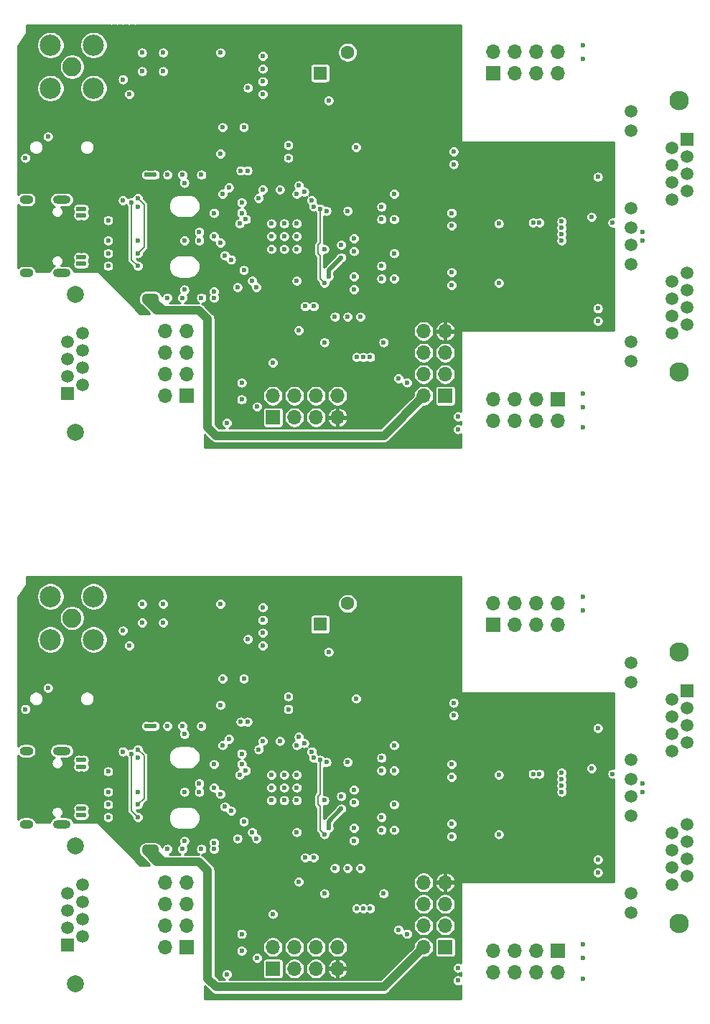
<source format=gbr>
G04 #@! TF.GenerationSoftware,KiCad,Pcbnew,5.1.5*
G04 #@! TF.CreationDate,2020-09-01T21:23:05+02:00*
G04 #@! TF.ProjectId,icE1usb-panel,69634531-7573-4622-9d70-616e656c2e6b,1.0*
G04 #@! TF.SameCoordinates,Original*
G04 #@! TF.FileFunction,Copper,L3,Inr*
G04 #@! TF.FilePolarity,Positive*
%FSLAX46Y46*%
G04 Gerber Fmt 4.6, Leading zero omitted, Abs format (unit mm)*
G04 Created by KiCad (PCBNEW 5.1.5) date 2020-09-01 21:23:05*
%MOMM*%
%LPD*%
G04 APERTURE LIST*
%ADD10R,1.500000X1.500000*%
%ADD11C,1.500000*%
%ADD12C,2.300000*%
%ADD13O,1.600000X1.000000*%
%ADD14O,2.100000X1.000000*%
%ADD15C,2.000000*%
%ADD16R,1.700000X1.700000*%
%ADD17O,1.700000X1.700000*%
%ADD18C,2.500000*%
%ADD19C,2.250000*%
%ADD20R,1.600000X1.600000*%
%ADD21C,1.600000*%
%ADD22C,0.600000*%
%ADD23C,0.500000*%
%ADD24C,1.000000*%
%ADD25C,0.200000*%
%ADD26C,0.250000*%
G04 APERTURE END LIST*
D10*
X36500000Y-53565000D03*
D11*
X36500000Y-55597000D03*
X36500000Y-57629000D03*
X36500000Y-59661000D03*
X34720000Y-54581000D03*
X34720000Y-56613000D03*
X34720000Y-58645000D03*
X34720000Y-60677000D03*
D12*
X35610000Y-80995000D03*
X35610000Y-48995000D03*
D11*
X29900000Y-50265000D03*
X29900000Y-52555000D03*
X29900000Y-61695000D03*
X29900000Y-63985000D03*
X29900000Y-68305000D03*
X29900000Y-77445000D03*
X29900000Y-79735000D03*
X29900000Y-66015000D03*
X36500000Y-71347000D03*
X34720000Y-70331000D03*
X36500000Y-69315000D03*
X34720000Y-76427000D03*
X34720000Y-72363000D03*
X36500000Y-73379000D03*
X34720000Y-74395000D03*
X36500000Y-75411000D03*
D13*
X-41400000Y-69320000D03*
X-41400000Y-60680000D03*
D14*
X-37220000Y-60680000D03*
X-37220000Y-69320000D03*
D10*
X-36500000Y-83570000D03*
D11*
X-36500000Y-81530000D03*
X-36500000Y-79490000D03*
X-36500000Y-77450000D03*
X-34720000Y-82550000D03*
X-34720000Y-80510000D03*
X-34720000Y-78470000D03*
X-34720000Y-76430000D03*
D15*
X-35610000Y-71880000D03*
X-35610000Y-88140000D03*
D16*
X-12320000Y-86350000D03*
D17*
X-12320000Y-83810000D03*
X-9780000Y-86350000D03*
X-9780000Y-83810000D03*
X-7240000Y-86350000D03*
X-7240000Y-83810000D03*
X-4700000Y-86350000D03*
X-4700000Y-83810000D03*
D16*
X13690000Y-45770000D03*
D17*
X13690000Y-43230000D03*
X16230000Y-45770000D03*
X16230000Y-43230000D03*
X18770000Y-45770000D03*
X18770000Y-43230000D03*
X21310000Y-45770000D03*
X21310000Y-43230000D03*
D16*
X21310000Y-84230000D03*
D17*
X21310000Y-86770000D03*
X18770000Y-84230000D03*
X18770000Y-86770000D03*
X16230000Y-84230000D03*
X16230000Y-86770000D03*
X13690000Y-84230000D03*
X13690000Y-86770000D03*
D18*
X-33460000Y-47540000D03*
X-38540000Y-47540000D03*
X-38540000Y-42460000D03*
X-33460000Y-42460000D03*
D19*
X-36000000Y-45000000D03*
D16*
X8000000Y-83810000D03*
D17*
X5460000Y-83810000D03*
X8000000Y-81270000D03*
X5460000Y-81270000D03*
X8000000Y-78730000D03*
X5460000Y-78730000D03*
X8000000Y-76190000D03*
X5460000Y-76190000D03*
D20*
X-6750000Y-45750000D03*
D21*
X-3500000Y-43300000D03*
D16*
X-22480000Y-83810000D03*
D17*
X-25020000Y-83810000D03*
X-22480000Y-81270000D03*
X-25020000Y-81270000D03*
X-22480000Y-78730000D03*
X-25020000Y-78730000D03*
X-22480000Y-76190000D03*
X-25020000Y-76190000D03*
D11*
X36500000Y-10411000D03*
X34720000Y-9395000D03*
X36500000Y-8379000D03*
X34720000Y-7363000D03*
X34720000Y-11427000D03*
X36500000Y-4315000D03*
X34720000Y-5331000D03*
X36500000Y-6347000D03*
X29900000Y-1015000D03*
X29900000Y-14735000D03*
X29900000Y-12445000D03*
X29900000Y-3305000D03*
X29900000Y1015000D03*
X29900000Y3305000D03*
X29900000Y12445000D03*
X29900000Y14735000D03*
D12*
X35610000Y16005000D03*
X35610000Y-15995000D03*
D11*
X34720000Y4323000D03*
X34720000Y6355000D03*
X34720000Y8387000D03*
X34720000Y10419000D03*
X36500000Y5339000D03*
X36500000Y7371000D03*
X36500000Y9403000D03*
D10*
X36500000Y11435000D03*
D21*
X-3500000Y21700000D03*
D20*
X-6750000Y19250000D03*
D17*
X5460000Y-11190000D03*
X8000000Y-11190000D03*
X5460000Y-13730000D03*
X8000000Y-13730000D03*
X5460000Y-16270000D03*
X8000000Y-16270000D03*
X5460000Y-18810000D03*
D16*
X8000000Y-18810000D03*
D17*
X-25020000Y-11190000D03*
X-22480000Y-11190000D03*
X-25020000Y-13730000D03*
X-22480000Y-13730000D03*
X-25020000Y-16270000D03*
X-22480000Y-16270000D03*
X-25020000Y-18810000D03*
D16*
X-22480000Y-18810000D03*
D19*
X-36000000Y20000000D03*
D18*
X-33460000Y22540000D03*
X-38540000Y22540000D03*
X-38540000Y17460000D03*
X-33460000Y17460000D03*
D17*
X13690000Y-21770000D03*
X13690000Y-19230000D03*
X16230000Y-21770000D03*
X16230000Y-19230000D03*
X18770000Y-21770000D03*
X18770000Y-19230000D03*
X21310000Y-21770000D03*
D16*
X21310000Y-19230000D03*
D17*
X21310000Y21770000D03*
X21310000Y19230000D03*
X18770000Y21770000D03*
X18770000Y19230000D03*
X16230000Y21770000D03*
X16230000Y19230000D03*
X13690000Y21770000D03*
D16*
X13690000Y19230000D03*
D17*
X-4700000Y-18810000D03*
X-4700000Y-21350000D03*
X-7240000Y-18810000D03*
X-7240000Y-21350000D03*
X-9780000Y-18810000D03*
X-9780000Y-21350000D03*
X-12320000Y-18810000D03*
D16*
X-12320000Y-21350000D03*
D15*
X-35610000Y-23140000D03*
X-35610000Y-6880000D03*
D11*
X-34720000Y-11430000D03*
X-34720000Y-13470000D03*
X-34720000Y-15510000D03*
X-34720000Y-17550000D03*
X-36500000Y-12450000D03*
X-36500000Y-14490000D03*
X-36500000Y-16530000D03*
D10*
X-36500000Y-18570000D03*
D14*
X-37220000Y-4320000D03*
X-37220000Y4320000D03*
D13*
X-41400000Y4320000D03*
X-41400000Y-4320000D03*
D22*
X-16000000Y-17250000D03*
X-17750000Y-22000000D03*
X-41500000Y9250000D03*
X-24750000Y7250000D03*
X-23000000Y7250000D03*
X-20750000Y7250000D03*
X-24750000Y-7250000D03*
X-23000000Y-7250000D03*
X-20750000Y-7250000D03*
X-12500000Y-1500000D03*
X-9500000Y-1500000D03*
X-9500000Y1500000D03*
X-12500000Y1500000D03*
X-9500000Y0D03*
X-11000000Y1500000D03*
X-11000000Y-1500000D03*
X-12500000Y0D03*
X-11000000Y0D03*
X-13500000Y16750000D03*
X-13500000Y19750000D03*
X-13500000Y21250000D03*
X-13500000Y18250000D03*
X-15750000Y12850000D03*
X-18250000Y12850000D03*
X-27750000Y19450000D03*
X-27750000Y21650000D03*
X-25250000Y21650000D03*
X-25250000Y19450000D03*
X-30000000Y18500000D03*
X-29250000Y16750000D03*
X-2500000Y10500000D03*
X-5750000Y16000000D03*
X-10500000Y10750000D03*
X-10500000Y9250000D03*
X-6250000Y-12500000D03*
X-850000Y-14250000D03*
X750000Y-12500000D03*
X-3500000Y3000000D03*
X-2750000Y-250000D03*
X-2750000Y-1750000D03*
X-19250000Y2750000D03*
X-19250000Y0D03*
X500000Y3500000D03*
X500000Y2000000D03*
X500000Y-5000000D03*
X500000Y-3500000D03*
X-34625000Y3250000D03*
X-34625000Y-3250000D03*
X-28250000Y3500000D03*
X-31750000Y-500000D03*
X-31750000Y-2000000D03*
X-31750000Y-3500000D03*
X31250000Y500000D03*
X19125000Y1625000D03*
X9000000Y8500000D03*
X9000000Y10000000D03*
X26000000Y-10000000D03*
X26000000Y-8500000D03*
X14325000Y1500000D03*
X14325000Y-5500000D03*
X18375000Y1625000D03*
X27750000Y1625000D03*
X25250000Y2275000D03*
X-35250000Y-3250000D03*
X-35250000Y3250000D03*
X-30000000Y4250000D03*
X-8500000Y-8250000D03*
X-2750000Y-4750000D03*
X-9250000Y-11095000D03*
X-16000000Y-82250000D03*
X-17750000Y-87000000D03*
X-41500000Y-55750000D03*
X-24750000Y-57750000D03*
X-23000000Y-57750000D03*
X-20750000Y-57750000D03*
X-24750000Y-72250000D03*
X-23000000Y-72250000D03*
X-20750000Y-72250000D03*
X-12500000Y-66500000D03*
X-9500000Y-66500000D03*
X-9500000Y-63500000D03*
X-12500000Y-63500000D03*
X-9500000Y-65000000D03*
X-11000000Y-63500000D03*
X-11000000Y-66500000D03*
X-12500000Y-65000000D03*
X-11000000Y-65000000D03*
X-13500000Y-48250000D03*
X-13500000Y-45250000D03*
X-13500000Y-43750000D03*
X-13500000Y-46750000D03*
X-15750000Y-52150000D03*
X-18250000Y-52150000D03*
X-27750000Y-45550000D03*
X-27750000Y-43350000D03*
X-25250000Y-43350000D03*
X-25250000Y-45550000D03*
X-30000000Y-46500000D03*
X-29250000Y-48250000D03*
X-2500000Y-54500000D03*
X-5750000Y-49000000D03*
X-10500000Y-54250000D03*
X-10500000Y-55750000D03*
X-6250000Y-77500000D03*
X-850000Y-79250000D03*
X750000Y-77500000D03*
X-3500000Y-62000000D03*
X-2750000Y-65250000D03*
X-2750000Y-66750000D03*
X-19250000Y-62250000D03*
X-19250000Y-65000000D03*
X500000Y-61500000D03*
X500000Y-63000000D03*
X500000Y-70000000D03*
X500000Y-68500000D03*
X-34625000Y-61750000D03*
X-34625000Y-68250000D03*
X-28250000Y-61500000D03*
X-31750000Y-65500000D03*
X-31750000Y-67000000D03*
X-31750000Y-68500000D03*
X31250000Y-64500000D03*
X19125000Y-63375000D03*
X9000000Y-56500000D03*
X9000000Y-55000000D03*
X26000000Y-75000000D03*
X26000000Y-73500000D03*
X14325000Y-63500000D03*
X14325000Y-70500000D03*
X18375000Y-63375000D03*
X27750000Y-63375000D03*
X25250000Y-62725000D03*
X-35250000Y-68250000D03*
X-35250000Y-61750000D03*
X-30000000Y-60750000D03*
X-8500000Y-73250000D03*
X-2750000Y-69750000D03*
X-9250000Y-76095000D03*
X-21000000Y-500000D03*
X-9250000Y6000000D03*
X-21000000Y-65500000D03*
X-9250000Y-59000000D03*
X-22750000Y-500000D03*
X-8625000Y5250000D03*
X-22750000Y-65500000D03*
X-8625000Y-59750000D03*
X-9500000Y5000000D03*
X-21000000Y500000D03*
X-9500000Y-60000000D03*
X-21000000Y-64500000D03*
X-9250000Y-6750000D03*
X-16000000Y-15750000D03*
X-9250000Y-12365000D03*
X-17750000Y-19250000D03*
X-19250000Y7250000D03*
X-19250000Y8000000D03*
X-10500000Y16750000D03*
X-15250000Y22000000D03*
X-15250000Y20500000D03*
X-15250000Y19000000D03*
X6200000Y-22000000D03*
X-7250000Y16000000D03*
X-50000Y-14250000D03*
X-5000000Y3000000D03*
X-17750000Y2000000D03*
X-7750000Y-4250000D03*
X-7750000Y-4250000D03*
X-7750000Y-4250000D03*
X-7750000Y-4250000D03*
X9000000Y7000000D03*
X26000000Y-7000000D03*
X18375000Y-1625000D03*
X19125000Y-1625000D03*
X-22750000Y500000D03*
X14325000Y5500000D03*
X14325000Y-1500000D03*
X-9250000Y-71750000D03*
X-16000000Y-80750000D03*
X-9250000Y-77365000D03*
X-17750000Y-84250000D03*
X-19250000Y-57750000D03*
X-19250000Y-57000000D03*
X-10500000Y-48250000D03*
X-15250000Y-43000000D03*
X-15250000Y-44500000D03*
X-15250000Y-46000000D03*
X6200000Y-87000000D03*
X-7250000Y-49000000D03*
X-50000Y-79250000D03*
X-5000000Y-62000000D03*
X-17750000Y-63000000D03*
X-7750000Y-69250000D03*
X-7750000Y-69250000D03*
X-7750000Y-69250000D03*
X-7750000Y-69250000D03*
X9000000Y-58000000D03*
X26000000Y-72000000D03*
X18375000Y-66625000D03*
X19125000Y-66625000D03*
X-22750000Y-64500000D03*
X14325000Y-59500000D03*
X14325000Y-66500000D03*
X-4250000Y-2500000D03*
X-5750000Y-4750000D03*
X-4250000Y-67500000D03*
X-5750000Y-69750000D03*
X-22750000Y6300000D03*
X-19250000Y-6500000D03*
X-19250000Y-7250000D03*
X-4250000Y-1000000D03*
X-18500000Y-750000D03*
X-2750000Y-6250000D03*
X-22750000Y-6300000D03*
X-22750000Y-58700000D03*
X-19250000Y-71500000D03*
X-19250000Y-72250000D03*
X-4250000Y-66000000D03*
X-18500000Y-65750000D03*
X-2750000Y-71250000D03*
X-22750000Y-71300000D03*
X-26250000Y7250000D03*
X-26250000Y-7250000D03*
X-34625000Y2450000D03*
X-34625000Y-2450000D03*
X-28250000Y-500000D03*
X-35250000Y-2450000D03*
X-35250000Y2450000D03*
X-27250000Y7250000D03*
X-27250000Y-7250000D03*
X-26250000Y-57750000D03*
X-26250000Y-72250000D03*
X-34625000Y-62550000D03*
X-34625000Y-67450000D03*
X-28250000Y-65500000D03*
X-35250000Y-67450000D03*
X-35250000Y-62550000D03*
X-27250000Y-57750000D03*
X-27250000Y-72250000D03*
X24250000Y22500000D03*
X24250000Y-42500000D03*
X24250000Y20875000D03*
X24250000Y-44125000D03*
X24250000Y-18500000D03*
X24250000Y-83500000D03*
X24250000Y-20125000D03*
X24250000Y-85125000D03*
X24250000Y-22500000D03*
X24250000Y-87500000D03*
X21750000Y-500000D03*
X21750000Y-65500000D03*
X-14170000Y-20080000D03*
X-17250000Y-2750000D03*
X-14170000Y-85080000D03*
X-17250000Y-67750000D03*
X-16000000Y-19250000D03*
X3500000Y-17250000D03*
X-18000000Y-2250000D03*
X21750000Y1750000D03*
X-16000000Y-84250000D03*
X3500000Y-82250000D03*
X-18000000Y-67250000D03*
X21750000Y-63250000D03*
X-12320000Y-14905000D03*
X-12320000Y-79905000D03*
X26000000Y7000000D03*
X31250000Y-500000D03*
X26000000Y-58000000D03*
X31250000Y-65500000D03*
X21750000Y1000000D03*
X21750000Y-64000000D03*
X-31750000Y1900000D03*
X-38850000Y11750000D03*
X-31750000Y-63100000D03*
X-38850000Y-53250000D03*
X-2000000Y-9500000D03*
X2000000Y5000000D03*
X2000000Y-5000000D03*
X-2000000Y-74500000D03*
X2000000Y-60000000D03*
X2000000Y-70000000D03*
X-3500000Y-9500000D03*
X2000000Y2000000D03*
X-3500000Y-74500000D03*
X2000000Y-63000000D03*
X-5000000Y-9500000D03*
X2000000Y-2000000D03*
X-5000000Y-74500000D03*
X2000000Y-67000000D03*
X9500000Y-21250000D03*
X-18250000Y5000000D03*
X-16250000Y1500000D03*
X9500000Y-86250000D03*
X-18250000Y-60000000D03*
X-16250000Y-63500000D03*
X9500000Y-22750000D03*
X-17500000Y5750000D03*
X-15500000Y2000000D03*
X9500000Y-87750000D03*
X-17500000Y-59250000D03*
X-15500000Y-63000000D03*
X-14250000Y-6000000D03*
X-7500000Y-8250000D03*
X-14250000Y-71000000D03*
X-7500000Y-73250000D03*
X8750000Y2750000D03*
X-11500000Y5500000D03*
X8750000Y-62250000D03*
X-11500000Y-59500000D03*
X-7500000Y3500000D03*
X8750000Y1250000D03*
X-7500000Y-61500000D03*
X8750000Y-63750000D03*
X-6000000Y3000000D03*
X8750000Y-4250000D03*
X-6000000Y-62000000D03*
X8750000Y-69250000D03*
X-7750000Y4250000D03*
X8750000Y-5750000D03*
X-7750000Y-60750000D03*
X8750000Y-70750000D03*
X-18500000Y21650000D03*
X-18500000Y9750000D03*
X-18500000Y-43350000D03*
X-18500000Y-55250000D03*
X-16000000Y4000000D03*
X-16000000Y4000000D03*
X-16000000Y2750000D03*
X-16000000Y-61000000D03*
X-16000000Y-61000000D03*
X-16000000Y-62250000D03*
X-15300000Y7750000D03*
X-13500000Y5500000D03*
X-15300000Y-57250000D03*
X-13500000Y-59500000D03*
X-16100000Y7750000D03*
X-14000000Y4500000D03*
X-16100000Y-57250000D03*
X-14000000Y-60500000D03*
X-15750000Y-4000000D03*
X-16500000Y-6000000D03*
X-15750000Y-69000000D03*
X-16500000Y-71000000D03*
X-28250000Y-3500000D03*
X-29000000Y4000000D03*
X-14750000Y-5250000D03*
X-9500000Y-5250000D03*
X-28250000Y-68500000D03*
X-29000000Y-61000000D03*
X-14750000Y-70250000D03*
X-9500000Y-70250000D03*
X-28250000Y-2000000D03*
X-28250000Y4500000D03*
X-28250000Y-67000000D03*
X-28250000Y-60500000D03*
X2500000Y-16750000D03*
X21750000Y250000D03*
X2500000Y-81750000D03*
X21750000Y-64750000D03*
X-15250000Y17500000D03*
X-15250000Y-47500000D03*
X-2450000Y-14250000D03*
X-6250000Y-5500000D03*
X-6750000Y3250000D03*
X-2450000Y-79250000D03*
X-6250000Y-70500000D03*
X-6750000Y-61750000D03*
X-1650000Y-14250000D03*
X-6250000Y-1500000D03*
X-1650000Y-79250000D03*
X-6250000Y-66500000D03*
D23*
X-35250000Y3250000D02*
X-34625000Y3250000D01*
X-35250000Y-3250000D02*
X-34625000Y-3250000D01*
X-35250000Y-61750000D02*
X-34625000Y-61750000D01*
X-35250000Y-68250000D02*
X-34625000Y-68250000D01*
X-5750000Y-4000000D02*
X-4250000Y-2500000D01*
X-5750000Y-4750000D02*
X-5750000Y-4000000D01*
X-5750000Y-69000000D02*
X-4250000Y-67500000D01*
X-5750000Y-69750000D02*
X-5750000Y-69000000D01*
D24*
X-27250000Y-7500000D02*
X-26000000Y-8750000D01*
X-27250000Y-7250000D02*
X-27250000Y-7500000D01*
X-26250000Y-8500000D02*
X-26000000Y-8750000D01*
X-26250000Y-7250000D02*
X-26250000Y-8500000D01*
X-26250000Y-7750000D02*
X-25250000Y-8750000D01*
X-26250000Y-7250000D02*
X-26250000Y-7750000D01*
X-26000000Y-8750000D02*
X-25250000Y-8750000D01*
X-27250000Y-7250000D02*
X-26250000Y-7250000D01*
D23*
X-35250000Y2450000D02*
X-34625000Y2450000D01*
X-35250000Y-2450000D02*
X-34625000Y-2450000D01*
X-27250000Y7250000D02*
X-26250000Y7250000D01*
D24*
X-27250000Y-72500000D02*
X-26000000Y-73750000D01*
X-27250000Y-72250000D02*
X-27250000Y-72500000D01*
X-26250000Y-73500000D02*
X-26000000Y-73750000D01*
X-26250000Y-72250000D02*
X-26250000Y-73500000D01*
X-26250000Y-72750000D02*
X-25250000Y-73750000D01*
X-26250000Y-72250000D02*
X-26250000Y-72750000D01*
X-26000000Y-73750000D02*
X-25250000Y-73750000D01*
X-27250000Y-72250000D02*
X-26250000Y-72250000D01*
D23*
X-35250000Y-62550000D02*
X-34625000Y-62550000D01*
X-35250000Y-67450000D02*
X-34625000Y-67450000D01*
X-27250000Y-57750000D02*
X-26250000Y-57750000D01*
D24*
X770000Y-23500000D02*
X5460000Y-18810000D01*
X-21000000Y-8750000D02*
X-20000000Y-9750000D01*
X-25250000Y-8750000D02*
X-21000000Y-8750000D01*
X-20000000Y-9750000D02*
X-20000000Y-22500000D01*
X-20000000Y-22500000D02*
X-19000000Y-23500000D01*
X-19000000Y-23500000D02*
X770000Y-23500000D01*
X770000Y-88500000D02*
X5460000Y-83810000D01*
X-21000000Y-73750000D02*
X-20000000Y-74750000D01*
X-25250000Y-73750000D02*
X-21000000Y-73750000D01*
X-20000000Y-74750000D02*
X-20000000Y-87500000D01*
X-20000000Y-87500000D02*
X-19000000Y-88500000D01*
X-19000000Y-88500000D02*
X770000Y-88500000D01*
D25*
X-29000000Y-2750000D02*
X-28250000Y-3500000D01*
X-29000000Y4000000D02*
X-29000000Y-2750000D01*
X-29000000Y-67750000D02*
X-28250000Y-68500000D01*
X-29000000Y-61000000D02*
X-29000000Y-67750000D01*
X-28250000Y-2000000D02*
X-27500000Y-1250000D01*
X-27500000Y3750000D02*
X-28250000Y4500000D01*
X-27500000Y-1250000D02*
X-27500000Y3750000D01*
X-28250000Y-67000000D02*
X-27500000Y-66250000D01*
X-27500000Y-61250000D02*
X-28250000Y-60500000D01*
X-27500000Y-66250000D02*
X-27500000Y-61250000D01*
X-6750000Y3250000D02*
X-6750000Y-750000D01*
X-6750000Y-750000D02*
X-7000000Y-1000000D01*
X-7000000Y-1000000D02*
X-7000000Y-2000000D01*
X-7000000Y-2000000D02*
X-6750000Y-2250000D01*
X-6750000Y-5000000D02*
X-6250000Y-5500000D01*
X-6750000Y-2250000D02*
X-6750000Y-5000000D01*
X-6750000Y-61750000D02*
X-6750000Y-65750000D01*
X-6750000Y-65750000D02*
X-7000000Y-66000000D01*
X-7000000Y-66000000D02*
X-7000000Y-67000000D01*
X-7000000Y-67000000D02*
X-6750000Y-67250000D01*
X-6750000Y-70000000D02*
X-6250000Y-70500000D01*
X-6750000Y-67250000D02*
X-6750000Y-70000000D01*
D26*
G36*
X-31575014Y24873058D02*
G01*
X-31459095Y24850000D01*
X-31340905Y24850000D01*
X-31224986Y24873058D01*
X-31220298Y24875000D01*
X-30879702Y24875000D01*
X-30875014Y24873058D01*
X-30759095Y24850000D01*
X-30640905Y24850000D01*
X-30524986Y24873058D01*
X-30520298Y24875000D01*
X-30179702Y24875000D01*
X-30175014Y24873058D01*
X-30059095Y24850000D01*
X-29940905Y24850000D01*
X-29824986Y24873058D01*
X-29820298Y24875000D01*
X-29479702Y24875000D01*
X-29475014Y24873058D01*
X-29359095Y24850000D01*
X-29240905Y24850000D01*
X-29124986Y24873058D01*
X-29120298Y24875000D01*
X-28779702Y24875000D01*
X-28775014Y24873058D01*
X-28659095Y24850000D01*
X-28540905Y24850000D01*
X-28424986Y24873058D01*
X-28420298Y24875000D01*
X9875000Y24875000D01*
X9875000Y11250000D01*
X9877402Y11225614D01*
X9884515Y11202165D01*
X9896066Y11180554D01*
X9911612Y11161612D01*
X9930554Y11146066D01*
X9952165Y11134515D01*
X9975614Y11127402D01*
X10000000Y11125000D01*
X27875000Y11125000D01*
X27875000Y2288360D01*
X27816482Y2300000D01*
X27683518Y2300000D01*
X27553110Y2274060D01*
X27430268Y2223177D01*
X27319713Y2149307D01*
X27225693Y2055287D01*
X27151823Y1944732D01*
X27100940Y1821890D01*
X27075000Y1691482D01*
X27075000Y1558518D01*
X27100940Y1428110D01*
X27151823Y1305268D01*
X27225693Y1194713D01*
X27319713Y1100693D01*
X27430268Y1026823D01*
X27553110Y975940D01*
X27683518Y950000D01*
X27816482Y950000D01*
X27875000Y961640D01*
X27875000Y-11125000D01*
X10000000Y-11125000D01*
X9975614Y-11127402D01*
X9952165Y-11134515D01*
X9930554Y-11146066D01*
X9911612Y-11161612D01*
X9896066Y-11180554D01*
X9884515Y-11202165D01*
X9877402Y-11225614D01*
X9875000Y-11250000D01*
X9875000Y-20688752D01*
X9819732Y-20651823D01*
X9696890Y-20600940D01*
X9566482Y-20575000D01*
X9433518Y-20575000D01*
X9303110Y-20600940D01*
X9180268Y-20651823D01*
X9069713Y-20725693D01*
X8975693Y-20819713D01*
X8901823Y-20930268D01*
X8850940Y-21053110D01*
X8825000Y-21183518D01*
X8825000Y-21316482D01*
X8850940Y-21446890D01*
X8901823Y-21569732D01*
X8975693Y-21680287D01*
X9069713Y-21774307D01*
X9180268Y-21848177D01*
X9303110Y-21899060D01*
X9433518Y-21925000D01*
X9566482Y-21925000D01*
X9696890Y-21899060D01*
X9819732Y-21848177D01*
X9875000Y-21811248D01*
X9875000Y-22188752D01*
X9819732Y-22151823D01*
X9696890Y-22100940D01*
X9566482Y-22075000D01*
X9433518Y-22075000D01*
X9303110Y-22100940D01*
X9180268Y-22151823D01*
X9069713Y-22225693D01*
X8975693Y-22319713D01*
X8901823Y-22430268D01*
X8850940Y-22553110D01*
X8825000Y-22683518D01*
X8825000Y-22816482D01*
X8850940Y-22946890D01*
X8901823Y-23069732D01*
X8975693Y-23180287D01*
X9069713Y-23274307D01*
X9180268Y-23348177D01*
X9303110Y-23399060D01*
X9433518Y-23425000D01*
X9566482Y-23425000D01*
X9696890Y-23399060D01*
X9819732Y-23348177D01*
X9875000Y-23311248D01*
X9875000Y-24875000D01*
X-20375000Y-24875000D01*
X-20375000Y-23362436D01*
X-19649112Y-24088325D01*
X-19621712Y-24121712D01*
X-19494131Y-24226415D01*
X-19488476Y-24231056D01*
X-19336468Y-24312305D01*
X-19171530Y-24362339D01*
X-19000000Y-24379233D01*
X-18957021Y-24375000D01*
X727021Y-24375000D01*
X770000Y-24379233D01*
X812979Y-24375000D01*
X941530Y-24362339D01*
X1106468Y-24312305D01*
X1258476Y-24231056D01*
X1391712Y-24121712D01*
X1419117Y-24088319D01*
X5472437Y-20035000D01*
X5580652Y-20035000D01*
X5817319Y-19987924D01*
X6040255Y-19895581D01*
X6240892Y-19761519D01*
X6411519Y-19590892D01*
X6545581Y-19390255D01*
X6637924Y-19167319D01*
X6685000Y-18930652D01*
X6685000Y-18689348D01*
X6637924Y-18452681D01*
X6545581Y-18229745D01*
X6411519Y-18029108D01*
X6342411Y-17960000D01*
X6773186Y-17960000D01*
X6773186Y-19660000D01*
X6780426Y-19733513D01*
X6801869Y-19804200D01*
X6836691Y-19869347D01*
X6883552Y-19926448D01*
X6940653Y-19973309D01*
X7005800Y-20008131D01*
X7076487Y-20029574D01*
X7150000Y-20036814D01*
X8850000Y-20036814D01*
X8923513Y-20029574D01*
X8994200Y-20008131D01*
X9059347Y-19973309D01*
X9116448Y-19926448D01*
X9163309Y-19869347D01*
X9198131Y-19804200D01*
X9219574Y-19733513D01*
X9226814Y-19660000D01*
X9226814Y-17960000D01*
X9219574Y-17886487D01*
X9198131Y-17815800D01*
X9163309Y-17750653D01*
X9116448Y-17693552D01*
X9059347Y-17646691D01*
X8994200Y-17611869D01*
X8923513Y-17590426D01*
X8850000Y-17583186D01*
X7150000Y-17583186D01*
X7076487Y-17590426D01*
X7005800Y-17611869D01*
X6940653Y-17646691D01*
X6883552Y-17693552D01*
X6836691Y-17750653D01*
X6801869Y-17815800D01*
X6780426Y-17886487D01*
X6773186Y-17960000D01*
X6342411Y-17960000D01*
X6240892Y-17858481D01*
X6040255Y-17724419D01*
X5817319Y-17632076D01*
X5580652Y-17585000D01*
X5339348Y-17585000D01*
X5102681Y-17632076D01*
X4879745Y-17724419D01*
X4679108Y-17858481D01*
X4508481Y-18029108D01*
X4374419Y-18229745D01*
X4282076Y-18452681D01*
X4235000Y-18689348D01*
X4235000Y-18797563D01*
X407564Y-22625000D01*
X-17495024Y-22625000D01*
X-17430268Y-22598177D01*
X-17319713Y-22524307D01*
X-17225693Y-22430287D01*
X-17151823Y-22319732D01*
X-17100940Y-22196890D01*
X-17075000Y-22066482D01*
X-17075000Y-21933518D01*
X-17100940Y-21803110D01*
X-17151823Y-21680268D01*
X-17225693Y-21569713D01*
X-17319713Y-21475693D01*
X-17430268Y-21401823D01*
X-17553110Y-21350940D01*
X-17683518Y-21325000D01*
X-17816482Y-21325000D01*
X-17946890Y-21350940D01*
X-18069732Y-21401823D01*
X-18180287Y-21475693D01*
X-18274307Y-21569713D01*
X-18348177Y-21680268D01*
X-18399060Y-21803110D01*
X-18425000Y-21933518D01*
X-18425000Y-22066482D01*
X-18399060Y-22196890D01*
X-18348177Y-22319732D01*
X-18274307Y-22430287D01*
X-18180287Y-22524307D01*
X-18069732Y-22598177D01*
X-18004976Y-22625000D01*
X-18637563Y-22625000D01*
X-19125000Y-22137564D01*
X-19125000Y-20013518D01*
X-14845000Y-20013518D01*
X-14845000Y-20146482D01*
X-14819060Y-20276890D01*
X-14768177Y-20399732D01*
X-14694307Y-20510287D01*
X-14600287Y-20604307D01*
X-14489732Y-20678177D01*
X-14366890Y-20729060D01*
X-14236482Y-20755000D01*
X-14103518Y-20755000D01*
X-13973110Y-20729060D01*
X-13850268Y-20678177D01*
X-13739713Y-20604307D01*
X-13645693Y-20510287D01*
X-13638820Y-20500000D01*
X-13546814Y-20500000D01*
X-13546814Y-22200000D01*
X-13539574Y-22273513D01*
X-13518131Y-22344200D01*
X-13483309Y-22409347D01*
X-13436448Y-22466448D01*
X-13379347Y-22513309D01*
X-13314200Y-22548131D01*
X-13243513Y-22569574D01*
X-13170000Y-22576814D01*
X-11470000Y-22576814D01*
X-11396487Y-22569574D01*
X-11325800Y-22548131D01*
X-11260653Y-22513309D01*
X-11203552Y-22466448D01*
X-11156691Y-22409347D01*
X-11121869Y-22344200D01*
X-11100426Y-22273513D01*
X-11093186Y-22200000D01*
X-11093186Y-21229348D01*
X-11005000Y-21229348D01*
X-11005000Y-21470652D01*
X-10957924Y-21707319D01*
X-10865581Y-21930255D01*
X-10731519Y-22130892D01*
X-10560892Y-22301519D01*
X-10360255Y-22435581D01*
X-10137319Y-22527924D01*
X-9900652Y-22575000D01*
X-9659348Y-22575000D01*
X-9422681Y-22527924D01*
X-9199745Y-22435581D01*
X-8999108Y-22301519D01*
X-8828481Y-22130892D01*
X-8694419Y-21930255D01*
X-8602076Y-21707319D01*
X-8555000Y-21470652D01*
X-8555000Y-21229348D01*
X-8465000Y-21229348D01*
X-8465000Y-21470652D01*
X-8417924Y-21707319D01*
X-8325581Y-21930255D01*
X-8191519Y-22130892D01*
X-8020892Y-22301519D01*
X-7820255Y-22435581D01*
X-7597319Y-22527924D01*
X-7360652Y-22575000D01*
X-7119348Y-22575000D01*
X-6882681Y-22527924D01*
X-6659745Y-22435581D01*
X-6459108Y-22301519D01*
X-6288481Y-22130892D01*
X-6154419Y-21930255D01*
X-6062076Y-21707319D01*
X-6053479Y-21664094D01*
X-5884055Y-21664094D01*
X-5800027Y-21889056D01*
X-5673726Y-22093303D01*
X-5510005Y-22268985D01*
X-5315156Y-22409351D01*
X-5096667Y-22509007D01*
X-5014093Y-22534049D01*
X-4825000Y-22474323D01*
X-4825000Y-21475000D01*
X-4575000Y-21475000D01*
X-4575000Y-22474323D01*
X-4385907Y-22534049D01*
X-4303333Y-22509007D01*
X-4084844Y-22409351D01*
X-3889995Y-22268985D01*
X-3726274Y-22093303D01*
X-3599973Y-21889056D01*
X-3515945Y-21664094D01*
X-3575138Y-21475000D01*
X-4575000Y-21475000D01*
X-4825000Y-21475000D01*
X-5824862Y-21475000D01*
X-5884055Y-21664094D01*
X-6053479Y-21664094D01*
X-6015000Y-21470652D01*
X-6015000Y-21229348D01*
X-6053478Y-21035906D01*
X-5884055Y-21035906D01*
X-5824862Y-21225000D01*
X-4825000Y-21225000D01*
X-4825000Y-20225677D01*
X-4575000Y-20225677D01*
X-4575000Y-21225000D01*
X-3575138Y-21225000D01*
X-3515945Y-21035906D01*
X-3599973Y-20810944D01*
X-3726274Y-20606697D01*
X-3889995Y-20431015D01*
X-4084844Y-20290649D01*
X-4303333Y-20190993D01*
X-4385907Y-20165951D01*
X-4575000Y-20225677D01*
X-4825000Y-20225677D01*
X-5014093Y-20165951D01*
X-5096667Y-20190993D01*
X-5315156Y-20290649D01*
X-5510005Y-20431015D01*
X-5673726Y-20606697D01*
X-5800027Y-20810944D01*
X-5884055Y-21035906D01*
X-6053478Y-21035906D01*
X-6062076Y-20992681D01*
X-6154419Y-20769745D01*
X-6288481Y-20569108D01*
X-6459108Y-20398481D01*
X-6659745Y-20264419D01*
X-6882681Y-20172076D01*
X-7119348Y-20125000D01*
X-7360652Y-20125000D01*
X-7597319Y-20172076D01*
X-7820255Y-20264419D01*
X-8020892Y-20398481D01*
X-8191519Y-20569108D01*
X-8325581Y-20769745D01*
X-8417924Y-20992681D01*
X-8465000Y-21229348D01*
X-8555000Y-21229348D01*
X-8602076Y-20992681D01*
X-8694419Y-20769745D01*
X-8828481Y-20569108D01*
X-8999108Y-20398481D01*
X-9199745Y-20264419D01*
X-9422681Y-20172076D01*
X-9659348Y-20125000D01*
X-9900652Y-20125000D01*
X-10137319Y-20172076D01*
X-10360255Y-20264419D01*
X-10560892Y-20398481D01*
X-10731519Y-20569108D01*
X-10865581Y-20769745D01*
X-10957924Y-20992681D01*
X-11005000Y-21229348D01*
X-11093186Y-21229348D01*
X-11093186Y-20500000D01*
X-11100426Y-20426487D01*
X-11121869Y-20355800D01*
X-11156691Y-20290653D01*
X-11203552Y-20233552D01*
X-11260653Y-20186691D01*
X-11325800Y-20151869D01*
X-11396487Y-20130426D01*
X-11470000Y-20123186D01*
X-13170000Y-20123186D01*
X-13243513Y-20130426D01*
X-13314200Y-20151869D01*
X-13379347Y-20186691D01*
X-13436448Y-20233552D01*
X-13483309Y-20290653D01*
X-13518131Y-20355800D01*
X-13539574Y-20426487D01*
X-13546814Y-20500000D01*
X-13638820Y-20500000D01*
X-13571823Y-20399732D01*
X-13520940Y-20276890D01*
X-13495000Y-20146482D01*
X-13495000Y-20013518D01*
X-13520940Y-19883110D01*
X-13571823Y-19760268D01*
X-13645693Y-19649713D01*
X-13739713Y-19555693D01*
X-13850268Y-19481823D01*
X-13973110Y-19430940D01*
X-14103518Y-19405000D01*
X-14236482Y-19405000D01*
X-14366890Y-19430940D01*
X-14489732Y-19481823D01*
X-14600287Y-19555693D01*
X-14694307Y-19649713D01*
X-14768177Y-19760268D01*
X-14819060Y-19883110D01*
X-14845000Y-20013518D01*
X-19125000Y-20013518D01*
X-19125000Y-19183518D01*
X-16675000Y-19183518D01*
X-16675000Y-19316482D01*
X-16649060Y-19446890D01*
X-16598177Y-19569732D01*
X-16524307Y-19680287D01*
X-16430287Y-19774307D01*
X-16319732Y-19848177D01*
X-16196890Y-19899060D01*
X-16066482Y-19925000D01*
X-15933518Y-19925000D01*
X-15803110Y-19899060D01*
X-15680268Y-19848177D01*
X-15569713Y-19774307D01*
X-15475693Y-19680287D01*
X-15401823Y-19569732D01*
X-15350940Y-19446890D01*
X-15325000Y-19316482D01*
X-15325000Y-19183518D01*
X-15350940Y-19053110D01*
X-15401823Y-18930268D01*
X-15475693Y-18819713D01*
X-15569713Y-18725693D01*
X-15624107Y-18689348D01*
X-13545000Y-18689348D01*
X-13545000Y-18930652D01*
X-13497924Y-19167319D01*
X-13405581Y-19390255D01*
X-13271519Y-19590892D01*
X-13100892Y-19761519D01*
X-12900255Y-19895581D01*
X-12677319Y-19987924D01*
X-12440652Y-20035000D01*
X-12199348Y-20035000D01*
X-11962681Y-19987924D01*
X-11739745Y-19895581D01*
X-11539108Y-19761519D01*
X-11368481Y-19590892D01*
X-11234419Y-19390255D01*
X-11142076Y-19167319D01*
X-11095000Y-18930652D01*
X-11095000Y-18689348D01*
X-11005000Y-18689348D01*
X-11005000Y-18930652D01*
X-10957924Y-19167319D01*
X-10865581Y-19390255D01*
X-10731519Y-19590892D01*
X-10560892Y-19761519D01*
X-10360255Y-19895581D01*
X-10137319Y-19987924D01*
X-9900652Y-20035000D01*
X-9659348Y-20035000D01*
X-9422681Y-19987924D01*
X-9199745Y-19895581D01*
X-8999108Y-19761519D01*
X-8828481Y-19590892D01*
X-8694419Y-19390255D01*
X-8602076Y-19167319D01*
X-8555000Y-18930652D01*
X-8555000Y-18689348D01*
X-8465000Y-18689348D01*
X-8465000Y-18930652D01*
X-8417924Y-19167319D01*
X-8325581Y-19390255D01*
X-8191519Y-19590892D01*
X-8020892Y-19761519D01*
X-7820255Y-19895581D01*
X-7597319Y-19987924D01*
X-7360652Y-20035000D01*
X-7119348Y-20035000D01*
X-6882681Y-19987924D01*
X-6659745Y-19895581D01*
X-6459108Y-19761519D01*
X-6288481Y-19590892D01*
X-6154419Y-19390255D01*
X-6062076Y-19167319D01*
X-6015000Y-18930652D01*
X-6015000Y-18689348D01*
X-5925000Y-18689348D01*
X-5925000Y-18930652D01*
X-5877924Y-19167319D01*
X-5785581Y-19390255D01*
X-5651519Y-19590892D01*
X-5480892Y-19761519D01*
X-5280255Y-19895581D01*
X-5057319Y-19987924D01*
X-4820652Y-20035000D01*
X-4579348Y-20035000D01*
X-4342681Y-19987924D01*
X-4119745Y-19895581D01*
X-3919108Y-19761519D01*
X-3748481Y-19590892D01*
X-3614419Y-19390255D01*
X-3522076Y-19167319D01*
X-3475000Y-18930652D01*
X-3475000Y-18689348D01*
X-3522076Y-18452681D01*
X-3614419Y-18229745D01*
X-3748481Y-18029108D01*
X-3919108Y-17858481D01*
X-4119745Y-17724419D01*
X-4342681Y-17632076D01*
X-4579348Y-17585000D01*
X-4820652Y-17585000D01*
X-5057319Y-17632076D01*
X-5280255Y-17724419D01*
X-5480892Y-17858481D01*
X-5651519Y-18029108D01*
X-5785581Y-18229745D01*
X-5877924Y-18452681D01*
X-5925000Y-18689348D01*
X-6015000Y-18689348D01*
X-6062076Y-18452681D01*
X-6154419Y-18229745D01*
X-6288481Y-18029108D01*
X-6459108Y-17858481D01*
X-6659745Y-17724419D01*
X-6882681Y-17632076D01*
X-7119348Y-17585000D01*
X-7360652Y-17585000D01*
X-7597319Y-17632076D01*
X-7820255Y-17724419D01*
X-8020892Y-17858481D01*
X-8191519Y-18029108D01*
X-8325581Y-18229745D01*
X-8417924Y-18452681D01*
X-8465000Y-18689348D01*
X-8555000Y-18689348D01*
X-8602076Y-18452681D01*
X-8694419Y-18229745D01*
X-8828481Y-18029108D01*
X-8999108Y-17858481D01*
X-9199745Y-17724419D01*
X-9422681Y-17632076D01*
X-9659348Y-17585000D01*
X-9900652Y-17585000D01*
X-10137319Y-17632076D01*
X-10360255Y-17724419D01*
X-10560892Y-17858481D01*
X-10731519Y-18029108D01*
X-10865581Y-18229745D01*
X-10957924Y-18452681D01*
X-11005000Y-18689348D01*
X-11095000Y-18689348D01*
X-11142076Y-18452681D01*
X-11234419Y-18229745D01*
X-11368481Y-18029108D01*
X-11539108Y-17858481D01*
X-11739745Y-17724419D01*
X-11962681Y-17632076D01*
X-12199348Y-17585000D01*
X-12440652Y-17585000D01*
X-12677319Y-17632076D01*
X-12900255Y-17724419D01*
X-13100892Y-17858481D01*
X-13271519Y-18029108D01*
X-13405581Y-18229745D01*
X-13497924Y-18452681D01*
X-13545000Y-18689348D01*
X-15624107Y-18689348D01*
X-15680268Y-18651823D01*
X-15803110Y-18600940D01*
X-15933518Y-18575000D01*
X-16066482Y-18575000D01*
X-16196890Y-18600940D01*
X-16319732Y-18651823D01*
X-16430287Y-18725693D01*
X-16524307Y-18819713D01*
X-16598177Y-18930268D01*
X-16649060Y-19053110D01*
X-16675000Y-19183518D01*
X-19125000Y-19183518D01*
X-19125000Y-17183518D01*
X-16675000Y-17183518D01*
X-16675000Y-17316482D01*
X-16649060Y-17446890D01*
X-16598177Y-17569732D01*
X-16524307Y-17680287D01*
X-16430287Y-17774307D01*
X-16319732Y-17848177D01*
X-16196890Y-17899060D01*
X-16066482Y-17925000D01*
X-15933518Y-17925000D01*
X-15803110Y-17899060D01*
X-15680268Y-17848177D01*
X-15569713Y-17774307D01*
X-15475693Y-17680287D01*
X-15401823Y-17569732D01*
X-15350940Y-17446890D01*
X-15325000Y-17316482D01*
X-15325000Y-17183518D01*
X-15350940Y-17053110D01*
X-15401823Y-16930268D01*
X-15475693Y-16819713D01*
X-15569713Y-16725693D01*
X-15632832Y-16683518D01*
X1825000Y-16683518D01*
X1825000Y-16816482D01*
X1850940Y-16946890D01*
X1901823Y-17069732D01*
X1975693Y-17180287D01*
X2069713Y-17274307D01*
X2180268Y-17348177D01*
X2303110Y-17399060D01*
X2433518Y-17425000D01*
X2566482Y-17425000D01*
X2696890Y-17399060D01*
X2819732Y-17348177D01*
X2829947Y-17341352D01*
X2850940Y-17446890D01*
X2901823Y-17569732D01*
X2975693Y-17680287D01*
X3069713Y-17774307D01*
X3180268Y-17848177D01*
X3303110Y-17899060D01*
X3433518Y-17925000D01*
X3566482Y-17925000D01*
X3696890Y-17899060D01*
X3819732Y-17848177D01*
X3930287Y-17774307D01*
X4024307Y-17680287D01*
X4098177Y-17569732D01*
X4149060Y-17446890D01*
X4175000Y-17316482D01*
X4175000Y-17183518D01*
X4149060Y-17053110D01*
X4098177Y-16930268D01*
X4024307Y-16819713D01*
X3930287Y-16725693D01*
X3819732Y-16651823D01*
X3696890Y-16600940D01*
X3566482Y-16575000D01*
X3433518Y-16575000D01*
X3303110Y-16600940D01*
X3180268Y-16651823D01*
X3170053Y-16658648D01*
X3149060Y-16553110D01*
X3098177Y-16430268D01*
X3024307Y-16319713D01*
X2930287Y-16225693D01*
X2819732Y-16151823D01*
X2813757Y-16149348D01*
X4235000Y-16149348D01*
X4235000Y-16390652D01*
X4282076Y-16627319D01*
X4374419Y-16850255D01*
X4508481Y-17050892D01*
X4679108Y-17221519D01*
X4879745Y-17355581D01*
X5102681Y-17447924D01*
X5339348Y-17495000D01*
X5580652Y-17495000D01*
X5817319Y-17447924D01*
X6040255Y-17355581D01*
X6240892Y-17221519D01*
X6411519Y-17050892D01*
X6545581Y-16850255D01*
X6637924Y-16627319D01*
X6685000Y-16390652D01*
X6685000Y-16149348D01*
X6775000Y-16149348D01*
X6775000Y-16390652D01*
X6822076Y-16627319D01*
X6914419Y-16850255D01*
X7048481Y-17050892D01*
X7219108Y-17221519D01*
X7419745Y-17355581D01*
X7642681Y-17447924D01*
X7879348Y-17495000D01*
X8120652Y-17495000D01*
X8357319Y-17447924D01*
X8580255Y-17355581D01*
X8780892Y-17221519D01*
X8951519Y-17050892D01*
X9085581Y-16850255D01*
X9177924Y-16627319D01*
X9225000Y-16390652D01*
X9225000Y-16149348D01*
X9177924Y-15912681D01*
X9085581Y-15689745D01*
X8951519Y-15489108D01*
X8780892Y-15318481D01*
X8580255Y-15184419D01*
X8357319Y-15092076D01*
X8120652Y-15045000D01*
X7879348Y-15045000D01*
X7642681Y-15092076D01*
X7419745Y-15184419D01*
X7219108Y-15318481D01*
X7048481Y-15489108D01*
X6914419Y-15689745D01*
X6822076Y-15912681D01*
X6775000Y-16149348D01*
X6685000Y-16149348D01*
X6637924Y-15912681D01*
X6545581Y-15689745D01*
X6411519Y-15489108D01*
X6240892Y-15318481D01*
X6040255Y-15184419D01*
X5817319Y-15092076D01*
X5580652Y-15045000D01*
X5339348Y-15045000D01*
X5102681Y-15092076D01*
X4879745Y-15184419D01*
X4679108Y-15318481D01*
X4508481Y-15489108D01*
X4374419Y-15689745D01*
X4282076Y-15912681D01*
X4235000Y-16149348D01*
X2813757Y-16149348D01*
X2696890Y-16100940D01*
X2566482Y-16075000D01*
X2433518Y-16075000D01*
X2303110Y-16100940D01*
X2180268Y-16151823D01*
X2069713Y-16225693D01*
X1975693Y-16319713D01*
X1901823Y-16430268D01*
X1850940Y-16553110D01*
X1825000Y-16683518D01*
X-15632832Y-16683518D01*
X-15680268Y-16651823D01*
X-15803110Y-16600940D01*
X-15933518Y-16575000D01*
X-16066482Y-16575000D01*
X-16196890Y-16600940D01*
X-16319732Y-16651823D01*
X-16430287Y-16725693D01*
X-16524307Y-16819713D01*
X-16598177Y-16930268D01*
X-16649060Y-17053110D01*
X-16675000Y-17183518D01*
X-19125000Y-17183518D01*
X-19125000Y-14838518D01*
X-12995000Y-14838518D01*
X-12995000Y-14971482D01*
X-12969060Y-15101890D01*
X-12918177Y-15224732D01*
X-12844307Y-15335287D01*
X-12750287Y-15429307D01*
X-12639732Y-15503177D01*
X-12516890Y-15554060D01*
X-12386482Y-15580000D01*
X-12253518Y-15580000D01*
X-12123110Y-15554060D01*
X-12000268Y-15503177D01*
X-11889713Y-15429307D01*
X-11795693Y-15335287D01*
X-11721823Y-15224732D01*
X-11670940Y-15101890D01*
X-11645000Y-14971482D01*
X-11645000Y-14838518D01*
X-11670940Y-14708110D01*
X-11721823Y-14585268D01*
X-11795693Y-14474713D01*
X-11889713Y-14380693D01*
X-12000268Y-14306823D01*
X-12123110Y-14255940D01*
X-12253518Y-14230000D01*
X-12386482Y-14230000D01*
X-12516890Y-14255940D01*
X-12639732Y-14306823D01*
X-12750287Y-14380693D01*
X-12844307Y-14474713D01*
X-12918177Y-14585268D01*
X-12969060Y-14708110D01*
X-12995000Y-14838518D01*
X-19125000Y-14838518D01*
X-19125000Y-14183518D01*
X-3125000Y-14183518D01*
X-3125000Y-14316482D01*
X-3099060Y-14446890D01*
X-3048177Y-14569732D01*
X-2974307Y-14680287D01*
X-2880287Y-14774307D01*
X-2769732Y-14848177D01*
X-2646890Y-14899060D01*
X-2516482Y-14925000D01*
X-2383518Y-14925000D01*
X-2253110Y-14899060D01*
X-2130268Y-14848177D01*
X-2050000Y-14794544D01*
X-1969732Y-14848177D01*
X-1846890Y-14899060D01*
X-1716482Y-14925000D01*
X-1583518Y-14925000D01*
X-1453110Y-14899060D01*
X-1330268Y-14848177D01*
X-1250000Y-14794544D01*
X-1169732Y-14848177D01*
X-1046890Y-14899060D01*
X-916482Y-14925000D01*
X-783518Y-14925000D01*
X-653110Y-14899060D01*
X-530268Y-14848177D01*
X-419713Y-14774307D01*
X-325693Y-14680287D01*
X-251823Y-14569732D01*
X-200940Y-14446890D01*
X-175000Y-14316482D01*
X-175000Y-14183518D01*
X-200940Y-14053110D01*
X-251823Y-13930268D01*
X-325693Y-13819713D01*
X-419713Y-13725693D01*
X-530268Y-13651823D01*
X-632811Y-13609348D01*
X4235000Y-13609348D01*
X4235000Y-13850652D01*
X4282076Y-14087319D01*
X4374419Y-14310255D01*
X4508481Y-14510892D01*
X4679108Y-14681519D01*
X4879745Y-14815581D01*
X5102681Y-14907924D01*
X5339348Y-14955000D01*
X5580652Y-14955000D01*
X5817319Y-14907924D01*
X6040255Y-14815581D01*
X6240892Y-14681519D01*
X6411519Y-14510892D01*
X6545581Y-14310255D01*
X6637924Y-14087319D01*
X6685000Y-13850652D01*
X6685000Y-13609348D01*
X6775000Y-13609348D01*
X6775000Y-13850652D01*
X6822076Y-14087319D01*
X6914419Y-14310255D01*
X7048481Y-14510892D01*
X7219108Y-14681519D01*
X7419745Y-14815581D01*
X7642681Y-14907924D01*
X7879348Y-14955000D01*
X8120652Y-14955000D01*
X8357319Y-14907924D01*
X8580255Y-14815581D01*
X8780892Y-14681519D01*
X8951519Y-14510892D01*
X9085581Y-14310255D01*
X9177924Y-14087319D01*
X9225000Y-13850652D01*
X9225000Y-13609348D01*
X9177924Y-13372681D01*
X9085581Y-13149745D01*
X8951519Y-12949108D01*
X8780892Y-12778481D01*
X8580255Y-12644419D01*
X8357319Y-12552076D01*
X8120652Y-12505000D01*
X7879348Y-12505000D01*
X7642681Y-12552076D01*
X7419745Y-12644419D01*
X7219108Y-12778481D01*
X7048481Y-12949108D01*
X6914419Y-13149745D01*
X6822076Y-13372681D01*
X6775000Y-13609348D01*
X6685000Y-13609348D01*
X6637924Y-13372681D01*
X6545581Y-13149745D01*
X6411519Y-12949108D01*
X6240892Y-12778481D01*
X6040255Y-12644419D01*
X5817319Y-12552076D01*
X5580652Y-12505000D01*
X5339348Y-12505000D01*
X5102681Y-12552076D01*
X4879745Y-12644419D01*
X4679108Y-12778481D01*
X4508481Y-12949108D01*
X4374419Y-13149745D01*
X4282076Y-13372681D01*
X4235000Y-13609348D01*
X-632811Y-13609348D01*
X-653110Y-13600940D01*
X-783518Y-13575000D01*
X-916482Y-13575000D01*
X-1046890Y-13600940D01*
X-1169732Y-13651823D01*
X-1250000Y-13705456D01*
X-1330268Y-13651823D01*
X-1453110Y-13600940D01*
X-1583518Y-13575000D01*
X-1716482Y-13575000D01*
X-1846890Y-13600940D01*
X-1969732Y-13651823D01*
X-2050000Y-13705456D01*
X-2130268Y-13651823D01*
X-2253110Y-13600940D01*
X-2383518Y-13575000D01*
X-2516482Y-13575000D01*
X-2646890Y-13600940D01*
X-2769732Y-13651823D01*
X-2880287Y-13725693D01*
X-2974307Y-13819713D01*
X-3048177Y-13930268D01*
X-3099060Y-14053110D01*
X-3125000Y-14183518D01*
X-19125000Y-14183518D01*
X-19125000Y-12433518D01*
X-6925000Y-12433518D01*
X-6925000Y-12566482D01*
X-6899060Y-12696890D01*
X-6848177Y-12819732D01*
X-6774307Y-12930287D01*
X-6680287Y-13024307D01*
X-6569732Y-13098177D01*
X-6446890Y-13149060D01*
X-6316482Y-13175000D01*
X-6183518Y-13175000D01*
X-6053110Y-13149060D01*
X-5930268Y-13098177D01*
X-5819713Y-13024307D01*
X-5725693Y-12930287D01*
X-5651823Y-12819732D01*
X-5600940Y-12696890D01*
X-5575000Y-12566482D01*
X-5575000Y-12433518D01*
X75000Y-12433518D01*
X75000Y-12566482D01*
X100940Y-12696890D01*
X151823Y-12819732D01*
X225693Y-12930287D01*
X319713Y-13024307D01*
X430268Y-13098177D01*
X553110Y-13149060D01*
X683518Y-13175000D01*
X816482Y-13175000D01*
X946890Y-13149060D01*
X1069732Y-13098177D01*
X1180287Y-13024307D01*
X1274307Y-12930287D01*
X1348177Y-12819732D01*
X1399060Y-12696890D01*
X1425000Y-12566482D01*
X1425000Y-12433518D01*
X1399060Y-12303110D01*
X1348177Y-12180268D01*
X1274307Y-12069713D01*
X1180287Y-11975693D01*
X1069732Y-11901823D01*
X946890Y-11850940D01*
X816482Y-11825000D01*
X683518Y-11825000D01*
X553110Y-11850940D01*
X430268Y-11901823D01*
X319713Y-11975693D01*
X225693Y-12069713D01*
X151823Y-12180268D01*
X100940Y-12303110D01*
X75000Y-12433518D01*
X-5575000Y-12433518D01*
X-5600940Y-12303110D01*
X-5651823Y-12180268D01*
X-5725693Y-12069713D01*
X-5819713Y-11975693D01*
X-5930268Y-11901823D01*
X-6053110Y-11850940D01*
X-6183518Y-11825000D01*
X-6316482Y-11825000D01*
X-6446890Y-11850940D01*
X-6569732Y-11901823D01*
X-6680287Y-11975693D01*
X-6774307Y-12069713D01*
X-6848177Y-12180268D01*
X-6899060Y-12303110D01*
X-6925000Y-12433518D01*
X-19125000Y-12433518D01*
X-19125000Y-11028518D01*
X-9925000Y-11028518D01*
X-9925000Y-11161482D01*
X-9899060Y-11291890D01*
X-9848177Y-11414732D01*
X-9774307Y-11525287D01*
X-9680287Y-11619307D01*
X-9569732Y-11693177D01*
X-9446890Y-11744060D01*
X-9316482Y-11770000D01*
X-9183518Y-11770000D01*
X-9053110Y-11744060D01*
X-8930268Y-11693177D01*
X-8819713Y-11619307D01*
X-8725693Y-11525287D01*
X-8651823Y-11414732D01*
X-8600940Y-11291890D01*
X-8575000Y-11161482D01*
X-8575000Y-11069348D01*
X4235000Y-11069348D01*
X4235000Y-11310652D01*
X4282076Y-11547319D01*
X4374419Y-11770255D01*
X4508481Y-11970892D01*
X4679108Y-12141519D01*
X4879745Y-12275581D01*
X5102681Y-12367924D01*
X5339348Y-12415000D01*
X5580652Y-12415000D01*
X5817319Y-12367924D01*
X6040255Y-12275581D01*
X6240892Y-12141519D01*
X6411519Y-11970892D01*
X6545581Y-11770255D01*
X6637924Y-11547319D01*
X6646522Y-11504093D01*
X6815951Y-11504093D01*
X6840993Y-11586667D01*
X6940649Y-11805156D01*
X7081015Y-12000005D01*
X7256697Y-12163726D01*
X7460944Y-12290027D01*
X7685906Y-12374055D01*
X7875000Y-12314862D01*
X7875000Y-11315000D01*
X8125000Y-11315000D01*
X8125000Y-12314862D01*
X8314094Y-12374055D01*
X8539056Y-12290027D01*
X8743303Y-12163726D01*
X8918985Y-12000005D01*
X9059351Y-11805156D01*
X9159007Y-11586667D01*
X9184049Y-11504093D01*
X9124323Y-11315000D01*
X8125000Y-11315000D01*
X7875000Y-11315000D01*
X6875677Y-11315000D01*
X6815951Y-11504093D01*
X6646522Y-11504093D01*
X6685000Y-11310652D01*
X6685000Y-11069348D01*
X6646523Y-10875907D01*
X6815951Y-10875907D01*
X6875677Y-11065000D01*
X7875000Y-11065000D01*
X7875000Y-10065138D01*
X8125000Y-10065138D01*
X8125000Y-11065000D01*
X9124323Y-11065000D01*
X9184049Y-10875907D01*
X9159007Y-10793333D01*
X9059351Y-10574844D01*
X8918985Y-10379995D01*
X8743303Y-10216274D01*
X8539056Y-10089973D01*
X8314094Y-10005945D01*
X8125000Y-10065138D01*
X7875000Y-10065138D01*
X7685906Y-10005945D01*
X7460944Y-10089973D01*
X7256697Y-10216274D01*
X7081015Y-10379995D01*
X6940649Y-10574844D01*
X6840993Y-10793333D01*
X6815951Y-10875907D01*
X6646523Y-10875907D01*
X6637924Y-10832681D01*
X6545581Y-10609745D01*
X6411519Y-10409108D01*
X6240892Y-10238481D01*
X6040255Y-10104419D01*
X5817319Y-10012076D01*
X5580652Y-9965000D01*
X5339348Y-9965000D01*
X5102681Y-10012076D01*
X4879745Y-10104419D01*
X4679108Y-10238481D01*
X4508481Y-10409108D01*
X4374419Y-10609745D01*
X4282076Y-10832681D01*
X4235000Y-11069348D01*
X-8575000Y-11069348D01*
X-8575000Y-11028518D01*
X-8600940Y-10898110D01*
X-8651823Y-10775268D01*
X-8725693Y-10664713D01*
X-8819713Y-10570693D01*
X-8930268Y-10496823D01*
X-9053110Y-10445940D01*
X-9183518Y-10420000D01*
X-9316482Y-10420000D01*
X-9446890Y-10445940D01*
X-9569732Y-10496823D01*
X-9680287Y-10570693D01*
X-9774307Y-10664713D01*
X-9848177Y-10775268D01*
X-9899060Y-10898110D01*
X-9925000Y-11028518D01*
X-19125000Y-11028518D01*
X-19125000Y-9792979D01*
X-19120767Y-9750000D01*
X-19137661Y-9578470D01*
X-19181632Y-9433518D01*
X-5675000Y-9433518D01*
X-5675000Y-9566482D01*
X-5649060Y-9696890D01*
X-5598177Y-9819732D01*
X-5524307Y-9930287D01*
X-5430287Y-10024307D01*
X-5319732Y-10098177D01*
X-5196890Y-10149060D01*
X-5066482Y-10175000D01*
X-4933518Y-10175000D01*
X-4803110Y-10149060D01*
X-4680268Y-10098177D01*
X-4569713Y-10024307D01*
X-4475693Y-9930287D01*
X-4401823Y-9819732D01*
X-4350940Y-9696890D01*
X-4325000Y-9566482D01*
X-4325000Y-9433518D01*
X-4175000Y-9433518D01*
X-4175000Y-9566482D01*
X-4149060Y-9696890D01*
X-4098177Y-9819732D01*
X-4024307Y-9930287D01*
X-3930287Y-10024307D01*
X-3819732Y-10098177D01*
X-3696890Y-10149060D01*
X-3566482Y-10175000D01*
X-3433518Y-10175000D01*
X-3303110Y-10149060D01*
X-3180268Y-10098177D01*
X-3069713Y-10024307D01*
X-2975693Y-9930287D01*
X-2901823Y-9819732D01*
X-2850940Y-9696890D01*
X-2825000Y-9566482D01*
X-2825000Y-9433518D01*
X-2675000Y-9433518D01*
X-2675000Y-9566482D01*
X-2649060Y-9696890D01*
X-2598177Y-9819732D01*
X-2524307Y-9930287D01*
X-2430287Y-10024307D01*
X-2319732Y-10098177D01*
X-2196890Y-10149060D01*
X-2066482Y-10175000D01*
X-1933518Y-10175000D01*
X-1803110Y-10149060D01*
X-1680268Y-10098177D01*
X-1569713Y-10024307D01*
X-1478924Y-9933518D01*
X25325000Y-9933518D01*
X25325000Y-10066482D01*
X25350940Y-10196890D01*
X25401823Y-10319732D01*
X25475693Y-10430287D01*
X25569713Y-10524307D01*
X25680268Y-10598177D01*
X25803110Y-10649060D01*
X25933518Y-10675000D01*
X26066482Y-10675000D01*
X26196890Y-10649060D01*
X26319732Y-10598177D01*
X26430287Y-10524307D01*
X26524307Y-10430287D01*
X26598177Y-10319732D01*
X26649060Y-10196890D01*
X26675000Y-10066482D01*
X26675000Y-9933518D01*
X26649060Y-9803110D01*
X26598177Y-9680268D01*
X26524307Y-9569713D01*
X26430287Y-9475693D01*
X26319732Y-9401823D01*
X26196890Y-9350940D01*
X26066482Y-9325000D01*
X25933518Y-9325000D01*
X25803110Y-9350940D01*
X25680268Y-9401823D01*
X25569713Y-9475693D01*
X25475693Y-9569713D01*
X25401823Y-9680268D01*
X25350940Y-9803110D01*
X25325000Y-9933518D01*
X-1478924Y-9933518D01*
X-1475693Y-9930287D01*
X-1401823Y-9819732D01*
X-1350940Y-9696890D01*
X-1325000Y-9566482D01*
X-1325000Y-9433518D01*
X-1350940Y-9303110D01*
X-1401823Y-9180268D01*
X-1475693Y-9069713D01*
X-1569713Y-8975693D01*
X-1680268Y-8901823D01*
X-1803110Y-8850940D01*
X-1933518Y-8825000D01*
X-2066482Y-8825000D01*
X-2196890Y-8850940D01*
X-2319732Y-8901823D01*
X-2430287Y-8975693D01*
X-2524307Y-9069713D01*
X-2598177Y-9180268D01*
X-2649060Y-9303110D01*
X-2675000Y-9433518D01*
X-2825000Y-9433518D01*
X-2850940Y-9303110D01*
X-2901823Y-9180268D01*
X-2975693Y-9069713D01*
X-3069713Y-8975693D01*
X-3180268Y-8901823D01*
X-3303110Y-8850940D01*
X-3433518Y-8825000D01*
X-3566482Y-8825000D01*
X-3696890Y-8850940D01*
X-3819732Y-8901823D01*
X-3930287Y-8975693D01*
X-4024307Y-9069713D01*
X-4098177Y-9180268D01*
X-4149060Y-9303110D01*
X-4175000Y-9433518D01*
X-4325000Y-9433518D01*
X-4350940Y-9303110D01*
X-4401823Y-9180268D01*
X-4475693Y-9069713D01*
X-4569713Y-8975693D01*
X-4680268Y-8901823D01*
X-4803110Y-8850940D01*
X-4933518Y-8825000D01*
X-5066482Y-8825000D01*
X-5196890Y-8850940D01*
X-5319732Y-8901823D01*
X-5430287Y-8975693D01*
X-5524307Y-9069713D01*
X-5598177Y-9180268D01*
X-5649060Y-9303110D01*
X-5675000Y-9433518D01*
X-19181632Y-9433518D01*
X-19187695Y-9413532D01*
X-19268944Y-9261524D01*
X-19287860Y-9238475D01*
X-19378288Y-9128288D01*
X-19411674Y-9100889D01*
X-20329045Y-8183518D01*
X-9175000Y-8183518D01*
X-9175000Y-8316482D01*
X-9149060Y-8446890D01*
X-9098177Y-8569732D01*
X-9024307Y-8680287D01*
X-8930287Y-8774307D01*
X-8819732Y-8848177D01*
X-8696890Y-8899060D01*
X-8566482Y-8925000D01*
X-8433518Y-8925000D01*
X-8303110Y-8899060D01*
X-8180268Y-8848177D01*
X-8069713Y-8774307D01*
X-8000000Y-8704594D01*
X-7930287Y-8774307D01*
X-7819732Y-8848177D01*
X-7696890Y-8899060D01*
X-7566482Y-8925000D01*
X-7433518Y-8925000D01*
X-7303110Y-8899060D01*
X-7180268Y-8848177D01*
X-7069713Y-8774307D01*
X-6975693Y-8680287D01*
X-6901823Y-8569732D01*
X-6850940Y-8446890D01*
X-6848281Y-8433518D01*
X25325000Y-8433518D01*
X25325000Y-8566482D01*
X25350940Y-8696890D01*
X25401823Y-8819732D01*
X25475693Y-8930287D01*
X25569713Y-9024307D01*
X25680268Y-9098177D01*
X25803110Y-9149060D01*
X25933518Y-9175000D01*
X26066482Y-9175000D01*
X26196890Y-9149060D01*
X26319732Y-9098177D01*
X26430287Y-9024307D01*
X26524307Y-8930287D01*
X26598177Y-8819732D01*
X26649060Y-8696890D01*
X26675000Y-8566482D01*
X26675000Y-8433518D01*
X26649060Y-8303110D01*
X26598177Y-8180268D01*
X26524307Y-8069713D01*
X26430287Y-7975693D01*
X26319732Y-7901823D01*
X26196890Y-7850940D01*
X26066482Y-7825000D01*
X25933518Y-7825000D01*
X25803110Y-7850940D01*
X25680268Y-7901823D01*
X25569713Y-7975693D01*
X25475693Y-8069713D01*
X25401823Y-8180268D01*
X25350940Y-8303110D01*
X25325000Y-8433518D01*
X-6848281Y-8433518D01*
X-6825000Y-8316482D01*
X-6825000Y-8183518D01*
X-6850940Y-8053110D01*
X-6901823Y-7930268D01*
X-6975693Y-7819713D01*
X-7069713Y-7725693D01*
X-7180268Y-7651823D01*
X-7303110Y-7600940D01*
X-7433518Y-7575000D01*
X-7566482Y-7575000D01*
X-7696890Y-7600940D01*
X-7819732Y-7651823D01*
X-7930287Y-7725693D01*
X-8000000Y-7795406D01*
X-8069713Y-7725693D01*
X-8180268Y-7651823D01*
X-8303110Y-7600940D01*
X-8433518Y-7575000D01*
X-8566482Y-7575000D01*
X-8696890Y-7600940D01*
X-8819732Y-7651823D01*
X-8930287Y-7725693D01*
X-9024307Y-7819713D01*
X-9098177Y-7930268D01*
X-9149060Y-8053110D01*
X-9175000Y-8183518D01*
X-20329045Y-8183518D01*
X-20350884Y-8161680D01*
X-20378288Y-8128288D01*
X-20511524Y-8018944D01*
X-20663532Y-7937695D01*
X-20705381Y-7925000D01*
X-20683518Y-7925000D01*
X-20553110Y-7899060D01*
X-20430268Y-7848177D01*
X-20319713Y-7774307D01*
X-20225693Y-7680287D01*
X-20151823Y-7569732D01*
X-20100940Y-7446890D01*
X-20075000Y-7316482D01*
X-20075000Y-7183518D01*
X-20100940Y-7053110D01*
X-20151823Y-6930268D01*
X-20225693Y-6819713D01*
X-20319713Y-6725693D01*
X-20430268Y-6651823D01*
X-20553110Y-6600940D01*
X-20683518Y-6575000D01*
X-20816482Y-6575000D01*
X-20946890Y-6600940D01*
X-21069732Y-6651823D01*
X-21180287Y-6725693D01*
X-21274307Y-6819713D01*
X-21348177Y-6930268D01*
X-21399060Y-7053110D01*
X-21425000Y-7183518D01*
X-21425000Y-7316482D01*
X-21399060Y-7446890D01*
X-21348177Y-7569732D01*
X-21274307Y-7680287D01*
X-21180287Y-7774307D01*
X-21069732Y-7848177D01*
X-21012276Y-7871976D01*
X-21042979Y-7875000D01*
X-22745024Y-7875000D01*
X-22680268Y-7848177D01*
X-22569713Y-7774307D01*
X-22475693Y-7680287D01*
X-22401823Y-7569732D01*
X-22350940Y-7446890D01*
X-22325000Y-7316482D01*
X-22325000Y-7183518D01*
X-22350940Y-7053110D01*
X-22401823Y-6930268D01*
X-22425427Y-6894942D01*
X-22319713Y-6824307D01*
X-22225693Y-6730287D01*
X-22151823Y-6619732D01*
X-22100940Y-6496890D01*
X-22088335Y-6433518D01*
X-19925000Y-6433518D01*
X-19925000Y-6566482D01*
X-19899060Y-6696890D01*
X-19848177Y-6819732D01*
X-19811248Y-6875000D01*
X-19848177Y-6930268D01*
X-19899060Y-7053110D01*
X-19925000Y-7183518D01*
X-19925000Y-7316482D01*
X-19899060Y-7446890D01*
X-19848177Y-7569732D01*
X-19774307Y-7680287D01*
X-19680287Y-7774307D01*
X-19569732Y-7848177D01*
X-19446890Y-7899060D01*
X-19316482Y-7925000D01*
X-19183518Y-7925000D01*
X-19053110Y-7899060D01*
X-18930268Y-7848177D01*
X-18819713Y-7774307D01*
X-18725693Y-7680287D01*
X-18651823Y-7569732D01*
X-18600940Y-7446890D01*
X-18575000Y-7316482D01*
X-18575000Y-7183518D01*
X-18600940Y-7053110D01*
X-18651823Y-6930268D01*
X-18688752Y-6875000D01*
X-18651823Y-6819732D01*
X-18600940Y-6696890D01*
X-18575000Y-6566482D01*
X-18575000Y-6433518D01*
X-18600940Y-6303110D01*
X-18651823Y-6180268D01*
X-18725693Y-6069713D01*
X-18819713Y-5975693D01*
X-18882832Y-5933518D01*
X-17175000Y-5933518D01*
X-17175000Y-6066482D01*
X-17149060Y-6196890D01*
X-17098177Y-6319732D01*
X-17024307Y-6430287D01*
X-16930287Y-6524307D01*
X-16819732Y-6598177D01*
X-16696890Y-6649060D01*
X-16566482Y-6675000D01*
X-16433518Y-6675000D01*
X-16303110Y-6649060D01*
X-16180268Y-6598177D01*
X-16069713Y-6524307D01*
X-15975693Y-6430287D01*
X-15901823Y-6319732D01*
X-15850940Y-6196890D01*
X-15825000Y-6066482D01*
X-15825000Y-5933518D01*
X-15850940Y-5803110D01*
X-15901823Y-5680268D01*
X-15975693Y-5569713D01*
X-16069713Y-5475693D01*
X-16180268Y-5401823D01*
X-16303110Y-5350940D01*
X-16433518Y-5325000D01*
X-16566482Y-5325000D01*
X-16696890Y-5350940D01*
X-16819732Y-5401823D01*
X-16930287Y-5475693D01*
X-17024307Y-5569713D01*
X-17098177Y-5680268D01*
X-17149060Y-5803110D01*
X-17175000Y-5933518D01*
X-18882832Y-5933518D01*
X-18930268Y-5901823D01*
X-19053110Y-5850940D01*
X-19183518Y-5825000D01*
X-19316482Y-5825000D01*
X-19446890Y-5850940D01*
X-19569732Y-5901823D01*
X-19680287Y-5975693D01*
X-19774307Y-6069713D01*
X-19848177Y-6180268D01*
X-19899060Y-6303110D01*
X-19925000Y-6433518D01*
X-22088335Y-6433518D01*
X-22075000Y-6366482D01*
X-22075000Y-6233518D01*
X-22100940Y-6103110D01*
X-22151823Y-5980268D01*
X-22225693Y-5869713D01*
X-22319713Y-5775693D01*
X-22430268Y-5701823D01*
X-22553110Y-5650940D01*
X-22683518Y-5625000D01*
X-22816482Y-5625000D01*
X-22946890Y-5650940D01*
X-23069732Y-5701823D01*
X-23180287Y-5775693D01*
X-23274307Y-5869713D01*
X-23348177Y-5980268D01*
X-23399060Y-6103110D01*
X-23425000Y-6233518D01*
X-23425000Y-6366482D01*
X-23399060Y-6496890D01*
X-23348177Y-6619732D01*
X-23324573Y-6655058D01*
X-23430287Y-6725693D01*
X-23524307Y-6819713D01*
X-23598177Y-6930268D01*
X-23649060Y-7053110D01*
X-23675000Y-7183518D01*
X-23675000Y-7316482D01*
X-23649060Y-7446890D01*
X-23598177Y-7569732D01*
X-23524307Y-7680287D01*
X-23430287Y-7774307D01*
X-23319732Y-7848177D01*
X-23254976Y-7875000D01*
X-24495024Y-7875000D01*
X-24430268Y-7848177D01*
X-24319713Y-7774307D01*
X-24225693Y-7680287D01*
X-24151823Y-7569732D01*
X-24100940Y-7446890D01*
X-24075000Y-7316482D01*
X-24075000Y-7183518D01*
X-24100940Y-7053110D01*
X-24151823Y-6930268D01*
X-24225693Y-6819713D01*
X-24319713Y-6725693D01*
X-24430268Y-6651823D01*
X-24553110Y-6600940D01*
X-24683518Y-6575000D01*
X-24816482Y-6575000D01*
X-24946890Y-6600940D01*
X-25069732Y-6651823D01*
X-25180287Y-6725693D01*
X-25274307Y-6819713D01*
X-25348177Y-6930268D01*
X-25396921Y-7047945D01*
X-25437695Y-6913532D01*
X-25518944Y-6761524D01*
X-25628288Y-6628288D01*
X-25761524Y-6518944D01*
X-25913532Y-6437695D01*
X-26078470Y-6387661D01*
X-26207021Y-6375000D01*
X-26250000Y-6370767D01*
X-26292979Y-6375000D01*
X-27207021Y-6375000D01*
X-27250000Y-6370767D01*
X-27292979Y-6375000D01*
X-27421530Y-6387661D01*
X-27586468Y-6437695D01*
X-27738476Y-6518944D01*
X-27871712Y-6628288D01*
X-27981056Y-6761524D01*
X-28062305Y-6913532D01*
X-28112339Y-7078470D01*
X-28129233Y-7250000D01*
X-28125000Y-7292979D01*
X-28125000Y-7457021D01*
X-28129233Y-7500000D01*
X-28125000Y-7542978D01*
X-28125000Y-7542979D01*
X-28112339Y-7671530D01*
X-28062305Y-7836468D01*
X-27981056Y-7988476D01*
X-27871712Y-8121712D01*
X-27838321Y-8149115D01*
X-26899108Y-9088329D01*
X-26871711Y-9121712D01*
X-26867704Y-9125000D01*
X-27948224Y-9125000D01*
X-31889706Y-5183518D01*
X-15425000Y-5183518D01*
X-15425000Y-5316482D01*
X-15399060Y-5446890D01*
X-15348177Y-5569732D01*
X-15274307Y-5680287D01*
X-15180287Y-5774307D01*
X-15069732Y-5848177D01*
X-14946890Y-5899060D01*
X-14919240Y-5904560D01*
X-14925000Y-5933518D01*
X-14925000Y-6066482D01*
X-14899060Y-6196890D01*
X-14848177Y-6319732D01*
X-14774307Y-6430287D01*
X-14680287Y-6524307D01*
X-14569732Y-6598177D01*
X-14446890Y-6649060D01*
X-14316482Y-6675000D01*
X-14183518Y-6675000D01*
X-14053110Y-6649060D01*
X-13930268Y-6598177D01*
X-13819713Y-6524307D01*
X-13725693Y-6430287D01*
X-13651823Y-6319732D01*
X-13600940Y-6196890D01*
X-13598281Y-6183518D01*
X-3425000Y-6183518D01*
X-3425000Y-6316482D01*
X-3399060Y-6446890D01*
X-3348177Y-6569732D01*
X-3274307Y-6680287D01*
X-3180287Y-6774307D01*
X-3069732Y-6848177D01*
X-2946890Y-6899060D01*
X-2816482Y-6925000D01*
X-2683518Y-6925000D01*
X-2553110Y-6899060D01*
X-2430268Y-6848177D01*
X-2319713Y-6774307D01*
X-2225693Y-6680287D01*
X-2151823Y-6569732D01*
X-2100940Y-6446890D01*
X-2075000Y-6316482D01*
X-2075000Y-6183518D01*
X-2100940Y-6053110D01*
X-2151823Y-5930268D01*
X-2225693Y-5819713D01*
X-2319713Y-5725693D01*
X-2382832Y-5683518D01*
X8075000Y-5683518D01*
X8075000Y-5816482D01*
X8100940Y-5946890D01*
X8151823Y-6069732D01*
X8225693Y-6180287D01*
X8319713Y-6274307D01*
X8430268Y-6348177D01*
X8553110Y-6399060D01*
X8683518Y-6425000D01*
X8816482Y-6425000D01*
X8946890Y-6399060D01*
X9069732Y-6348177D01*
X9180287Y-6274307D01*
X9274307Y-6180287D01*
X9348177Y-6069732D01*
X9399060Y-5946890D01*
X9425000Y-5816482D01*
X9425000Y-5683518D01*
X9399060Y-5553110D01*
X9349524Y-5433518D01*
X13650000Y-5433518D01*
X13650000Y-5566482D01*
X13675940Y-5696890D01*
X13726823Y-5819732D01*
X13800693Y-5930287D01*
X13894713Y-6024307D01*
X14005268Y-6098177D01*
X14128110Y-6149060D01*
X14258518Y-6175000D01*
X14391482Y-6175000D01*
X14521890Y-6149060D01*
X14644732Y-6098177D01*
X14755287Y-6024307D01*
X14849307Y-5930287D01*
X14923177Y-5819732D01*
X14974060Y-5696890D01*
X15000000Y-5566482D01*
X15000000Y-5433518D01*
X14974060Y-5303110D01*
X14923177Y-5180268D01*
X14849307Y-5069713D01*
X14755287Y-4975693D01*
X14644732Y-4901823D01*
X14521890Y-4850940D01*
X14391482Y-4825000D01*
X14258518Y-4825000D01*
X14128110Y-4850940D01*
X14005268Y-4901823D01*
X13894713Y-4975693D01*
X13800693Y-5069713D01*
X13726823Y-5180268D01*
X13675940Y-5303110D01*
X13650000Y-5433518D01*
X9349524Y-5433518D01*
X9348177Y-5430268D01*
X9274307Y-5319713D01*
X9180287Y-5225693D01*
X9069732Y-5151823D01*
X8946890Y-5100940D01*
X8816482Y-5075000D01*
X8683518Y-5075000D01*
X8553110Y-5100940D01*
X8430268Y-5151823D01*
X8319713Y-5225693D01*
X8225693Y-5319713D01*
X8151823Y-5430268D01*
X8100940Y-5553110D01*
X8075000Y-5683518D01*
X-2382832Y-5683518D01*
X-2430268Y-5651823D01*
X-2553110Y-5600940D01*
X-2683518Y-5575000D01*
X-2816482Y-5575000D01*
X-2946890Y-5600940D01*
X-3069732Y-5651823D01*
X-3180287Y-5725693D01*
X-3274307Y-5819713D01*
X-3348177Y-5930268D01*
X-3399060Y-6053110D01*
X-3425000Y-6183518D01*
X-13598281Y-6183518D01*
X-13575000Y-6066482D01*
X-13575000Y-5933518D01*
X-13600940Y-5803110D01*
X-13651823Y-5680268D01*
X-13725693Y-5569713D01*
X-13819713Y-5475693D01*
X-13930268Y-5401823D01*
X-14053110Y-5350940D01*
X-14080760Y-5345440D01*
X-14075000Y-5316482D01*
X-14075000Y-5183518D01*
X-10175000Y-5183518D01*
X-10175000Y-5316482D01*
X-10149060Y-5446890D01*
X-10098177Y-5569732D01*
X-10024307Y-5680287D01*
X-9930287Y-5774307D01*
X-9819732Y-5848177D01*
X-9696890Y-5899060D01*
X-9566482Y-5925000D01*
X-9433518Y-5925000D01*
X-9303110Y-5899060D01*
X-9180268Y-5848177D01*
X-9069713Y-5774307D01*
X-8975693Y-5680287D01*
X-8901823Y-5569732D01*
X-8850940Y-5446890D01*
X-8825000Y-5316482D01*
X-8825000Y-5183518D01*
X-8850940Y-5053110D01*
X-8901823Y-4930268D01*
X-8975693Y-4819713D01*
X-9069713Y-4725693D01*
X-9180268Y-4651823D01*
X-9303110Y-4600940D01*
X-9433518Y-4575000D01*
X-9566482Y-4575000D01*
X-9696890Y-4600940D01*
X-9819732Y-4651823D01*
X-9930287Y-4725693D01*
X-10024307Y-4819713D01*
X-10098177Y-4930268D01*
X-10149060Y-5053110D01*
X-10175000Y-5183518D01*
X-14075000Y-5183518D01*
X-14100940Y-5053110D01*
X-14151823Y-4930268D01*
X-14225693Y-4819713D01*
X-14319713Y-4725693D01*
X-14430268Y-4651823D01*
X-14553110Y-4600940D01*
X-14683518Y-4575000D01*
X-14816482Y-4575000D01*
X-14946890Y-4600940D01*
X-15069732Y-4651823D01*
X-15180287Y-4725693D01*
X-15274307Y-4819713D01*
X-15348177Y-4930268D01*
X-15399060Y-5053110D01*
X-15425000Y-5183518D01*
X-31889706Y-5183518D01*
X-32911612Y-4161612D01*
X-32930554Y-4146066D01*
X-32952165Y-4134515D01*
X-32975614Y-4127402D01*
X-33000000Y-4125000D01*
X-35814781Y-4125000D01*
X-35857695Y-3983532D01*
X-35938944Y-3831524D01*
X-36048288Y-3698288D01*
X-36181524Y-3588944D01*
X-36333532Y-3507695D01*
X-36498470Y-3457661D01*
X-36627021Y-3445000D01*
X-37320649Y-3445000D01*
X-37303776Y-3433726D01*
X-37206274Y-3336224D01*
X-37129668Y-3221574D01*
X-37076901Y-3094182D01*
X-37050000Y-2958944D01*
X-37050000Y-2821056D01*
X-37076901Y-2685818D01*
X-37129668Y-2558426D01*
X-37206274Y-2443776D01*
X-37266532Y-2383518D01*
X-35925000Y-2383518D01*
X-35925000Y-2516482D01*
X-35899060Y-2646890D01*
X-35848177Y-2769732D01*
X-35794544Y-2850000D01*
X-35848177Y-2930268D01*
X-35899060Y-3053110D01*
X-35925000Y-3183518D01*
X-35925000Y-3316482D01*
X-35899060Y-3446890D01*
X-35848177Y-3569732D01*
X-35774307Y-3680287D01*
X-35680287Y-3774307D01*
X-35569732Y-3848177D01*
X-35446890Y-3899060D01*
X-35316482Y-3925000D01*
X-35183518Y-3925000D01*
X-35053110Y-3899060D01*
X-34995024Y-3875000D01*
X-34879976Y-3875000D01*
X-34821890Y-3899060D01*
X-34691482Y-3925000D01*
X-34558518Y-3925000D01*
X-34428110Y-3899060D01*
X-34305268Y-3848177D01*
X-34194713Y-3774307D01*
X-34100693Y-3680287D01*
X-34026823Y-3569732D01*
X-33975940Y-3446890D01*
X-33973281Y-3433518D01*
X-32425000Y-3433518D01*
X-32425000Y-3566482D01*
X-32399060Y-3696890D01*
X-32348177Y-3819732D01*
X-32274307Y-3930287D01*
X-32180287Y-4024307D01*
X-32069732Y-4098177D01*
X-31946890Y-4149060D01*
X-31816482Y-4175000D01*
X-31683518Y-4175000D01*
X-31553110Y-4149060D01*
X-31430268Y-4098177D01*
X-31319713Y-4024307D01*
X-31225693Y-3930287D01*
X-31151823Y-3819732D01*
X-31100940Y-3696890D01*
X-31075000Y-3566482D01*
X-31075000Y-3433518D01*
X-31100940Y-3303110D01*
X-31151823Y-3180268D01*
X-31225693Y-3069713D01*
X-31319713Y-2975693D01*
X-31430268Y-2901823D01*
X-31553110Y-2850940D01*
X-31683518Y-2825000D01*
X-31816482Y-2825000D01*
X-31946890Y-2850940D01*
X-32069732Y-2901823D01*
X-32180287Y-2975693D01*
X-32274307Y-3069713D01*
X-32348177Y-3180268D01*
X-32399060Y-3303110D01*
X-32425000Y-3433518D01*
X-33973281Y-3433518D01*
X-33950000Y-3316482D01*
X-33950000Y-3183518D01*
X-33975940Y-3053110D01*
X-34026823Y-2930268D01*
X-34080456Y-2850000D01*
X-34026823Y-2769732D01*
X-33975940Y-2646890D01*
X-33950000Y-2516482D01*
X-33950000Y-2383518D01*
X-33975940Y-2253110D01*
X-34026823Y-2130268D01*
X-34100693Y-2019713D01*
X-34186888Y-1933518D01*
X-32425000Y-1933518D01*
X-32425000Y-2066482D01*
X-32399060Y-2196890D01*
X-32348177Y-2319732D01*
X-32274307Y-2430287D01*
X-32180287Y-2524307D01*
X-32069732Y-2598177D01*
X-31946890Y-2649060D01*
X-31816482Y-2675000D01*
X-31683518Y-2675000D01*
X-31553110Y-2649060D01*
X-31430268Y-2598177D01*
X-31319713Y-2524307D01*
X-31225693Y-2430287D01*
X-31151823Y-2319732D01*
X-31100940Y-2196890D01*
X-31075000Y-2066482D01*
X-31075000Y-1933518D01*
X-31100940Y-1803110D01*
X-31151823Y-1680268D01*
X-31225693Y-1569713D01*
X-31319713Y-1475693D01*
X-31430268Y-1401823D01*
X-31553110Y-1350940D01*
X-31683518Y-1325000D01*
X-31816482Y-1325000D01*
X-31946890Y-1350940D01*
X-32069732Y-1401823D01*
X-32180287Y-1475693D01*
X-32274307Y-1569713D01*
X-32348177Y-1680268D01*
X-32399060Y-1803110D01*
X-32425000Y-1933518D01*
X-34186888Y-1933518D01*
X-34194713Y-1925693D01*
X-34305268Y-1851823D01*
X-34428110Y-1800940D01*
X-34558518Y-1775000D01*
X-34691482Y-1775000D01*
X-34821890Y-1800940D01*
X-34879976Y-1825000D01*
X-34995024Y-1825000D01*
X-35053110Y-1800940D01*
X-35183518Y-1775000D01*
X-35316482Y-1775000D01*
X-35446890Y-1800940D01*
X-35569732Y-1851823D01*
X-35680287Y-1925693D01*
X-35774307Y-2019713D01*
X-35848177Y-2130268D01*
X-35899060Y-2253110D01*
X-35925000Y-2383518D01*
X-37266532Y-2383518D01*
X-37303776Y-2346274D01*
X-37418426Y-2269668D01*
X-37545818Y-2216901D01*
X-37681056Y-2190000D01*
X-37818944Y-2190000D01*
X-37954182Y-2216901D01*
X-38081574Y-2269668D01*
X-38196224Y-2346274D01*
X-38293726Y-2443776D01*
X-38370332Y-2558426D01*
X-38423099Y-2685818D01*
X-38450000Y-2821056D01*
X-38450000Y-2958944D01*
X-38423099Y-3094182D01*
X-38370332Y-3221574D01*
X-38293726Y-3336224D01*
X-38196224Y-3433726D01*
X-38092061Y-3503325D01*
X-38106468Y-3507695D01*
X-38258476Y-3588944D01*
X-38391712Y-3698288D01*
X-38501056Y-3831524D01*
X-38582305Y-3983532D01*
X-38625219Y-4125000D01*
X-40244781Y-4125000D01*
X-40287695Y-3983532D01*
X-40368944Y-3831524D01*
X-40478288Y-3698288D01*
X-40611524Y-3588944D01*
X-40763532Y-3507695D01*
X-40928470Y-3457661D01*
X-41057021Y-3445000D01*
X-41742979Y-3445000D01*
X-41871530Y-3457661D01*
X-42036468Y-3507695D01*
X-42188476Y-3588944D01*
X-42321712Y-3698288D01*
X-42375000Y-3763220D01*
X-42375000Y-433518D01*
X-32425000Y-433518D01*
X-32425000Y-566482D01*
X-32399060Y-696890D01*
X-32348177Y-819732D01*
X-32274307Y-930287D01*
X-32180287Y-1024307D01*
X-32069732Y-1098177D01*
X-31946890Y-1149060D01*
X-31816482Y-1175000D01*
X-31683518Y-1175000D01*
X-31553110Y-1149060D01*
X-31430268Y-1098177D01*
X-31319713Y-1024307D01*
X-31225693Y-930287D01*
X-31151823Y-819732D01*
X-31100940Y-696890D01*
X-31075000Y-566482D01*
X-31075000Y-433518D01*
X-31100940Y-303110D01*
X-31151823Y-180268D01*
X-31225693Y-69713D01*
X-31319713Y24307D01*
X-31430268Y98177D01*
X-31553110Y149060D01*
X-31683518Y175000D01*
X-31816482Y175000D01*
X-31946890Y149060D01*
X-32069732Y98177D01*
X-32180287Y24307D01*
X-32274307Y-69713D01*
X-32348177Y-180268D01*
X-32399060Y-303110D01*
X-32425000Y-433518D01*
X-42375000Y-433518D01*
X-42375000Y3763220D01*
X-42321712Y3698288D01*
X-42188476Y3588944D01*
X-42036468Y3507695D01*
X-41871530Y3457661D01*
X-41742979Y3445000D01*
X-41057021Y3445000D01*
X-40928470Y3457661D01*
X-40763532Y3507695D01*
X-40611524Y3588944D01*
X-40478288Y3698288D01*
X-40368944Y3831524D01*
X-40287695Y3983532D01*
X-40237661Y4148470D01*
X-40220767Y4320000D01*
X-38649233Y4320000D01*
X-38632339Y4148470D01*
X-38582305Y3983532D01*
X-38501056Y3831524D01*
X-38391712Y3698288D01*
X-38258476Y3588944D01*
X-38106468Y3507695D01*
X-38092061Y3503325D01*
X-38196224Y3433726D01*
X-38293726Y3336224D01*
X-38370332Y3221574D01*
X-38423099Y3094182D01*
X-38450000Y2958944D01*
X-38450000Y2821056D01*
X-38423099Y2685818D01*
X-38370332Y2558426D01*
X-38293726Y2443776D01*
X-38196224Y2346274D01*
X-38081574Y2269668D01*
X-37954182Y2216901D01*
X-37818944Y2190000D01*
X-37681056Y2190000D01*
X-37545818Y2216901D01*
X-37418426Y2269668D01*
X-37303776Y2346274D01*
X-37206274Y2443776D01*
X-37129668Y2558426D01*
X-37076901Y2685818D01*
X-37050000Y2821056D01*
X-37050000Y2958944D01*
X-37076901Y3094182D01*
X-37129668Y3221574D01*
X-37193082Y3316482D01*
X-35925000Y3316482D01*
X-35925000Y3183518D01*
X-35899060Y3053110D01*
X-35848177Y2930268D01*
X-35794544Y2850000D01*
X-35848177Y2769732D01*
X-35899060Y2646890D01*
X-35925000Y2516482D01*
X-35925000Y2383518D01*
X-35899060Y2253110D01*
X-35848177Y2130268D01*
X-35774307Y2019713D01*
X-35680287Y1925693D01*
X-35569732Y1851823D01*
X-35446890Y1800940D01*
X-35316482Y1775000D01*
X-35183518Y1775000D01*
X-35053110Y1800940D01*
X-34995024Y1825000D01*
X-34879976Y1825000D01*
X-34821890Y1800940D01*
X-34691482Y1775000D01*
X-34558518Y1775000D01*
X-34428110Y1800940D01*
X-34305268Y1851823D01*
X-34194713Y1925693D01*
X-34153924Y1966482D01*
X-32425000Y1966482D01*
X-32425000Y1833518D01*
X-32399060Y1703110D01*
X-32348177Y1580268D01*
X-32274307Y1469713D01*
X-32180287Y1375693D01*
X-32069732Y1301823D01*
X-31946890Y1250940D01*
X-31816482Y1225000D01*
X-31683518Y1225000D01*
X-31553110Y1250940D01*
X-31430268Y1301823D01*
X-31319713Y1375693D01*
X-31225693Y1469713D01*
X-31151823Y1580268D01*
X-31100940Y1703110D01*
X-31075000Y1833518D01*
X-31075000Y1966482D01*
X-31100940Y2096890D01*
X-31151823Y2219732D01*
X-31225693Y2330287D01*
X-31319713Y2424307D01*
X-31430268Y2498177D01*
X-31553110Y2549060D01*
X-31683518Y2575000D01*
X-31816482Y2575000D01*
X-31946890Y2549060D01*
X-32069732Y2498177D01*
X-32180287Y2424307D01*
X-32274307Y2330287D01*
X-32348177Y2219732D01*
X-32399060Y2096890D01*
X-32425000Y1966482D01*
X-34153924Y1966482D01*
X-34100693Y2019713D01*
X-34026823Y2130268D01*
X-33975940Y2253110D01*
X-33950000Y2383518D01*
X-33950000Y2516482D01*
X-33975940Y2646890D01*
X-34026823Y2769732D01*
X-34080456Y2850000D01*
X-34026823Y2930268D01*
X-33975940Y3053110D01*
X-33950000Y3183518D01*
X-33950000Y3316482D01*
X-33975940Y3446890D01*
X-34026823Y3569732D01*
X-34100693Y3680287D01*
X-34194713Y3774307D01*
X-34305268Y3848177D01*
X-34428110Y3899060D01*
X-34558518Y3925000D01*
X-34691482Y3925000D01*
X-34821890Y3899060D01*
X-34879976Y3875000D01*
X-34995024Y3875000D01*
X-35053110Y3899060D01*
X-35183518Y3925000D01*
X-35316482Y3925000D01*
X-35446890Y3899060D01*
X-35569732Y3848177D01*
X-35680287Y3774307D01*
X-35774307Y3680287D01*
X-35848177Y3569732D01*
X-35899060Y3446890D01*
X-35925000Y3316482D01*
X-37193082Y3316482D01*
X-37206274Y3336224D01*
X-37303776Y3433726D01*
X-37320649Y3445000D01*
X-36627021Y3445000D01*
X-36498470Y3457661D01*
X-36333532Y3507695D01*
X-36181524Y3588944D01*
X-36048288Y3698288D01*
X-35938944Y3831524D01*
X-35857695Y3983532D01*
X-35807661Y4148470D01*
X-35791114Y4316482D01*
X-30675000Y4316482D01*
X-30675000Y4183518D01*
X-30649060Y4053110D01*
X-30598177Y3930268D01*
X-30524307Y3819713D01*
X-30430287Y3725693D01*
X-30319732Y3651823D01*
X-30196890Y3600940D01*
X-30066482Y3575000D01*
X-29933518Y3575000D01*
X-29803110Y3600940D01*
X-29680268Y3651823D01*
X-29606744Y3700950D01*
X-29598177Y3680268D01*
X-29524307Y3569713D01*
X-29475000Y3520406D01*
X-29474999Y-2726658D01*
X-29477298Y-2750000D01*
X-29468127Y-2843116D01*
X-29443287Y-2925000D01*
X-29440965Y-2932654D01*
X-29396858Y-3015173D01*
X-29337500Y-3087501D01*
X-29319371Y-3102379D01*
X-28925000Y-3496751D01*
X-28925000Y-3566482D01*
X-28899060Y-3696890D01*
X-28848177Y-3819732D01*
X-28774307Y-3930287D01*
X-28680287Y-4024307D01*
X-28569732Y-4098177D01*
X-28446890Y-4149060D01*
X-28316482Y-4175000D01*
X-28183518Y-4175000D01*
X-28053110Y-4149060D01*
X-27930268Y-4098177D01*
X-27819713Y-4024307D01*
X-27725693Y-3930287D01*
X-27651823Y-3819732D01*
X-27600940Y-3696890D01*
X-27576695Y-3575000D01*
X-24631653Y-3575000D01*
X-24605105Y-3844547D01*
X-24526481Y-4103736D01*
X-24398802Y-4342605D01*
X-24226976Y-4551976D01*
X-24017605Y-4723802D01*
X-23778736Y-4851481D01*
X-23519547Y-4930105D01*
X-23317549Y-4950000D01*
X-22182451Y-4950000D01*
X-21980453Y-4930105D01*
X-21721264Y-4851481D01*
X-21482395Y-4723802D01*
X-21273024Y-4551976D01*
X-21101198Y-4342605D01*
X-20973519Y-4103736D01*
X-20921885Y-3933518D01*
X-16425000Y-3933518D01*
X-16425000Y-4066482D01*
X-16399060Y-4196890D01*
X-16348177Y-4319732D01*
X-16274307Y-4430287D01*
X-16180287Y-4524307D01*
X-16069732Y-4598177D01*
X-15946890Y-4649060D01*
X-15816482Y-4675000D01*
X-15683518Y-4675000D01*
X-15553110Y-4649060D01*
X-15430268Y-4598177D01*
X-15319713Y-4524307D01*
X-15225693Y-4430287D01*
X-15151823Y-4319732D01*
X-15100940Y-4196890D01*
X-15075000Y-4066482D01*
X-15075000Y-3933518D01*
X-15100940Y-3803110D01*
X-15151823Y-3680268D01*
X-15225693Y-3569713D01*
X-15319713Y-3475693D01*
X-15430268Y-3401823D01*
X-15553110Y-3350940D01*
X-15683518Y-3325000D01*
X-15816482Y-3325000D01*
X-15946890Y-3350940D01*
X-16069732Y-3401823D01*
X-16180287Y-3475693D01*
X-16274307Y-3569713D01*
X-16348177Y-3680268D01*
X-16399060Y-3803110D01*
X-16425000Y-3933518D01*
X-20921885Y-3933518D01*
X-20894895Y-3844547D01*
X-20868347Y-3575000D01*
X-20894895Y-3305453D01*
X-20973519Y-3046264D01*
X-21101198Y-2807395D01*
X-21273024Y-2598024D01*
X-21482395Y-2426198D01*
X-21721264Y-2298519D01*
X-21980453Y-2219895D01*
X-22182451Y-2200000D01*
X-23317549Y-2200000D01*
X-23519547Y-2219895D01*
X-23778736Y-2298519D01*
X-24017605Y-2426198D01*
X-24226976Y-2598024D01*
X-24398802Y-2807395D01*
X-24526481Y-3046264D01*
X-24605105Y-3305453D01*
X-24631653Y-3575000D01*
X-27576695Y-3575000D01*
X-27575000Y-3566482D01*
X-27575000Y-3433518D01*
X-27600940Y-3303110D01*
X-27651823Y-3180268D01*
X-27725693Y-3069713D01*
X-27819713Y-2975693D01*
X-27930268Y-2901823D01*
X-28053110Y-2850940D01*
X-28183518Y-2825000D01*
X-28253249Y-2825000D01*
X-28424795Y-2653455D01*
X-28316482Y-2675000D01*
X-28183518Y-2675000D01*
X-28053110Y-2649060D01*
X-27930268Y-2598177D01*
X-27819713Y-2524307D01*
X-27725693Y-2430287D01*
X-27651823Y-2319732D01*
X-27600940Y-2196890D01*
X-27598281Y-2183518D01*
X-18675000Y-2183518D01*
X-18675000Y-2316482D01*
X-18649060Y-2446890D01*
X-18598177Y-2569732D01*
X-18524307Y-2680287D01*
X-18430287Y-2774307D01*
X-18319732Y-2848177D01*
X-18196890Y-2899060D01*
X-18066482Y-2925000D01*
X-17933518Y-2925000D01*
X-17904560Y-2919240D01*
X-17899060Y-2946890D01*
X-17848177Y-3069732D01*
X-17774307Y-3180287D01*
X-17680287Y-3274307D01*
X-17569732Y-3348177D01*
X-17446890Y-3399060D01*
X-17316482Y-3425000D01*
X-17183518Y-3425000D01*
X-17053110Y-3399060D01*
X-16930268Y-3348177D01*
X-16819713Y-3274307D01*
X-16725693Y-3180287D01*
X-16651823Y-3069732D01*
X-16600940Y-2946890D01*
X-16575000Y-2816482D01*
X-16575000Y-2683518D01*
X-16600940Y-2553110D01*
X-16651823Y-2430268D01*
X-16725693Y-2319713D01*
X-16819713Y-2225693D01*
X-16930268Y-2151823D01*
X-17053110Y-2100940D01*
X-17183518Y-2075000D01*
X-17316482Y-2075000D01*
X-17345440Y-2080760D01*
X-17350940Y-2053110D01*
X-17401823Y-1930268D01*
X-17475693Y-1819713D01*
X-17569713Y-1725693D01*
X-17680268Y-1651823D01*
X-17803110Y-1600940D01*
X-17933518Y-1575000D01*
X-18066482Y-1575000D01*
X-18196890Y-1600940D01*
X-18319732Y-1651823D01*
X-18430287Y-1725693D01*
X-18524307Y-1819713D01*
X-18598177Y-1930268D01*
X-18649060Y-2053110D01*
X-18675000Y-2183518D01*
X-27598281Y-2183518D01*
X-27575000Y-2066482D01*
X-27575000Y-1996750D01*
X-27180629Y-1602380D01*
X-27162499Y-1587501D01*
X-27103141Y-1515173D01*
X-27059496Y-1433518D01*
X-13175000Y-1433518D01*
X-13175000Y-1566482D01*
X-13149060Y-1696890D01*
X-13098177Y-1819732D01*
X-13024307Y-1930287D01*
X-12930287Y-2024307D01*
X-12819732Y-2098177D01*
X-12696890Y-2149060D01*
X-12566482Y-2175000D01*
X-12433518Y-2175000D01*
X-12303110Y-2149060D01*
X-12180268Y-2098177D01*
X-12069713Y-2024307D01*
X-11975693Y-1930287D01*
X-11901823Y-1819732D01*
X-11850940Y-1696890D01*
X-11825000Y-1566482D01*
X-11825000Y-1433518D01*
X-11675000Y-1433518D01*
X-11675000Y-1566482D01*
X-11649060Y-1696890D01*
X-11598177Y-1819732D01*
X-11524307Y-1930287D01*
X-11430287Y-2024307D01*
X-11319732Y-2098177D01*
X-11196890Y-2149060D01*
X-11066482Y-2175000D01*
X-10933518Y-2175000D01*
X-10803110Y-2149060D01*
X-10680268Y-2098177D01*
X-10569713Y-2024307D01*
X-10475693Y-1930287D01*
X-10401823Y-1819732D01*
X-10350940Y-1696890D01*
X-10325000Y-1566482D01*
X-10325000Y-1433518D01*
X-10175000Y-1433518D01*
X-10175000Y-1566482D01*
X-10149060Y-1696890D01*
X-10098177Y-1819732D01*
X-10024307Y-1930287D01*
X-9930287Y-2024307D01*
X-9819732Y-2098177D01*
X-9696890Y-2149060D01*
X-9566482Y-2175000D01*
X-9433518Y-2175000D01*
X-9303110Y-2149060D01*
X-9180268Y-2098177D01*
X-9069713Y-2024307D01*
X-8975693Y-1930287D01*
X-8901823Y-1819732D01*
X-8850940Y-1696890D01*
X-8825000Y-1566482D01*
X-8825000Y-1433518D01*
X-8850940Y-1303110D01*
X-8901823Y-1180268D01*
X-8975693Y-1069713D01*
X-9069713Y-975693D01*
X-9180268Y-901823D01*
X-9303110Y-850940D01*
X-9433518Y-825000D01*
X-9566482Y-825000D01*
X-9696890Y-850940D01*
X-9819732Y-901823D01*
X-9930287Y-975693D01*
X-10024307Y-1069713D01*
X-10098177Y-1180268D01*
X-10149060Y-1303110D01*
X-10175000Y-1433518D01*
X-10325000Y-1433518D01*
X-10350940Y-1303110D01*
X-10401823Y-1180268D01*
X-10475693Y-1069713D01*
X-10569713Y-975693D01*
X-10680268Y-901823D01*
X-10803110Y-850940D01*
X-10933518Y-825000D01*
X-11066482Y-825000D01*
X-11196890Y-850940D01*
X-11319732Y-901823D01*
X-11430287Y-975693D01*
X-11524307Y-1069713D01*
X-11598177Y-1180268D01*
X-11649060Y-1303110D01*
X-11675000Y-1433518D01*
X-11825000Y-1433518D01*
X-11850940Y-1303110D01*
X-11901823Y-1180268D01*
X-11975693Y-1069713D01*
X-12069713Y-975693D01*
X-12180268Y-901823D01*
X-12303110Y-850940D01*
X-12433518Y-825000D01*
X-12566482Y-825000D01*
X-12696890Y-850940D01*
X-12819732Y-901823D01*
X-12930287Y-975693D01*
X-13024307Y-1069713D01*
X-13098177Y-1180268D01*
X-13149060Y-1303110D01*
X-13175000Y-1433518D01*
X-27059496Y-1433518D01*
X-27059034Y-1432654D01*
X-27031873Y-1343116D01*
X-27025000Y-1273332D01*
X-27025000Y-1273331D01*
X-27022702Y-1250001D01*
X-27025000Y-1226669D01*
X-27025000Y-433518D01*
X-23425000Y-433518D01*
X-23425000Y-566482D01*
X-23399060Y-696890D01*
X-23348177Y-819732D01*
X-23274307Y-930287D01*
X-23180287Y-1024307D01*
X-23069732Y-1098177D01*
X-22946890Y-1149060D01*
X-22816482Y-1175000D01*
X-22683518Y-1175000D01*
X-22553110Y-1149060D01*
X-22430268Y-1098177D01*
X-22319713Y-1024307D01*
X-22225693Y-930287D01*
X-22151823Y-819732D01*
X-22100940Y-696890D01*
X-22075000Y-566482D01*
X-22075000Y-433518D01*
X-22100940Y-303110D01*
X-22151823Y-180268D01*
X-22225693Y-69713D01*
X-22319713Y24307D01*
X-22430268Y98177D01*
X-22553110Y149060D01*
X-22683518Y175000D01*
X-22816482Y175000D01*
X-22946890Y149060D01*
X-23069732Y98177D01*
X-23180287Y24307D01*
X-23274307Y-69713D01*
X-23348177Y-180268D01*
X-23399060Y-303110D01*
X-23425000Y-433518D01*
X-27025000Y-433518D01*
X-27025000Y566482D01*
X-21675000Y566482D01*
X-21675000Y433518D01*
X-21649060Y303110D01*
X-21598177Y180268D01*
X-21524307Y69713D01*
X-21454594Y0D01*
X-21524307Y-69713D01*
X-21598177Y-180268D01*
X-21649060Y-303110D01*
X-21675000Y-433518D01*
X-21675000Y-566482D01*
X-21649060Y-696890D01*
X-21598177Y-819732D01*
X-21524307Y-930287D01*
X-21430287Y-1024307D01*
X-21319732Y-1098177D01*
X-21196890Y-1149060D01*
X-21066482Y-1175000D01*
X-20933518Y-1175000D01*
X-20803110Y-1149060D01*
X-20680268Y-1098177D01*
X-20569713Y-1024307D01*
X-20475693Y-930287D01*
X-20401823Y-819732D01*
X-20350940Y-696890D01*
X-20325000Y-566482D01*
X-20325000Y-433518D01*
X-20350940Y-303110D01*
X-20401823Y-180268D01*
X-20475693Y-69713D01*
X-20545406Y0D01*
X-20478924Y66482D01*
X-19925000Y66482D01*
X-19925000Y-66482D01*
X-19899060Y-196890D01*
X-19848177Y-319732D01*
X-19774307Y-430287D01*
X-19680287Y-524307D01*
X-19569732Y-598177D01*
X-19446890Y-649060D01*
X-19316482Y-675000D01*
X-19183518Y-675000D01*
X-19172885Y-672885D01*
X-19175000Y-683518D01*
X-19175000Y-816482D01*
X-19149060Y-946890D01*
X-19098177Y-1069732D01*
X-19024307Y-1180287D01*
X-18930287Y-1274307D01*
X-18819732Y-1348177D01*
X-18696890Y-1399060D01*
X-18566482Y-1425000D01*
X-18433518Y-1425000D01*
X-18303110Y-1399060D01*
X-18180268Y-1348177D01*
X-18069713Y-1274307D01*
X-17975693Y-1180287D01*
X-17901823Y-1069732D01*
X-17850940Y-946890D01*
X-17825000Y-816482D01*
X-17825000Y-683518D01*
X-17850940Y-553110D01*
X-17901823Y-430268D01*
X-17975693Y-319713D01*
X-18069713Y-225693D01*
X-18180268Y-151823D01*
X-18303110Y-100940D01*
X-18433518Y-75000D01*
X-18566482Y-75000D01*
X-18577115Y-77115D01*
X-18575000Y-66482D01*
X-18575000Y66482D01*
X-13175000Y66482D01*
X-13175000Y-66482D01*
X-13149060Y-196890D01*
X-13098177Y-319732D01*
X-13024307Y-430287D01*
X-12930287Y-524307D01*
X-12819732Y-598177D01*
X-12696890Y-649060D01*
X-12566482Y-675000D01*
X-12433518Y-675000D01*
X-12303110Y-649060D01*
X-12180268Y-598177D01*
X-12069713Y-524307D01*
X-11975693Y-430287D01*
X-11901823Y-319732D01*
X-11850940Y-196890D01*
X-11825000Y-66482D01*
X-11825000Y66482D01*
X-11675000Y66482D01*
X-11675000Y-66482D01*
X-11649060Y-196890D01*
X-11598177Y-319732D01*
X-11524307Y-430287D01*
X-11430287Y-524307D01*
X-11319732Y-598177D01*
X-11196890Y-649060D01*
X-11066482Y-675000D01*
X-10933518Y-675000D01*
X-10803110Y-649060D01*
X-10680268Y-598177D01*
X-10569713Y-524307D01*
X-10475693Y-430287D01*
X-10401823Y-319732D01*
X-10350940Y-196890D01*
X-10325000Y-66482D01*
X-10325000Y66482D01*
X-10175000Y66482D01*
X-10175000Y-66482D01*
X-10149060Y-196890D01*
X-10098177Y-319732D01*
X-10024307Y-430287D01*
X-9930287Y-524307D01*
X-9819732Y-598177D01*
X-9696890Y-649060D01*
X-9566482Y-675000D01*
X-9433518Y-675000D01*
X-9303110Y-649060D01*
X-9180268Y-598177D01*
X-9069713Y-524307D01*
X-8975693Y-430287D01*
X-8901823Y-319732D01*
X-8850940Y-196890D01*
X-8825000Y-66482D01*
X-8825000Y66482D01*
X-8850940Y196890D01*
X-8901823Y319732D01*
X-8975693Y430287D01*
X-9069713Y524307D01*
X-9180268Y598177D01*
X-9303110Y649060D01*
X-9433518Y675000D01*
X-9566482Y675000D01*
X-9696890Y649060D01*
X-9819732Y598177D01*
X-9930287Y524307D01*
X-10024307Y430287D01*
X-10098177Y319732D01*
X-10149060Y196890D01*
X-10175000Y66482D01*
X-10325000Y66482D01*
X-10350940Y196890D01*
X-10401823Y319732D01*
X-10475693Y430287D01*
X-10569713Y524307D01*
X-10680268Y598177D01*
X-10803110Y649060D01*
X-10933518Y675000D01*
X-11066482Y675000D01*
X-11196890Y649060D01*
X-11319732Y598177D01*
X-11430287Y524307D01*
X-11524307Y430287D01*
X-11598177Y319732D01*
X-11649060Y196890D01*
X-11675000Y66482D01*
X-11825000Y66482D01*
X-11850940Y196890D01*
X-11901823Y319732D01*
X-11975693Y430287D01*
X-12069713Y524307D01*
X-12180268Y598177D01*
X-12303110Y649060D01*
X-12433518Y675000D01*
X-12566482Y675000D01*
X-12696890Y649060D01*
X-12819732Y598177D01*
X-12930287Y524307D01*
X-13024307Y430287D01*
X-13098177Y319732D01*
X-13149060Y196890D01*
X-13175000Y66482D01*
X-18575000Y66482D01*
X-18600940Y196890D01*
X-18651823Y319732D01*
X-18725693Y430287D01*
X-18819713Y524307D01*
X-18930268Y598177D01*
X-19053110Y649060D01*
X-19183518Y675000D01*
X-19316482Y675000D01*
X-19446890Y649060D01*
X-19569732Y598177D01*
X-19680287Y524307D01*
X-19774307Y430287D01*
X-19848177Y319732D01*
X-19899060Y196890D01*
X-19925000Y66482D01*
X-20478924Y66482D01*
X-20475693Y69713D01*
X-20401823Y180268D01*
X-20350940Y303110D01*
X-20325000Y433518D01*
X-20325000Y566482D01*
X-20350940Y696890D01*
X-20401823Y819732D01*
X-20475693Y930287D01*
X-20569713Y1024307D01*
X-20680268Y1098177D01*
X-20803110Y1149060D01*
X-20933518Y1175000D01*
X-21066482Y1175000D01*
X-21196890Y1149060D01*
X-21319732Y1098177D01*
X-21430287Y1024307D01*
X-21524307Y930287D01*
X-21598177Y819732D01*
X-21649060Y696890D01*
X-21675000Y566482D01*
X-27025000Y566482D01*
X-27025000Y1566482D01*
X-16925000Y1566482D01*
X-16925000Y1433518D01*
X-16899060Y1303110D01*
X-16848177Y1180268D01*
X-16774307Y1069713D01*
X-16680287Y975693D01*
X-16569732Y901823D01*
X-16446890Y850940D01*
X-16316482Y825000D01*
X-16183518Y825000D01*
X-16053110Y850940D01*
X-15930268Y901823D01*
X-15819713Y975693D01*
X-15725693Y1069713D01*
X-15651823Y1180268D01*
X-15600940Y1303110D01*
X-15595440Y1330760D01*
X-15566482Y1325000D01*
X-15433518Y1325000D01*
X-15303110Y1350940D01*
X-15180268Y1401823D01*
X-15069713Y1475693D01*
X-14978924Y1566482D01*
X-13175000Y1566482D01*
X-13175000Y1433518D01*
X-13149060Y1303110D01*
X-13098177Y1180268D01*
X-13024307Y1069713D01*
X-12930287Y975693D01*
X-12819732Y901823D01*
X-12696890Y850940D01*
X-12566482Y825000D01*
X-12433518Y825000D01*
X-12303110Y850940D01*
X-12180268Y901823D01*
X-12069713Y975693D01*
X-11975693Y1069713D01*
X-11901823Y1180268D01*
X-11850940Y1303110D01*
X-11825000Y1433518D01*
X-11825000Y1566482D01*
X-11675000Y1566482D01*
X-11675000Y1433518D01*
X-11649060Y1303110D01*
X-11598177Y1180268D01*
X-11524307Y1069713D01*
X-11430287Y975693D01*
X-11319732Y901823D01*
X-11196890Y850940D01*
X-11066482Y825000D01*
X-10933518Y825000D01*
X-10803110Y850940D01*
X-10680268Y901823D01*
X-10569713Y975693D01*
X-10475693Y1069713D01*
X-10401823Y1180268D01*
X-10350940Y1303110D01*
X-10325000Y1433518D01*
X-10325000Y1566482D01*
X-10175000Y1566482D01*
X-10175000Y1433518D01*
X-10149060Y1303110D01*
X-10098177Y1180268D01*
X-10024307Y1069713D01*
X-9930287Y975693D01*
X-9819732Y901823D01*
X-9696890Y850940D01*
X-9566482Y825000D01*
X-9433518Y825000D01*
X-9303110Y850940D01*
X-9180268Y901823D01*
X-9069713Y975693D01*
X-8975693Y1069713D01*
X-8901823Y1180268D01*
X-8850940Y1303110D01*
X-8825000Y1433518D01*
X-8825000Y1566482D01*
X-8850940Y1696890D01*
X-8901823Y1819732D01*
X-8975693Y1930287D01*
X-9069713Y2024307D01*
X-9180268Y2098177D01*
X-9303110Y2149060D01*
X-9433518Y2175000D01*
X-9566482Y2175000D01*
X-9696890Y2149060D01*
X-9819732Y2098177D01*
X-9930287Y2024307D01*
X-10024307Y1930287D01*
X-10098177Y1819732D01*
X-10149060Y1696890D01*
X-10175000Y1566482D01*
X-10325000Y1566482D01*
X-10350940Y1696890D01*
X-10401823Y1819732D01*
X-10475693Y1930287D01*
X-10569713Y2024307D01*
X-10680268Y2098177D01*
X-10803110Y2149060D01*
X-10933518Y2175000D01*
X-11066482Y2175000D01*
X-11196890Y2149060D01*
X-11319732Y2098177D01*
X-11430287Y2024307D01*
X-11524307Y1930287D01*
X-11598177Y1819732D01*
X-11649060Y1696890D01*
X-11675000Y1566482D01*
X-11825000Y1566482D01*
X-11850940Y1696890D01*
X-11901823Y1819732D01*
X-11975693Y1930287D01*
X-12069713Y2024307D01*
X-12180268Y2098177D01*
X-12303110Y2149060D01*
X-12433518Y2175000D01*
X-12566482Y2175000D01*
X-12696890Y2149060D01*
X-12819732Y2098177D01*
X-12930287Y2024307D01*
X-13024307Y1930287D01*
X-13098177Y1819732D01*
X-13149060Y1696890D01*
X-13175000Y1566482D01*
X-14978924Y1566482D01*
X-14975693Y1569713D01*
X-14901823Y1680268D01*
X-14850940Y1803110D01*
X-14825000Y1933518D01*
X-14825000Y2066482D01*
X-14850940Y2196890D01*
X-14901823Y2319732D01*
X-14975693Y2430287D01*
X-15069713Y2524307D01*
X-15180268Y2598177D01*
X-15303110Y2649060D01*
X-15330760Y2654560D01*
X-15325000Y2683518D01*
X-15325000Y2816482D01*
X-15350940Y2946890D01*
X-15401823Y3069732D01*
X-15475693Y3180287D01*
X-15569713Y3274307D01*
X-15680268Y3348177D01*
X-15745024Y3375000D01*
X-15680268Y3401823D01*
X-15569713Y3475693D01*
X-15475693Y3569713D01*
X-15401823Y3680268D01*
X-15350940Y3803110D01*
X-15325000Y3933518D01*
X-15325000Y4066482D01*
X-15350940Y4196890D01*
X-15401823Y4319732D01*
X-15475693Y4430287D01*
X-15569713Y4524307D01*
X-15632832Y4566482D01*
X-14675000Y4566482D01*
X-14675000Y4433518D01*
X-14649060Y4303110D01*
X-14598177Y4180268D01*
X-14524307Y4069713D01*
X-14430287Y3975693D01*
X-14319732Y3901823D01*
X-14196890Y3850940D01*
X-14066482Y3825000D01*
X-13933518Y3825000D01*
X-13803110Y3850940D01*
X-13680268Y3901823D01*
X-13569713Y3975693D01*
X-13475693Y4069713D01*
X-13401823Y4180268D01*
X-13350940Y4303110D01*
X-13325000Y4433518D01*
X-13325000Y4566482D01*
X-13350940Y4696890D01*
X-13401823Y4819732D01*
X-13408648Y4829947D01*
X-13303110Y4850940D01*
X-13180268Y4901823D01*
X-13069713Y4975693D01*
X-12975693Y5069713D01*
X-12901823Y5180268D01*
X-12850940Y5303110D01*
X-12825000Y5433518D01*
X-12825000Y5566482D01*
X-12175000Y5566482D01*
X-12175000Y5433518D01*
X-12149060Y5303110D01*
X-12098177Y5180268D01*
X-12024307Y5069713D01*
X-11930287Y4975693D01*
X-11819732Y4901823D01*
X-11696890Y4850940D01*
X-11566482Y4825000D01*
X-11433518Y4825000D01*
X-11303110Y4850940D01*
X-11180268Y4901823D01*
X-11069713Y4975693D01*
X-10978924Y5066482D01*
X-10175000Y5066482D01*
X-10175000Y4933518D01*
X-10149060Y4803110D01*
X-10098177Y4680268D01*
X-10024307Y4569713D01*
X-9930287Y4475693D01*
X-9819732Y4401823D01*
X-9696890Y4350940D01*
X-9566482Y4325000D01*
X-9433518Y4325000D01*
X-9303110Y4350940D01*
X-9180268Y4401823D01*
X-9069713Y4475693D01*
X-8975693Y4569713D01*
X-8926011Y4644068D01*
X-8821890Y4600940D01*
X-8691482Y4575000D01*
X-8558518Y4575000D01*
X-8428110Y4600940D01*
X-8305268Y4651823D01*
X-8283694Y4666238D01*
X-8348177Y4569732D01*
X-8399060Y4446890D01*
X-8425000Y4316482D01*
X-8425000Y4183518D01*
X-8399060Y4053110D01*
X-8348177Y3930268D01*
X-8274307Y3819713D01*
X-8180287Y3725693D01*
X-8146485Y3703107D01*
X-8149060Y3696890D01*
X-8175000Y3566482D01*
X-8175000Y3433518D01*
X-8149060Y3303110D01*
X-8098177Y3180268D01*
X-8024307Y3069713D01*
X-7930287Y2975693D01*
X-7819732Y2901823D01*
X-7696890Y2850940D01*
X-7566482Y2825000D01*
X-7433518Y2825000D01*
X-7303110Y2850940D01*
X-7296893Y2853515D01*
X-7274307Y2819713D01*
X-7225000Y2770406D01*
X-7224999Y-553249D01*
X-7319366Y-647616D01*
X-7337501Y-662499D01*
X-7396859Y-734827D01*
X-7440966Y-817347D01*
X-7448783Y-843116D01*
X-7468127Y-906884D01*
X-7477298Y-1000000D01*
X-7475000Y-1023333D01*
X-7474999Y-1976658D01*
X-7477298Y-2000000D01*
X-7468127Y-2093116D01*
X-7448782Y-2156885D01*
X-7440965Y-2182654D01*
X-7396858Y-2265173D01*
X-7337500Y-2337501D01*
X-7319371Y-2352379D01*
X-7225000Y-2446750D01*
X-7224999Y-4976658D01*
X-7227298Y-5000000D01*
X-7218127Y-5093116D01*
X-7191689Y-5180268D01*
X-7190965Y-5182654D01*
X-7146858Y-5265173D01*
X-7087500Y-5337501D01*
X-7069371Y-5352379D01*
X-6925000Y-5496751D01*
X-6925000Y-5566482D01*
X-6899060Y-5696890D01*
X-6848177Y-5819732D01*
X-6774307Y-5930287D01*
X-6680287Y-6024307D01*
X-6569732Y-6098177D01*
X-6446890Y-6149060D01*
X-6316482Y-6175000D01*
X-6183518Y-6175000D01*
X-6053110Y-6149060D01*
X-5930268Y-6098177D01*
X-5819713Y-6024307D01*
X-5725693Y-5930287D01*
X-5651823Y-5819732D01*
X-5600940Y-5696890D01*
X-5575000Y-5566482D01*
X-5575000Y-5433518D01*
X-5580760Y-5404560D01*
X-5553110Y-5399060D01*
X-5430268Y-5348177D01*
X-5319713Y-5274307D01*
X-5225693Y-5180287D01*
X-5151823Y-5069732D01*
X-5100940Y-4946890D01*
X-5075000Y-4816482D01*
X-5075000Y-4683518D01*
X-3425000Y-4683518D01*
X-3425000Y-4816482D01*
X-3399060Y-4946890D01*
X-3348177Y-5069732D01*
X-3274307Y-5180287D01*
X-3180287Y-5274307D01*
X-3069732Y-5348177D01*
X-2946890Y-5399060D01*
X-2816482Y-5425000D01*
X-2683518Y-5425000D01*
X-2553110Y-5399060D01*
X-2430268Y-5348177D01*
X-2319713Y-5274307D01*
X-2225693Y-5180287D01*
X-2151823Y-5069732D01*
X-2100940Y-4946890D01*
X-2098281Y-4933518D01*
X-175000Y-4933518D01*
X-175000Y-5066482D01*
X-149060Y-5196890D01*
X-98177Y-5319732D01*
X-24307Y-5430287D01*
X69713Y-5524307D01*
X180268Y-5598177D01*
X303110Y-5649060D01*
X433518Y-5675000D01*
X566482Y-5675000D01*
X696890Y-5649060D01*
X819732Y-5598177D01*
X930287Y-5524307D01*
X1024307Y-5430287D01*
X1098177Y-5319732D01*
X1149060Y-5196890D01*
X1175000Y-5066482D01*
X1175000Y-4933518D01*
X1325000Y-4933518D01*
X1325000Y-5066482D01*
X1350940Y-5196890D01*
X1401823Y-5319732D01*
X1475693Y-5430287D01*
X1569713Y-5524307D01*
X1680268Y-5598177D01*
X1803110Y-5649060D01*
X1933518Y-5675000D01*
X2066482Y-5675000D01*
X2196890Y-5649060D01*
X2319732Y-5598177D01*
X2430287Y-5524307D01*
X2524307Y-5430287D01*
X2598177Y-5319732D01*
X2649060Y-5196890D01*
X2675000Y-5066482D01*
X2675000Y-4933518D01*
X2649060Y-4803110D01*
X2598177Y-4680268D01*
X2524307Y-4569713D01*
X2430287Y-4475693D01*
X2319732Y-4401823D01*
X2196890Y-4350940D01*
X2066482Y-4325000D01*
X1933518Y-4325000D01*
X1803110Y-4350940D01*
X1680268Y-4401823D01*
X1569713Y-4475693D01*
X1475693Y-4569713D01*
X1401823Y-4680268D01*
X1350940Y-4803110D01*
X1325000Y-4933518D01*
X1175000Y-4933518D01*
X1149060Y-4803110D01*
X1098177Y-4680268D01*
X1024307Y-4569713D01*
X930287Y-4475693D01*
X819732Y-4401823D01*
X696890Y-4350940D01*
X566482Y-4325000D01*
X433518Y-4325000D01*
X303110Y-4350940D01*
X180268Y-4401823D01*
X69713Y-4475693D01*
X-24307Y-4569713D01*
X-98177Y-4680268D01*
X-149060Y-4803110D01*
X-175000Y-4933518D01*
X-2098281Y-4933518D01*
X-2075000Y-4816482D01*
X-2075000Y-4683518D01*
X-2100940Y-4553110D01*
X-2151823Y-4430268D01*
X-2225693Y-4319713D01*
X-2319713Y-4225693D01*
X-2382832Y-4183518D01*
X8075000Y-4183518D01*
X8075000Y-4316482D01*
X8100940Y-4446890D01*
X8151823Y-4569732D01*
X8225693Y-4680287D01*
X8319713Y-4774307D01*
X8430268Y-4848177D01*
X8553110Y-4899060D01*
X8683518Y-4925000D01*
X8816482Y-4925000D01*
X8946890Y-4899060D01*
X9069732Y-4848177D01*
X9180287Y-4774307D01*
X9274307Y-4680287D01*
X9348177Y-4569732D01*
X9399060Y-4446890D01*
X9425000Y-4316482D01*
X9425000Y-4183518D01*
X9399060Y-4053110D01*
X9348177Y-3930268D01*
X9274307Y-3819713D01*
X9180287Y-3725693D01*
X9069732Y-3651823D01*
X8946890Y-3600940D01*
X8816482Y-3575000D01*
X8683518Y-3575000D01*
X8553110Y-3600940D01*
X8430268Y-3651823D01*
X8319713Y-3725693D01*
X8225693Y-3819713D01*
X8151823Y-3930268D01*
X8100940Y-4053110D01*
X8075000Y-4183518D01*
X-2382832Y-4183518D01*
X-2430268Y-4151823D01*
X-2553110Y-4100940D01*
X-2683518Y-4075000D01*
X-2816482Y-4075000D01*
X-2946890Y-4100940D01*
X-3069732Y-4151823D01*
X-3180287Y-4225693D01*
X-3274307Y-4319713D01*
X-3348177Y-4430268D01*
X-3399060Y-4553110D01*
X-3425000Y-4683518D01*
X-5075000Y-4683518D01*
X-5100940Y-4553110D01*
X-5125000Y-4495024D01*
X-5125000Y-4258882D01*
X-4299636Y-3433518D01*
X-175000Y-3433518D01*
X-175000Y-3566482D01*
X-149060Y-3696890D01*
X-98177Y-3819732D01*
X-24307Y-3930287D01*
X69713Y-4024307D01*
X180268Y-4098177D01*
X303110Y-4149060D01*
X433518Y-4175000D01*
X566482Y-4175000D01*
X696890Y-4149060D01*
X819732Y-4098177D01*
X930287Y-4024307D01*
X1024307Y-3930287D01*
X1098177Y-3819732D01*
X1149060Y-3696890D01*
X1175000Y-3566482D01*
X1175000Y-3433518D01*
X1149060Y-3303110D01*
X1098177Y-3180268D01*
X1024307Y-3069713D01*
X930287Y-2975693D01*
X819732Y-2901823D01*
X696890Y-2850940D01*
X566482Y-2825000D01*
X433518Y-2825000D01*
X303110Y-2850940D01*
X180268Y-2901823D01*
X69713Y-2975693D01*
X-24307Y-3069713D01*
X-98177Y-3180268D01*
X-149060Y-3303110D01*
X-175000Y-3433518D01*
X-4299636Y-3433518D01*
X-3988354Y-3122237D01*
X-3930268Y-3098177D01*
X-3819713Y-3024307D01*
X-3725693Y-2930287D01*
X-3651823Y-2819732D01*
X-3600940Y-2696890D01*
X-3575000Y-2566482D01*
X-3575000Y-2433518D01*
X-3600940Y-2303110D01*
X-3651823Y-2180268D01*
X-3725693Y-2069713D01*
X-3819713Y-1975693D01*
X-3930268Y-1901823D01*
X-4053110Y-1850940D01*
X-4183518Y-1825000D01*
X-4316482Y-1825000D01*
X-4446890Y-1850940D01*
X-4569732Y-1901823D01*
X-4680287Y-1975693D01*
X-4774307Y-2069713D01*
X-4848177Y-2180268D01*
X-4872237Y-2238354D01*
X-6170228Y-3536346D01*
X-6194079Y-3555920D01*
X-6272182Y-3651089D01*
X-6275000Y-3656361D01*
X-6275000Y-2273331D01*
X-6272702Y-2249999D01*
X-6280089Y-2175000D01*
X-6183518Y-2175000D01*
X-6053110Y-2149060D01*
X-5930268Y-2098177D01*
X-5819713Y-2024307D01*
X-5725693Y-1930287D01*
X-5651823Y-1819732D01*
X-5600940Y-1696890D01*
X-5598281Y-1683518D01*
X-3425000Y-1683518D01*
X-3425000Y-1816482D01*
X-3399060Y-1946890D01*
X-3348177Y-2069732D01*
X-3274307Y-2180287D01*
X-3180287Y-2274307D01*
X-3069732Y-2348177D01*
X-2946890Y-2399060D01*
X-2816482Y-2425000D01*
X-2683518Y-2425000D01*
X-2553110Y-2399060D01*
X-2430268Y-2348177D01*
X-2319713Y-2274307D01*
X-2225693Y-2180287D01*
X-2151823Y-2069732D01*
X-2100940Y-1946890D01*
X-2098281Y-1933518D01*
X1325000Y-1933518D01*
X1325000Y-2066482D01*
X1350940Y-2196890D01*
X1401823Y-2319732D01*
X1475693Y-2430287D01*
X1569713Y-2524307D01*
X1680268Y-2598177D01*
X1803110Y-2649060D01*
X1933518Y-2675000D01*
X2066482Y-2675000D01*
X2196890Y-2649060D01*
X2319732Y-2598177D01*
X2430287Y-2524307D01*
X2524307Y-2430287D01*
X2598177Y-2319732D01*
X2649060Y-2196890D01*
X2675000Y-2066482D01*
X2675000Y-1933518D01*
X2649060Y-1803110D01*
X2598177Y-1680268D01*
X2524307Y-1569713D01*
X2430287Y-1475693D01*
X2319732Y-1401823D01*
X2196890Y-1350940D01*
X2066482Y-1325000D01*
X1933518Y-1325000D01*
X1803110Y-1350940D01*
X1680268Y-1401823D01*
X1569713Y-1475693D01*
X1475693Y-1569713D01*
X1401823Y-1680268D01*
X1350940Y-1803110D01*
X1325000Y-1933518D01*
X-2098281Y-1933518D01*
X-2075000Y-1816482D01*
X-2075000Y-1683518D01*
X-2100940Y-1553110D01*
X-2151823Y-1430268D01*
X-2225693Y-1319713D01*
X-2319713Y-1225693D01*
X-2430268Y-1151823D01*
X-2553110Y-1100940D01*
X-2683518Y-1075000D01*
X-2816482Y-1075000D01*
X-2946890Y-1100940D01*
X-3069732Y-1151823D01*
X-3180287Y-1225693D01*
X-3274307Y-1319713D01*
X-3348177Y-1430268D01*
X-3399060Y-1553110D01*
X-3425000Y-1683518D01*
X-5598281Y-1683518D01*
X-5575000Y-1566482D01*
X-5575000Y-1433518D01*
X-5600940Y-1303110D01*
X-5651823Y-1180268D01*
X-5725693Y-1069713D01*
X-5819713Y-975693D01*
X-5882832Y-933518D01*
X-4925000Y-933518D01*
X-4925000Y-1066482D01*
X-4899060Y-1196890D01*
X-4848177Y-1319732D01*
X-4774307Y-1430287D01*
X-4680287Y-1524307D01*
X-4569732Y-1598177D01*
X-4446890Y-1649060D01*
X-4316482Y-1675000D01*
X-4183518Y-1675000D01*
X-4053110Y-1649060D01*
X-3930268Y-1598177D01*
X-3819713Y-1524307D01*
X-3725693Y-1430287D01*
X-3651823Y-1319732D01*
X-3600940Y-1196890D01*
X-3575000Y-1066482D01*
X-3575000Y-933518D01*
X-3600940Y-803110D01*
X-3651823Y-680268D01*
X-3725693Y-569713D01*
X-3819713Y-475693D01*
X-3930268Y-401823D01*
X-4053110Y-350940D01*
X-4183518Y-325000D01*
X-4316482Y-325000D01*
X-4446890Y-350940D01*
X-4569732Y-401823D01*
X-4680287Y-475693D01*
X-4774307Y-569713D01*
X-4848177Y-680268D01*
X-4899060Y-803110D01*
X-4925000Y-933518D01*
X-5882832Y-933518D01*
X-5930268Y-901823D01*
X-6053110Y-850940D01*
X-6183518Y-825000D01*
X-6280089Y-825000D01*
X-6275000Y-773332D01*
X-6272702Y-750001D01*
X-6275000Y-726669D01*
X-6275000Y-183518D01*
X-3425000Y-183518D01*
X-3425000Y-316482D01*
X-3399060Y-446890D01*
X-3348177Y-569732D01*
X-3274307Y-680287D01*
X-3180287Y-774307D01*
X-3069732Y-848177D01*
X-2946890Y-899060D01*
X-2816482Y-925000D01*
X-2683518Y-925000D01*
X-2553110Y-899060D01*
X-2430268Y-848177D01*
X-2319713Y-774307D01*
X-2225693Y-680287D01*
X-2151823Y-569732D01*
X-2100940Y-446890D01*
X-2075000Y-316482D01*
X-2075000Y-183518D01*
X-2100940Y-53110D01*
X-2151823Y69732D01*
X-2225693Y180287D01*
X-2319713Y274307D01*
X-2430268Y348177D01*
X-2553110Y399060D01*
X-2683518Y425000D01*
X-2816482Y425000D01*
X-2946890Y399060D01*
X-3069732Y348177D01*
X-3180287Y274307D01*
X-3274307Y180287D01*
X-3348177Y69732D01*
X-3399060Y-53110D01*
X-3425000Y-183518D01*
X-6275000Y-183518D01*
X-6275000Y1316482D01*
X8075000Y1316482D01*
X8075000Y1183518D01*
X8100940Y1053110D01*
X8151823Y930268D01*
X8225693Y819713D01*
X8319713Y725693D01*
X8430268Y651823D01*
X8553110Y600940D01*
X8683518Y575000D01*
X8816482Y575000D01*
X8946890Y600940D01*
X9069732Y651823D01*
X9180287Y725693D01*
X9274307Y819713D01*
X9348177Y930268D01*
X9399060Y1053110D01*
X9425000Y1183518D01*
X9425000Y1316482D01*
X9399060Y1446890D01*
X9349524Y1566482D01*
X13650000Y1566482D01*
X13650000Y1433518D01*
X13675940Y1303110D01*
X13726823Y1180268D01*
X13800693Y1069713D01*
X13894713Y975693D01*
X14005268Y901823D01*
X14128110Y850940D01*
X14258518Y825000D01*
X14391482Y825000D01*
X14521890Y850940D01*
X14644732Y901823D01*
X14755287Y975693D01*
X14849307Y1069713D01*
X14923177Y1180268D01*
X14974060Y1303110D01*
X15000000Y1433518D01*
X15000000Y1566482D01*
X14975136Y1691482D01*
X17700000Y1691482D01*
X17700000Y1558518D01*
X17725940Y1428110D01*
X17776823Y1305268D01*
X17850693Y1194713D01*
X17944713Y1100693D01*
X18055268Y1026823D01*
X18178110Y975940D01*
X18308518Y950000D01*
X18441482Y950000D01*
X18571890Y975940D01*
X18694732Y1026823D01*
X18750000Y1063752D01*
X18805268Y1026823D01*
X18928110Y975940D01*
X19058518Y950000D01*
X19191482Y950000D01*
X19321890Y975940D01*
X19444732Y1026823D01*
X19555287Y1100693D01*
X19649307Y1194713D01*
X19723177Y1305268D01*
X19774060Y1428110D01*
X19800000Y1558518D01*
X19800000Y1691482D01*
X19775136Y1816482D01*
X21075000Y1816482D01*
X21075000Y1683518D01*
X21100940Y1553110D01*
X21151823Y1430268D01*
X21188752Y1375000D01*
X21151823Y1319732D01*
X21100940Y1196890D01*
X21075000Y1066482D01*
X21075000Y933518D01*
X21100940Y803110D01*
X21151823Y680268D01*
X21188752Y625000D01*
X21151823Y569732D01*
X21100940Y446890D01*
X21075000Y316482D01*
X21075000Y183518D01*
X21100940Y53110D01*
X21151823Y-69732D01*
X21188752Y-125000D01*
X21151823Y-180268D01*
X21100940Y-303110D01*
X21075000Y-433518D01*
X21075000Y-566482D01*
X21100940Y-696890D01*
X21151823Y-819732D01*
X21225693Y-930287D01*
X21319713Y-1024307D01*
X21430268Y-1098177D01*
X21553110Y-1149060D01*
X21683518Y-1175000D01*
X21816482Y-1175000D01*
X21946890Y-1149060D01*
X22069732Y-1098177D01*
X22180287Y-1024307D01*
X22274307Y-930287D01*
X22348177Y-819732D01*
X22399060Y-696890D01*
X22425000Y-566482D01*
X22425000Y-433518D01*
X22399060Y-303110D01*
X22348177Y-180268D01*
X22311248Y-125000D01*
X22348177Y-69732D01*
X22399060Y53110D01*
X22425000Y183518D01*
X22425000Y316482D01*
X22399060Y446890D01*
X22348177Y569732D01*
X22311248Y625000D01*
X22348177Y680268D01*
X22399060Y803110D01*
X22425000Y933518D01*
X22425000Y1066482D01*
X22399060Y1196890D01*
X22348177Y1319732D01*
X22311248Y1375000D01*
X22348177Y1430268D01*
X22399060Y1553110D01*
X22425000Y1683518D01*
X22425000Y1816482D01*
X22399060Y1946890D01*
X22348177Y2069732D01*
X22274307Y2180287D01*
X22180287Y2274307D01*
X22079752Y2341482D01*
X24575000Y2341482D01*
X24575000Y2208518D01*
X24600940Y2078110D01*
X24651823Y1955268D01*
X24725693Y1844713D01*
X24819713Y1750693D01*
X24930268Y1676823D01*
X25053110Y1625940D01*
X25183518Y1600000D01*
X25316482Y1600000D01*
X25446890Y1625940D01*
X25569732Y1676823D01*
X25680287Y1750693D01*
X25774307Y1844713D01*
X25848177Y1955268D01*
X25899060Y2078110D01*
X25925000Y2208518D01*
X25925000Y2341482D01*
X25899060Y2471890D01*
X25848177Y2594732D01*
X25774307Y2705287D01*
X25680287Y2799307D01*
X25569732Y2873177D01*
X25446890Y2924060D01*
X25316482Y2950000D01*
X25183518Y2950000D01*
X25053110Y2924060D01*
X24930268Y2873177D01*
X24819713Y2799307D01*
X24725693Y2705287D01*
X24651823Y2594732D01*
X24600940Y2471890D01*
X24575000Y2341482D01*
X22079752Y2341482D01*
X22069732Y2348177D01*
X21946890Y2399060D01*
X21816482Y2425000D01*
X21683518Y2425000D01*
X21553110Y2399060D01*
X21430268Y2348177D01*
X21319713Y2274307D01*
X21225693Y2180287D01*
X21151823Y2069732D01*
X21100940Y1946890D01*
X21075000Y1816482D01*
X19775136Y1816482D01*
X19774060Y1821890D01*
X19723177Y1944732D01*
X19649307Y2055287D01*
X19555287Y2149307D01*
X19444732Y2223177D01*
X19321890Y2274060D01*
X19191482Y2300000D01*
X19058518Y2300000D01*
X18928110Y2274060D01*
X18805268Y2223177D01*
X18750000Y2186248D01*
X18694732Y2223177D01*
X18571890Y2274060D01*
X18441482Y2300000D01*
X18308518Y2300000D01*
X18178110Y2274060D01*
X18055268Y2223177D01*
X17944713Y2149307D01*
X17850693Y2055287D01*
X17776823Y1944732D01*
X17725940Y1821890D01*
X17700000Y1691482D01*
X14975136Y1691482D01*
X14974060Y1696890D01*
X14923177Y1819732D01*
X14849307Y1930287D01*
X14755287Y2024307D01*
X14644732Y2098177D01*
X14521890Y2149060D01*
X14391482Y2175000D01*
X14258518Y2175000D01*
X14128110Y2149060D01*
X14005268Y2098177D01*
X13894713Y2024307D01*
X13800693Y1930287D01*
X13726823Y1819732D01*
X13675940Y1696890D01*
X13650000Y1566482D01*
X9349524Y1566482D01*
X9348177Y1569732D01*
X9274307Y1680287D01*
X9180287Y1774307D01*
X9069732Y1848177D01*
X8946890Y1899060D01*
X8816482Y1925000D01*
X8683518Y1925000D01*
X8553110Y1899060D01*
X8430268Y1848177D01*
X8319713Y1774307D01*
X8225693Y1680287D01*
X8151823Y1569732D01*
X8100940Y1446890D01*
X8075000Y1316482D01*
X-6275000Y1316482D01*
X-6275000Y2066482D01*
X-175000Y2066482D01*
X-175000Y1933518D01*
X-149060Y1803110D01*
X-98177Y1680268D01*
X-24307Y1569713D01*
X69713Y1475693D01*
X180268Y1401823D01*
X303110Y1350940D01*
X433518Y1325000D01*
X566482Y1325000D01*
X696890Y1350940D01*
X819732Y1401823D01*
X930287Y1475693D01*
X1024307Y1569713D01*
X1098177Y1680268D01*
X1149060Y1803110D01*
X1175000Y1933518D01*
X1175000Y2066482D01*
X1325000Y2066482D01*
X1325000Y1933518D01*
X1350940Y1803110D01*
X1401823Y1680268D01*
X1475693Y1569713D01*
X1569713Y1475693D01*
X1680268Y1401823D01*
X1803110Y1350940D01*
X1933518Y1325000D01*
X2066482Y1325000D01*
X2196890Y1350940D01*
X2319732Y1401823D01*
X2430287Y1475693D01*
X2524307Y1569713D01*
X2598177Y1680268D01*
X2649060Y1803110D01*
X2675000Y1933518D01*
X2675000Y2066482D01*
X2649060Y2196890D01*
X2598177Y2319732D01*
X2524307Y2430287D01*
X2430287Y2524307D01*
X2319732Y2598177D01*
X2196890Y2649060D01*
X2066482Y2675000D01*
X1933518Y2675000D01*
X1803110Y2649060D01*
X1680268Y2598177D01*
X1569713Y2524307D01*
X1475693Y2430287D01*
X1401823Y2319732D01*
X1350940Y2196890D01*
X1325000Y2066482D01*
X1175000Y2066482D01*
X1149060Y2196890D01*
X1098177Y2319732D01*
X1024307Y2430287D01*
X930287Y2524307D01*
X819732Y2598177D01*
X696890Y2649060D01*
X566482Y2675000D01*
X433518Y2675000D01*
X303110Y2649060D01*
X180268Y2598177D01*
X69713Y2524307D01*
X-24307Y2430287D01*
X-98177Y2319732D01*
X-149060Y2196890D01*
X-175000Y2066482D01*
X-6275000Y2066482D01*
X-6275000Y2383294D01*
X-6196890Y2350940D01*
X-6066482Y2325000D01*
X-5933518Y2325000D01*
X-5803110Y2350940D01*
X-5680268Y2401823D01*
X-5569713Y2475693D01*
X-5475693Y2569713D01*
X-5401823Y2680268D01*
X-5350940Y2803110D01*
X-5325000Y2933518D01*
X-5325000Y3066482D01*
X-4175000Y3066482D01*
X-4175000Y2933518D01*
X-4149060Y2803110D01*
X-4098177Y2680268D01*
X-4024307Y2569713D01*
X-3930287Y2475693D01*
X-3819732Y2401823D01*
X-3696890Y2350940D01*
X-3566482Y2325000D01*
X-3433518Y2325000D01*
X-3303110Y2350940D01*
X-3180268Y2401823D01*
X-3069713Y2475693D01*
X-2975693Y2569713D01*
X-2901823Y2680268D01*
X-2850940Y2803110D01*
X-2848281Y2816482D01*
X8075000Y2816482D01*
X8075000Y2683518D01*
X8100940Y2553110D01*
X8151823Y2430268D01*
X8225693Y2319713D01*
X8319713Y2225693D01*
X8430268Y2151823D01*
X8553110Y2100940D01*
X8683518Y2075000D01*
X8816482Y2075000D01*
X8946890Y2100940D01*
X9069732Y2151823D01*
X9180287Y2225693D01*
X9274307Y2319713D01*
X9348177Y2430268D01*
X9399060Y2553110D01*
X9425000Y2683518D01*
X9425000Y2816482D01*
X9399060Y2946890D01*
X9348177Y3069732D01*
X9274307Y3180287D01*
X9180287Y3274307D01*
X9069732Y3348177D01*
X8946890Y3399060D01*
X8816482Y3425000D01*
X8683518Y3425000D01*
X8553110Y3399060D01*
X8430268Y3348177D01*
X8319713Y3274307D01*
X8225693Y3180287D01*
X8151823Y3069732D01*
X8100940Y2946890D01*
X8075000Y2816482D01*
X-2848281Y2816482D01*
X-2825000Y2933518D01*
X-2825000Y3066482D01*
X-2850940Y3196890D01*
X-2901823Y3319732D01*
X-2975693Y3430287D01*
X-3069713Y3524307D01*
X-3132832Y3566482D01*
X-175000Y3566482D01*
X-175000Y3433518D01*
X-149060Y3303110D01*
X-98177Y3180268D01*
X-24307Y3069713D01*
X69713Y2975693D01*
X180268Y2901823D01*
X303110Y2850940D01*
X433518Y2825000D01*
X566482Y2825000D01*
X696890Y2850940D01*
X819732Y2901823D01*
X930287Y2975693D01*
X1024307Y3069713D01*
X1098177Y3180268D01*
X1149060Y3303110D01*
X1175000Y3433518D01*
X1175000Y3566482D01*
X1149060Y3696890D01*
X1098177Y3819732D01*
X1024307Y3930287D01*
X930287Y4024307D01*
X819732Y4098177D01*
X696890Y4149060D01*
X566482Y4175000D01*
X433518Y4175000D01*
X303110Y4149060D01*
X180268Y4098177D01*
X69713Y4024307D01*
X-24307Y3930287D01*
X-98177Y3819732D01*
X-149060Y3696890D01*
X-175000Y3566482D01*
X-3132832Y3566482D01*
X-3180268Y3598177D01*
X-3303110Y3649060D01*
X-3433518Y3675000D01*
X-3566482Y3675000D01*
X-3696890Y3649060D01*
X-3819732Y3598177D01*
X-3930287Y3524307D01*
X-4024307Y3430287D01*
X-4098177Y3319732D01*
X-4149060Y3196890D01*
X-4175000Y3066482D01*
X-5325000Y3066482D01*
X-5350940Y3196890D01*
X-5401823Y3319732D01*
X-5475693Y3430287D01*
X-5569713Y3524307D01*
X-5680268Y3598177D01*
X-5803110Y3649060D01*
X-5933518Y3675000D01*
X-6066482Y3675000D01*
X-6196890Y3649060D01*
X-6203107Y3646485D01*
X-6225693Y3680287D01*
X-6319713Y3774307D01*
X-6430268Y3848177D01*
X-6553110Y3899060D01*
X-6683518Y3925000D01*
X-6816482Y3925000D01*
X-6946890Y3899060D01*
X-6953107Y3896485D01*
X-6975693Y3930287D01*
X-7069713Y4024307D01*
X-7103515Y4046893D01*
X-7100940Y4053110D01*
X-7075000Y4183518D01*
X-7075000Y4316482D01*
X-7100940Y4446890D01*
X-7151823Y4569732D01*
X-7225693Y4680287D01*
X-7319713Y4774307D01*
X-7430268Y4848177D01*
X-7553110Y4899060D01*
X-7683518Y4925000D01*
X-7816482Y4925000D01*
X-7946890Y4899060D01*
X-8069732Y4848177D01*
X-8091306Y4833762D01*
X-8026823Y4930268D01*
X-7975940Y5053110D01*
X-7973281Y5066482D01*
X1325000Y5066482D01*
X1325000Y4933518D01*
X1350940Y4803110D01*
X1401823Y4680268D01*
X1475693Y4569713D01*
X1569713Y4475693D01*
X1680268Y4401823D01*
X1803110Y4350940D01*
X1933518Y4325000D01*
X2066482Y4325000D01*
X2196890Y4350940D01*
X2319732Y4401823D01*
X2430287Y4475693D01*
X2524307Y4569713D01*
X2598177Y4680268D01*
X2649060Y4803110D01*
X2675000Y4933518D01*
X2675000Y5066482D01*
X2649060Y5196890D01*
X2598177Y5319732D01*
X2524307Y5430287D01*
X2430287Y5524307D01*
X2319732Y5598177D01*
X2196890Y5649060D01*
X2066482Y5675000D01*
X1933518Y5675000D01*
X1803110Y5649060D01*
X1680268Y5598177D01*
X1569713Y5524307D01*
X1475693Y5430287D01*
X1401823Y5319732D01*
X1350940Y5196890D01*
X1325000Y5066482D01*
X-7973281Y5066482D01*
X-7950000Y5183518D01*
X-7950000Y5316482D01*
X-7975940Y5446890D01*
X-8026823Y5569732D01*
X-8100693Y5680287D01*
X-8194713Y5774307D01*
X-8305268Y5848177D01*
X-8428110Y5899060D01*
X-8558518Y5925000D01*
X-8576694Y5925000D01*
X-8575000Y5933518D01*
X-8575000Y6066482D01*
X-8600940Y6196890D01*
X-8651823Y6319732D01*
X-8725693Y6430287D01*
X-8819713Y6524307D01*
X-8930268Y6598177D01*
X-9053110Y6649060D01*
X-9183518Y6675000D01*
X-9316482Y6675000D01*
X-9446890Y6649060D01*
X-9569732Y6598177D01*
X-9680287Y6524307D01*
X-9774307Y6430287D01*
X-9848177Y6319732D01*
X-9899060Y6196890D01*
X-9925000Y6066482D01*
X-9925000Y5933518D01*
X-9899060Y5803110D01*
X-9848177Y5680268D01*
X-9799050Y5606744D01*
X-9819732Y5598177D01*
X-9930287Y5524307D01*
X-10024307Y5430287D01*
X-10098177Y5319732D01*
X-10149060Y5196890D01*
X-10175000Y5066482D01*
X-10978924Y5066482D01*
X-10975693Y5069713D01*
X-10901823Y5180268D01*
X-10850940Y5303110D01*
X-10825000Y5433518D01*
X-10825000Y5566482D01*
X-10850940Y5696890D01*
X-10901823Y5819732D01*
X-10975693Y5930287D01*
X-11069713Y6024307D01*
X-11180268Y6098177D01*
X-11303110Y6149060D01*
X-11433518Y6175000D01*
X-11566482Y6175000D01*
X-11696890Y6149060D01*
X-11819732Y6098177D01*
X-11930287Y6024307D01*
X-12024307Y5930287D01*
X-12098177Y5819732D01*
X-12149060Y5696890D01*
X-12175000Y5566482D01*
X-12825000Y5566482D01*
X-12850940Y5696890D01*
X-12901823Y5819732D01*
X-12975693Y5930287D01*
X-13069713Y6024307D01*
X-13180268Y6098177D01*
X-13303110Y6149060D01*
X-13433518Y6175000D01*
X-13566482Y6175000D01*
X-13696890Y6149060D01*
X-13819732Y6098177D01*
X-13930287Y6024307D01*
X-14024307Y5930287D01*
X-14098177Y5819732D01*
X-14149060Y5696890D01*
X-14175000Y5566482D01*
X-14175000Y5433518D01*
X-14149060Y5303110D01*
X-14098177Y5180268D01*
X-14091352Y5170053D01*
X-14196890Y5149060D01*
X-14319732Y5098177D01*
X-14430287Y5024307D01*
X-14524307Y4930287D01*
X-14598177Y4819732D01*
X-14649060Y4696890D01*
X-14675000Y4566482D01*
X-15632832Y4566482D01*
X-15680268Y4598177D01*
X-15803110Y4649060D01*
X-15933518Y4675000D01*
X-16066482Y4675000D01*
X-16196890Y4649060D01*
X-16319732Y4598177D01*
X-16430287Y4524307D01*
X-16524307Y4430287D01*
X-16598177Y4319732D01*
X-16649060Y4196890D01*
X-16675000Y4066482D01*
X-16675000Y3933518D01*
X-16649060Y3803110D01*
X-16598177Y3680268D01*
X-16524307Y3569713D01*
X-16430287Y3475693D01*
X-16319732Y3401823D01*
X-16254976Y3375000D01*
X-16319732Y3348177D01*
X-16430287Y3274307D01*
X-16524307Y3180287D01*
X-16598177Y3069732D01*
X-16649060Y2946890D01*
X-16675000Y2816482D01*
X-16675000Y2683518D01*
X-16649060Y2553110D01*
X-16598177Y2430268D01*
X-16524307Y2319713D01*
X-16430287Y2225693D01*
X-16345716Y2169185D01*
X-16446890Y2149060D01*
X-16569732Y2098177D01*
X-16680287Y2024307D01*
X-16774307Y1930287D01*
X-16848177Y1819732D01*
X-16899060Y1696890D01*
X-16925000Y1566482D01*
X-27025000Y1566482D01*
X-27025000Y3575000D01*
X-24631653Y3575000D01*
X-24605105Y3305453D01*
X-24526481Y3046264D01*
X-24398802Y2807395D01*
X-24226976Y2598024D01*
X-24017605Y2426198D01*
X-23778736Y2298519D01*
X-23519547Y2219895D01*
X-23317549Y2200000D01*
X-22182451Y2200000D01*
X-21980453Y2219895D01*
X-21721264Y2298519D01*
X-21482395Y2426198D01*
X-21273024Y2598024D01*
X-21101198Y2807395D01*
X-21096341Y2816482D01*
X-19925000Y2816482D01*
X-19925000Y2683518D01*
X-19899060Y2553110D01*
X-19848177Y2430268D01*
X-19774307Y2319713D01*
X-19680287Y2225693D01*
X-19569732Y2151823D01*
X-19446890Y2100940D01*
X-19316482Y2075000D01*
X-19183518Y2075000D01*
X-19053110Y2100940D01*
X-18930268Y2151823D01*
X-18819713Y2225693D01*
X-18725693Y2319713D01*
X-18651823Y2430268D01*
X-18600940Y2553110D01*
X-18575000Y2683518D01*
X-18575000Y2816482D01*
X-18600940Y2946890D01*
X-18651823Y3069732D01*
X-18725693Y3180287D01*
X-18819713Y3274307D01*
X-18930268Y3348177D01*
X-19053110Y3399060D01*
X-19183518Y3425000D01*
X-19316482Y3425000D01*
X-19446890Y3399060D01*
X-19569732Y3348177D01*
X-19680287Y3274307D01*
X-19774307Y3180287D01*
X-19848177Y3069732D01*
X-19899060Y2946890D01*
X-19925000Y2816482D01*
X-21096341Y2816482D01*
X-20973519Y3046264D01*
X-20894895Y3305453D01*
X-20868347Y3575000D01*
X-20894895Y3844547D01*
X-20973519Y4103736D01*
X-21101198Y4342605D01*
X-21273024Y4551976D01*
X-21482395Y4723802D01*
X-21721264Y4851481D01*
X-21980453Y4930105D01*
X-22182451Y4950000D01*
X-23317549Y4950000D01*
X-23519547Y4930105D01*
X-23778736Y4851481D01*
X-24017605Y4723802D01*
X-24226976Y4551976D01*
X-24398802Y4342605D01*
X-24526481Y4103736D01*
X-24605105Y3844547D01*
X-24631653Y3575000D01*
X-27025000Y3575000D01*
X-27025000Y3726669D01*
X-27022702Y3750001D01*
X-27031873Y3843117D01*
X-27041545Y3875000D01*
X-27059034Y3932654D01*
X-27103141Y4015173D01*
X-27162499Y4087501D01*
X-27180629Y4102380D01*
X-27575000Y4496750D01*
X-27575000Y4566482D01*
X-27600940Y4696890D01*
X-27651823Y4819732D01*
X-27725693Y4930287D01*
X-27819713Y5024307D01*
X-27882832Y5066482D01*
X-18925000Y5066482D01*
X-18925000Y4933518D01*
X-18899060Y4803110D01*
X-18848177Y4680268D01*
X-18774307Y4569713D01*
X-18680287Y4475693D01*
X-18569732Y4401823D01*
X-18446890Y4350940D01*
X-18316482Y4325000D01*
X-18183518Y4325000D01*
X-18053110Y4350940D01*
X-17930268Y4401823D01*
X-17819713Y4475693D01*
X-17725693Y4569713D01*
X-17651823Y4680268D01*
X-17600940Y4803110D01*
X-17575000Y4933518D01*
X-17575000Y5066482D01*
X-17577115Y5077115D01*
X-17566482Y5075000D01*
X-17433518Y5075000D01*
X-17303110Y5100940D01*
X-17180268Y5151823D01*
X-17069713Y5225693D01*
X-16975693Y5319713D01*
X-16901823Y5430268D01*
X-16850940Y5553110D01*
X-16825000Y5683518D01*
X-16825000Y5816482D01*
X-16850940Y5946890D01*
X-16901823Y6069732D01*
X-16975693Y6180287D01*
X-17069713Y6274307D01*
X-17180268Y6348177D01*
X-17303110Y6399060D01*
X-17433518Y6425000D01*
X-17566482Y6425000D01*
X-17696890Y6399060D01*
X-17819732Y6348177D01*
X-17930287Y6274307D01*
X-18024307Y6180287D01*
X-18098177Y6069732D01*
X-18149060Y5946890D01*
X-18175000Y5816482D01*
X-18175000Y5683518D01*
X-18172885Y5672885D01*
X-18183518Y5675000D01*
X-18316482Y5675000D01*
X-18446890Y5649060D01*
X-18569732Y5598177D01*
X-18680287Y5524307D01*
X-18774307Y5430287D01*
X-18848177Y5319732D01*
X-18899060Y5196890D01*
X-18925000Y5066482D01*
X-27882832Y5066482D01*
X-27930268Y5098177D01*
X-28053110Y5149060D01*
X-28183518Y5175000D01*
X-28316482Y5175000D01*
X-28446890Y5149060D01*
X-28569732Y5098177D01*
X-28680287Y5024307D01*
X-28774307Y4930287D01*
X-28848177Y4819732D01*
X-28899060Y4696890D01*
X-28904560Y4669240D01*
X-28933518Y4675000D01*
X-29066482Y4675000D01*
X-29196890Y4649060D01*
X-29319732Y4598177D01*
X-29393256Y4549050D01*
X-29401823Y4569732D01*
X-29475693Y4680287D01*
X-29569713Y4774307D01*
X-29680268Y4848177D01*
X-29803110Y4899060D01*
X-29933518Y4925000D01*
X-30066482Y4925000D01*
X-30196890Y4899060D01*
X-30319732Y4848177D01*
X-30430287Y4774307D01*
X-30524307Y4680287D01*
X-30598177Y4569732D01*
X-30649060Y4446890D01*
X-30675000Y4316482D01*
X-35791114Y4316482D01*
X-35790767Y4320000D01*
X-35807661Y4491530D01*
X-35857695Y4656468D01*
X-35938944Y4808476D01*
X-36048288Y4941712D01*
X-36181524Y5051056D01*
X-36333532Y5132305D01*
X-36498470Y5182339D01*
X-36627021Y5195000D01*
X-37812979Y5195000D01*
X-37941530Y5182339D01*
X-38106468Y5132305D01*
X-38258476Y5051056D01*
X-38391712Y4941712D01*
X-38501056Y4808476D01*
X-38582305Y4656468D01*
X-38632339Y4491530D01*
X-38649233Y4320000D01*
X-40220767Y4320000D01*
X-40237661Y4491530D01*
X-40287695Y4656468D01*
X-40368944Y4808476D01*
X-40478288Y4941712D01*
X-40611524Y5051056D01*
X-40763532Y5132305D01*
X-40928470Y5182339D01*
X-41057021Y5195000D01*
X-41742979Y5195000D01*
X-41871530Y5182339D01*
X-42036468Y5132305D01*
X-42188476Y5051056D01*
X-42321712Y4941712D01*
X-42375000Y4876780D01*
X-42375000Y7316482D01*
X-27925000Y7316482D01*
X-27925000Y7183518D01*
X-27899060Y7053110D01*
X-27848177Y6930268D01*
X-27774307Y6819713D01*
X-27680287Y6725693D01*
X-27569732Y6651823D01*
X-27446890Y6600940D01*
X-27316482Y6575000D01*
X-27183518Y6575000D01*
X-27053110Y6600940D01*
X-26995024Y6625000D01*
X-26504976Y6625000D01*
X-26446890Y6600940D01*
X-26316482Y6575000D01*
X-26183518Y6575000D01*
X-26053110Y6600940D01*
X-25930268Y6651823D01*
X-25819713Y6725693D01*
X-25725693Y6819713D01*
X-25651823Y6930268D01*
X-25600940Y7053110D01*
X-25575000Y7183518D01*
X-25575000Y7316482D01*
X-25425000Y7316482D01*
X-25425000Y7183518D01*
X-25399060Y7053110D01*
X-25348177Y6930268D01*
X-25274307Y6819713D01*
X-25180287Y6725693D01*
X-25069732Y6651823D01*
X-24946890Y6600940D01*
X-24816482Y6575000D01*
X-24683518Y6575000D01*
X-24553110Y6600940D01*
X-24430268Y6651823D01*
X-24319713Y6725693D01*
X-24225693Y6819713D01*
X-24151823Y6930268D01*
X-24100940Y7053110D01*
X-24075000Y7183518D01*
X-24075000Y7316482D01*
X-23675000Y7316482D01*
X-23675000Y7183518D01*
X-23649060Y7053110D01*
X-23598177Y6930268D01*
X-23524307Y6819713D01*
X-23430287Y6725693D01*
X-23324573Y6655058D01*
X-23348177Y6619732D01*
X-23399060Y6496890D01*
X-23425000Y6366482D01*
X-23425000Y6233518D01*
X-23399060Y6103110D01*
X-23348177Y5980268D01*
X-23274307Y5869713D01*
X-23180287Y5775693D01*
X-23069732Y5701823D01*
X-22946890Y5650940D01*
X-22816482Y5625000D01*
X-22683518Y5625000D01*
X-22553110Y5650940D01*
X-22430268Y5701823D01*
X-22319713Y5775693D01*
X-22225693Y5869713D01*
X-22151823Y5980268D01*
X-22100940Y6103110D01*
X-22075000Y6233518D01*
X-22075000Y6366482D01*
X-22100940Y6496890D01*
X-22151823Y6619732D01*
X-22225693Y6730287D01*
X-22319713Y6824307D01*
X-22425427Y6894942D01*
X-22401823Y6930268D01*
X-22350940Y7053110D01*
X-22325000Y7183518D01*
X-22325000Y7316482D01*
X-21425000Y7316482D01*
X-21425000Y7183518D01*
X-21399060Y7053110D01*
X-21348177Y6930268D01*
X-21274307Y6819713D01*
X-21180287Y6725693D01*
X-21069732Y6651823D01*
X-20946890Y6600940D01*
X-20816482Y6575000D01*
X-20683518Y6575000D01*
X-20553110Y6600940D01*
X-20430268Y6651823D01*
X-20319713Y6725693D01*
X-20225693Y6819713D01*
X-20151823Y6930268D01*
X-20100940Y7053110D01*
X-20098281Y7066482D01*
X25325000Y7066482D01*
X25325000Y6933518D01*
X25350940Y6803110D01*
X25401823Y6680268D01*
X25475693Y6569713D01*
X25569713Y6475693D01*
X25680268Y6401823D01*
X25803110Y6350940D01*
X25933518Y6325000D01*
X26066482Y6325000D01*
X26196890Y6350940D01*
X26319732Y6401823D01*
X26430287Y6475693D01*
X26524307Y6569713D01*
X26598177Y6680268D01*
X26649060Y6803110D01*
X26675000Y6933518D01*
X26675000Y7066482D01*
X26649060Y7196890D01*
X26598177Y7319732D01*
X26524307Y7430287D01*
X26430287Y7524307D01*
X26319732Y7598177D01*
X26196890Y7649060D01*
X26066482Y7675000D01*
X25933518Y7675000D01*
X25803110Y7649060D01*
X25680268Y7598177D01*
X25569713Y7524307D01*
X25475693Y7430287D01*
X25401823Y7319732D01*
X25350940Y7196890D01*
X25325000Y7066482D01*
X-20098281Y7066482D01*
X-20075000Y7183518D01*
X-20075000Y7316482D01*
X-20100940Y7446890D01*
X-20151823Y7569732D01*
X-20225693Y7680287D01*
X-20319713Y7774307D01*
X-20382832Y7816482D01*
X-16775000Y7816482D01*
X-16775000Y7683518D01*
X-16749060Y7553110D01*
X-16698177Y7430268D01*
X-16624307Y7319713D01*
X-16530287Y7225693D01*
X-16419732Y7151823D01*
X-16296890Y7100940D01*
X-16166482Y7075000D01*
X-16033518Y7075000D01*
X-15903110Y7100940D01*
X-15780268Y7151823D01*
X-15700000Y7205456D01*
X-15619732Y7151823D01*
X-15496890Y7100940D01*
X-15366482Y7075000D01*
X-15233518Y7075000D01*
X-15103110Y7100940D01*
X-14980268Y7151823D01*
X-14869713Y7225693D01*
X-14775693Y7319713D01*
X-14701823Y7430268D01*
X-14650940Y7553110D01*
X-14625000Y7683518D01*
X-14625000Y7816482D01*
X-14650940Y7946890D01*
X-14701823Y8069732D01*
X-14775693Y8180287D01*
X-14869713Y8274307D01*
X-14980268Y8348177D01*
X-15103110Y8399060D01*
X-15233518Y8425000D01*
X-15366482Y8425000D01*
X-15496890Y8399060D01*
X-15619732Y8348177D01*
X-15700000Y8294544D01*
X-15780268Y8348177D01*
X-15903110Y8399060D01*
X-16033518Y8425000D01*
X-16166482Y8425000D01*
X-16296890Y8399060D01*
X-16419732Y8348177D01*
X-16530287Y8274307D01*
X-16624307Y8180287D01*
X-16698177Y8069732D01*
X-16749060Y7946890D01*
X-16775000Y7816482D01*
X-20382832Y7816482D01*
X-20430268Y7848177D01*
X-20553110Y7899060D01*
X-20683518Y7925000D01*
X-20816482Y7925000D01*
X-20946890Y7899060D01*
X-21069732Y7848177D01*
X-21180287Y7774307D01*
X-21274307Y7680287D01*
X-21348177Y7569732D01*
X-21399060Y7446890D01*
X-21425000Y7316482D01*
X-22325000Y7316482D01*
X-22350940Y7446890D01*
X-22401823Y7569732D01*
X-22475693Y7680287D01*
X-22569713Y7774307D01*
X-22680268Y7848177D01*
X-22803110Y7899060D01*
X-22933518Y7925000D01*
X-23066482Y7925000D01*
X-23196890Y7899060D01*
X-23319732Y7848177D01*
X-23430287Y7774307D01*
X-23524307Y7680287D01*
X-23598177Y7569732D01*
X-23649060Y7446890D01*
X-23675000Y7316482D01*
X-24075000Y7316482D01*
X-24100940Y7446890D01*
X-24151823Y7569732D01*
X-24225693Y7680287D01*
X-24319713Y7774307D01*
X-24430268Y7848177D01*
X-24553110Y7899060D01*
X-24683518Y7925000D01*
X-24816482Y7925000D01*
X-24946890Y7899060D01*
X-25069732Y7848177D01*
X-25180287Y7774307D01*
X-25274307Y7680287D01*
X-25348177Y7569732D01*
X-25399060Y7446890D01*
X-25425000Y7316482D01*
X-25575000Y7316482D01*
X-25600940Y7446890D01*
X-25651823Y7569732D01*
X-25725693Y7680287D01*
X-25819713Y7774307D01*
X-25930268Y7848177D01*
X-26053110Y7899060D01*
X-26183518Y7925000D01*
X-26316482Y7925000D01*
X-26446890Y7899060D01*
X-26504976Y7875000D01*
X-26995024Y7875000D01*
X-27053110Y7899060D01*
X-27183518Y7925000D01*
X-27316482Y7925000D01*
X-27446890Y7899060D01*
X-27569732Y7848177D01*
X-27680287Y7774307D01*
X-27774307Y7680287D01*
X-27848177Y7569732D01*
X-27899060Y7446890D01*
X-27925000Y7316482D01*
X-42375000Y7316482D01*
X-42375000Y8566482D01*
X8325000Y8566482D01*
X8325000Y8433518D01*
X8350940Y8303110D01*
X8401823Y8180268D01*
X8475693Y8069713D01*
X8569713Y7975693D01*
X8680268Y7901823D01*
X8803110Y7850940D01*
X8933518Y7825000D01*
X9066482Y7825000D01*
X9196890Y7850940D01*
X9319732Y7901823D01*
X9430287Y7975693D01*
X9524307Y8069713D01*
X9598177Y8180268D01*
X9649060Y8303110D01*
X9675000Y8433518D01*
X9675000Y8566482D01*
X9649060Y8696890D01*
X9598177Y8819732D01*
X9524307Y8930287D01*
X9430287Y9024307D01*
X9319732Y9098177D01*
X9196890Y9149060D01*
X9066482Y9175000D01*
X8933518Y9175000D01*
X8803110Y9149060D01*
X8680268Y9098177D01*
X8569713Y9024307D01*
X8475693Y8930287D01*
X8401823Y8819732D01*
X8350940Y8696890D01*
X8325000Y8566482D01*
X-42375000Y8566482D01*
X-42375000Y9316482D01*
X-42175000Y9316482D01*
X-42175000Y9183518D01*
X-42149060Y9053110D01*
X-42098177Y8930268D01*
X-42024307Y8819713D01*
X-41930287Y8725693D01*
X-41819732Y8651823D01*
X-41696890Y8600940D01*
X-41566482Y8575000D01*
X-41433518Y8575000D01*
X-41303110Y8600940D01*
X-41180268Y8651823D01*
X-41069713Y8725693D01*
X-40975693Y8819713D01*
X-40901823Y8930268D01*
X-40850940Y9053110D01*
X-40825000Y9183518D01*
X-40825000Y9316482D01*
X-40850940Y9446890D01*
X-40901823Y9569732D01*
X-40975693Y9680287D01*
X-41069713Y9774307D01*
X-41180268Y9848177D01*
X-41303110Y9899060D01*
X-41433518Y9925000D01*
X-41566482Y9925000D01*
X-41696890Y9899060D01*
X-41819732Y9848177D01*
X-41930287Y9774307D01*
X-42024307Y9680287D01*
X-42098177Y9569732D01*
X-42149060Y9446890D01*
X-42175000Y9316482D01*
X-42375000Y9316482D01*
X-42375000Y10586180D01*
X-41125000Y10586180D01*
X-41125000Y10413820D01*
X-41091374Y10244772D01*
X-41025415Y10085532D01*
X-40929657Y9942220D01*
X-40807780Y9820343D01*
X-40664468Y9724585D01*
X-40505228Y9658626D01*
X-40336180Y9625000D01*
X-40163820Y9625000D01*
X-39994772Y9658626D01*
X-39835532Y9724585D01*
X-39692220Y9820343D01*
X-39570343Y9942220D01*
X-39474585Y10085532D01*
X-39408626Y10244772D01*
X-39375000Y10413820D01*
X-39375000Y10586180D01*
X-35125000Y10586180D01*
X-35125000Y10413820D01*
X-35091374Y10244772D01*
X-35025415Y10085532D01*
X-34929657Y9942220D01*
X-34807780Y9820343D01*
X-34664468Y9724585D01*
X-34505228Y9658626D01*
X-34336180Y9625000D01*
X-34163820Y9625000D01*
X-33994772Y9658626D01*
X-33835532Y9724585D01*
X-33697999Y9816482D01*
X-19175000Y9816482D01*
X-19175000Y9683518D01*
X-19149060Y9553110D01*
X-19098177Y9430268D01*
X-19024307Y9319713D01*
X-18930287Y9225693D01*
X-18819732Y9151823D01*
X-18696890Y9100940D01*
X-18566482Y9075000D01*
X-18433518Y9075000D01*
X-18303110Y9100940D01*
X-18180268Y9151823D01*
X-18069713Y9225693D01*
X-17978924Y9316482D01*
X-11175000Y9316482D01*
X-11175000Y9183518D01*
X-11149060Y9053110D01*
X-11098177Y8930268D01*
X-11024307Y8819713D01*
X-10930287Y8725693D01*
X-10819732Y8651823D01*
X-10696890Y8600940D01*
X-10566482Y8575000D01*
X-10433518Y8575000D01*
X-10303110Y8600940D01*
X-10180268Y8651823D01*
X-10069713Y8725693D01*
X-9975693Y8819713D01*
X-9901823Y8930268D01*
X-9850940Y9053110D01*
X-9825000Y9183518D01*
X-9825000Y9316482D01*
X-9850940Y9446890D01*
X-9901823Y9569732D01*
X-9975693Y9680287D01*
X-10069713Y9774307D01*
X-10180268Y9848177D01*
X-10303110Y9899060D01*
X-10433518Y9925000D01*
X-10566482Y9925000D01*
X-10696890Y9899060D01*
X-10819732Y9848177D01*
X-10930287Y9774307D01*
X-11024307Y9680287D01*
X-11098177Y9569732D01*
X-11149060Y9446890D01*
X-11175000Y9316482D01*
X-17978924Y9316482D01*
X-17975693Y9319713D01*
X-17901823Y9430268D01*
X-17850940Y9553110D01*
X-17825000Y9683518D01*
X-17825000Y9816482D01*
X-17850940Y9946890D01*
X-17901823Y10069732D01*
X-17975693Y10180287D01*
X-18069713Y10274307D01*
X-18180268Y10348177D01*
X-18303110Y10399060D01*
X-18433518Y10425000D01*
X-18566482Y10425000D01*
X-18696890Y10399060D01*
X-18819732Y10348177D01*
X-18930287Y10274307D01*
X-19024307Y10180287D01*
X-19098177Y10069732D01*
X-19149060Y9946890D01*
X-19175000Y9816482D01*
X-33697999Y9816482D01*
X-33692220Y9820343D01*
X-33570343Y9942220D01*
X-33474585Y10085532D01*
X-33408626Y10244772D01*
X-33375000Y10413820D01*
X-33375000Y10586180D01*
X-33408626Y10755228D01*
X-33433998Y10816482D01*
X-11175000Y10816482D01*
X-11175000Y10683518D01*
X-11149060Y10553110D01*
X-11098177Y10430268D01*
X-11024307Y10319713D01*
X-10930287Y10225693D01*
X-10819732Y10151823D01*
X-10696890Y10100940D01*
X-10566482Y10075000D01*
X-10433518Y10075000D01*
X-10303110Y10100940D01*
X-10180268Y10151823D01*
X-10069713Y10225693D01*
X-9975693Y10319713D01*
X-9901823Y10430268D01*
X-9850940Y10553110D01*
X-9848281Y10566482D01*
X-3175000Y10566482D01*
X-3175000Y10433518D01*
X-3149060Y10303110D01*
X-3098177Y10180268D01*
X-3024307Y10069713D01*
X-2930287Y9975693D01*
X-2819732Y9901823D01*
X-2696890Y9850940D01*
X-2566482Y9825000D01*
X-2433518Y9825000D01*
X-2303110Y9850940D01*
X-2180268Y9901823D01*
X-2069713Y9975693D01*
X-1978924Y10066482D01*
X8325000Y10066482D01*
X8325000Y9933518D01*
X8350940Y9803110D01*
X8401823Y9680268D01*
X8475693Y9569713D01*
X8569713Y9475693D01*
X8680268Y9401823D01*
X8803110Y9350940D01*
X8933518Y9325000D01*
X9066482Y9325000D01*
X9196890Y9350940D01*
X9319732Y9401823D01*
X9430287Y9475693D01*
X9524307Y9569713D01*
X9598177Y9680268D01*
X9649060Y9803110D01*
X9675000Y9933518D01*
X9675000Y10066482D01*
X9649060Y10196890D01*
X9598177Y10319732D01*
X9524307Y10430287D01*
X9430287Y10524307D01*
X9319732Y10598177D01*
X9196890Y10649060D01*
X9066482Y10675000D01*
X8933518Y10675000D01*
X8803110Y10649060D01*
X8680268Y10598177D01*
X8569713Y10524307D01*
X8475693Y10430287D01*
X8401823Y10319732D01*
X8350940Y10196890D01*
X8325000Y10066482D01*
X-1978924Y10066482D01*
X-1975693Y10069713D01*
X-1901823Y10180268D01*
X-1850940Y10303110D01*
X-1825000Y10433518D01*
X-1825000Y10566482D01*
X-1850940Y10696890D01*
X-1901823Y10819732D01*
X-1975693Y10930287D01*
X-2069713Y11024307D01*
X-2180268Y11098177D01*
X-2303110Y11149060D01*
X-2433518Y11175000D01*
X-2566482Y11175000D01*
X-2696890Y11149060D01*
X-2819732Y11098177D01*
X-2930287Y11024307D01*
X-3024307Y10930287D01*
X-3098177Y10819732D01*
X-3149060Y10696890D01*
X-3175000Y10566482D01*
X-9848281Y10566482D01*
X-9825000Y10683518D01*
X-9825000Y10816482D01*
X-9850940Y10946890D01*
X-9901823Y11069732D01*
X-9975693Y11180287D01*
X-10069713Y11274307D01*
X-10180268Y11348177D01*
X-10303110Y11399060D01*
X-10433518Y11425000D01*
X-10566482Y11425000D01*
X-10696890Y11399060D01*
X-10819732Y11348177D01*
X-10930287Y11274307D01*
X-11024307Y11180287D01*
X-11098177Y11069732D01*
X-11149060Y10946890D01*
X-11175000Y10816482D01*
X-33433998Y10816482D01*
X-33474585Y10914468D01*
X-33570343Y11057780D01*
X-33692220Y11179657D01*
X-33835532Y11275415D01*
X-33994772Y11341374D01*
X-34163820Y11375000D01*
X-34336180Y11375000D01*
X-34505228Y11341374D01*
X-34664468Y11275415D01*
X-34807780Y11179657D01*
X-34929657Y11057780D01*
X-35025415Y10914468D01*
X-35091374Y10755228D01*
X-35125000Y10586180D01*
X-39375000Y10586180D01*
X-39408626Y10755228D01*
X-39474585Y10914468D01*
X-39570343Y11057780D01*
X-39692220Y11179657D01*
X-39835532Y11275415D01*
X-39994772Y11341374D01*
X-40163820Y11375000D01*
X-40336180Y11375000D01*
X-40505228Y11341374D01*
X-40664468Y11275415D01*
X-40807780Y11179657D01*
X-40929657Y11057780D01*
X-41025415Y10914468D01*
X-41091374Y10755228D01*
X-41125000Y10586180D01*
X-42375000Y10586180D01*
X-42375000Y11816482D01*
X-39525000Y11816482D01*
X-39525000Y11683518D01*
X-39499060Y11553110D01*
X-39448177Y11430268D01*
X-39374307Y11319713D01*
X-39280287Y11225693D01*
X-39169732Y11151823D01*
X-39046890Y11100940D01*
X-38916482Y11075000D01*
X-38783518Y11075000D01*
X-38653110Y11100940D01*
X-38530268Y11151823D01*
X-38419713Y11225693D01*
X-38325693Y11319713D01*
X-38251823Y11430268D01*
X-38200940Y11553110D01*
X-38175000Y11683518D01*
X-38175000Y11816482D01*
X-38200940Y11946890D01*
X-38251823Y12069732D01*
X-38325693Y12180287D01*
X-38419713Y12274307D01*
X-38530268Y12348177D01*
X-38653110Y12399060D01*
X-38783518Y12425000D01*
X-38916482Y12425000D01*
X-39046890Y12399060D01*
X-39169732Y12348177D01*
X-39280287Y12274307D01*
X-39374307Y12180287D01*
X-39448177Y12069732D01*
X-39499060Y11946890D01*
X-39525000Y11816482D01*
X-42375000Y11816482D01*
X-42375000Y12916482D01*
X-18925000Y12916482D01*
X-18925000Y12783518D01*
X-18899060Y12653110D01*
X-18848177Y12530268D01*
X-18774307Y12419713D01*
X-18680287Y12325693D01*
X-18569732Y12251823D01*
X-18446890Y12200940D01*
X-18316482Y12175000D01*
X-18183518Y12175000D01*
X-18053110Y12200940D01*
X-17930268Y12251823D01*
X-17819713Y12325693D01*
X-17725693Y12419713D01*
X-17651823Y12530268D01*
X-17600940Y12653110D01*
X-17575000Y12783518D01*
X-17575000Y12916482D01*
X-16425000Y12916482D01*
X-16425000Y12783518D01*
X-16399060Y12653110D01*
X-16348177Y12530268D01*
X-16274307Y12419713D01*
X-16180287Y12325693D01*
X-16069732Y12251823D01*
X-15946890Y12200940D01*
X-15816482Y12175000D01*
X-15683518Y12175000D01*
X-15553110Y12200940D01*
X-15430268Y12251823D01*
X-15319713Y12325693D01*
X-15225693Y12419713D01*
X-15151823Y12530268D01*
X-15100940Y12653110D01*
X-15075000Y12783518D01*
X-15075000Y12916482D01*
X-15100940Y13046890D01*
X-15151823Y13169732D01*
X-15225693Y13280287D01*
X-15319713Y13374307D01*
X-15430268Y13448177D01*
X-15553110Y13499060D01*
X-15683518Y13525000D01*
X-15816482Y13525000D01*
X-15946890Y13499060D01*
X-16069732Y13448177D01*
X-16180287Y13374307D01*
X-16274307Y13280287D01*
X-16348177Y13169732D01*
X-16399060Y13046890D01*
X-16425000Y12916482D01*
X-17575000Y12916482D01*
X-17600940Y13046890D01*
X-17651823Y13169732D01*
X-17725693Y13280287D01*
X-17819713Y13374307D01*
X-17930268Y13448177D01*
X-18053110Y13499060D01*
X-18183518Y13525000D01*
X-18316482Y13525000D01*
X-18446890Y13499060D01*
X-18569732Y13448177D01*
X-18680287Y13374307D01*
X-18774307Y13280287D01*
X-18848177Y13169732D01*
X-18899060Y13046890D01*
X-18925000Y12916482D01*
X-42375000Y12916482D01*
X-42375000Y17620049D01*
X-40165000Y17620049D01*
X-40165000Y17299951D01*
X-40102552Y16986005D01*
X-39980057Y16690274D01*
X-39802220Y16424123D01*
X-39575877Y16197780D01*
X-39309726Y16019943D01*
X-39013995Y15897448D01*
X-38700049Y15835000D01*
X-38379951Y15835000D01*
X-38066005Y15897448D01*
X-37770274Y16019943D01*
X-37504123Y16197780D01*
X-37277780Y16424123D01*
X-37099943Y16690274D01*
X-36977448Y16986005D01*
X-36915000Y17299951D01*
X-36915000Y17620049D01*
X-35085000Y17620049D01*
X-35085000Y17299951D01*
X-35022552Y16986005D01*
X-34900057Y16690274D01*
X-34722220Y16424123D01*
X-34495877Y16197780D01*
X-34229726Y16019943D01*
X-33933995Y15897448D01*
X-33620049Y15835000D01*
X-33299951Y15835000D01*
X-32986005Y15897448D01*
X-32690274Y16019943D01*
X-32620624Y16066482D01*
X-6425000Y16066482D01*
X-6425000Y15933518D01*
X-6399060Y15803110D01*
X-6348177Y15680268D01*
X-6274307Y15569713D01*
X-6180287Y15475693D01*
X-6069732Y15401823D01*
X-5946890Y15350940D01*
X-5816482Y15325000D01*
X-5683518Y15325000D01*
X-5553110Y15350940D01*
X-5430268Y15401823D01*
X-5319713Y15475693D01*
X-5225693Y15569713D01*
X-5151823Y15680268D01*
X-5100940Y15803110D01*
X-5075000Y15933518D01*
X-5075000Y16066482D01*
X-5100940Y16196890D01*
X-5151823Y16319732D01*
X-5225693Y16430287D01*
X-5319713Y16524307D01*
X-5430268Y16598177D01*
X-5553110Y16649060D01*
X-5683518Y16675000D01*
X-5816482Y16675000D01*
X-5946890Y16649060D01*
X-6069732Y16598177D01*
X-6180287Y16524307D01*
X-6274307Y16430287D01*
X-6348177Y16319732D01*
X-6399060Y16196890D01*
X-6425000Y16066482D01*
X-32620624Y16066482D01*
X-32424123Y16197780D01*
X-32197780Y16424123D01*
X-32019943Y16690274D01*
X-31967667Y16816482D01*
X-29925000Y16816482D01*
X-29925000Y16683518D01*
X-29899060Y16553110D01*
X-29848177Y16430268D01*
X-29774307Y16319713D01*
X-29680287Y16225693D01*
X-29569732Y16151823D01*
X-29446890Y16100940D01*
X-29316482Y16075000D01*
X-29183518Y16075000D01*
X-29053110Y16100940D01*
X-28930268Y16151823D01*
X-28819713Y16225693D01*
X-28725693Y16319713D01*
X-28651823Y16430268D01*
X-28600940Y16553110D01*
X-28575000Y16683518D01*
X-28575000Y16816482D01*
X-14175000Y16816482D01*
X-14175000Y16683518D01*
X-14149060Y16553110D01*
X-14098177Y16430268D01*
X-14024307Y16319713D01*
X-13930287Y16225693D01*
X-13819732Y16151823D01*
X-13696890Y16100940D01*
X-13566482Y16075000D01*
X-13433518Y16075000D01*
X-13303110Y16100940D01*
X-13180268Y16151823D01*
X-13069713Y16225693D01*
X-12975693Y16319713D01*
X-12901823Y16430268D01*
X-12850940Y16553110D01*
X-12825000Y16683518D01*
X-12825000Y16816482D01*
X-12850940Y16946890D01*
X-12901823Y17069732D01*
X-12975693Y17180287D01*
X-13069713Y17274307D01*
X-13180268Y17348177D01*
X-13303110Y17399060D01*
X-13433518Y17425000D01*
X-13566482Y17425000D01*
X-13696890Y17399060D01*
X-13819732Y17348177D01*
X-13930287Y17274307D01*
X-14024307Y17180287D01*
X-14098177Y17069732D01*
X-14149060Y16946890D01*
X-14175000Y16816482D01*
X-28575000Y16816482D01*
X-28600940Y16946890D01*
X-28651823Y17069732D01*
X-28725693Y17180287D01*
X-28819713Y17274307D01*
X-28930268Y17348177D01*
X-29053110Y17399060D01*
X-29183518Y17425000D01*
X-29316482Y17425000D01*
X-29446890Y17399060D01*
X-29569732Y17348177D01*
X-29680287Y17274307D01*
X-29774307Y17180287D01*
X-29848177Y17069732D01*
X-29899060Y16946890D01*
X-29925000Y16816482D01*
X-31967667Y16816482D01*
X-31897448Y16986005D01*
X-31835000Y17299951D01*
X-31835000Y17566482D01*
X-15925000Y17566482D01*
X-15925000Y17433518D01*
X-15899060Y17303110D01*
X-15848177Y17180268D01*
X-15774307Y17069713D01*
X-15680287Y16975693D01*
X-15569732Y16901823D01*
X-15446890Y16850940D01*
X-15316482Y16825000D01*
X-15183518Y16825000D01*
X-15053110Y16850940D01*
X-14930268Y16901823D01*
X-14819713Y16975693D01*
X-14725693Y17069713D01*
X-14651823Y17180268D01*
X-14600940Y17303110D01*
X-14575000Y17433518D01*
X-14575000Y17566482D01*
X-14600940Y17696890D01*
X-14651823Y17819732D01*
X-14725693Y17930287D01*
X-14819713Y18024307D01*
X-14930268Y18098177D01*
X-15053110Y18149060D01*
X-15183518Y18175000D01*
X-15316482Y18175000D01*
X-15446890Y18149060D01*
X-15569732Y18098177D01*
X-15680287Y18024307D01*
X-15774307Y17930287D01*
X-15848177Y17819732D01*
X-15899060Y17696890D01*
X-15925000Y17566482D01*
X-31835000Y17566482D01*
X-31835000Y17620049D01*
X-31897448Y17933995D01*
X-32019943Y18229726D01*
X-32197780Y18495877D01*
X-32268385Y18566482D01*
X-30675000Y18566482D01*
X-30675000Y18433518D01*
X-30649060Y18303110D01*
X-30598177Y18180268D01*
X-30524307Y18069713D01*
X-30430287Y17975693D01*
X-30319732Y17901823D01*
X-30196890Y17850940D01*
X-30066482Y17825000D01*
X-29933518Y17825000D01*
X-29803110Y17850940D01*
X-29680268Y17901823D01*
X-29569713Y17975693D01*
X-29475693Y18069713D01*
X-29401823Y18180268D01*
X-29350940Y18303110D01*
X-29348281Y18316482D01*
X-14175000Y18316482D01*
X-14175000Y18183518D01*
X-14149060Y18053110D01*
X-14098177Y17930268D01*
X-14024307Y17819713D01*
X-13930287Y17725693D01*
X-13819732Y17651823D01*
X-13696890Y17600940D01*
X-13566482Y17575000D01*
X-13433518Y17575000D01*
X-13303110Y17600940D01*
X-13180268Y17651823D01*
X-13069713Y17725693D01*
X-12975693Y17819713D01*
X-12901823Y17930268D01*
X-12850940Y18053110D01*
X-12825000Y18183518D01*
X-12825000Y18316482D01*
X-12850940Y18446890D01*
X-12901823Y18569732D01*
X-12975693Y18680287D01*
X-13069713Y18774307D01*
X-13180268Y18848177D01*
X-13303110Y18899060D01*
X-13433518Y18925000D01*
X-13566482Y18925000D01*
X-13696890Y18899060D01*
X-13819732Y18848177D01*
X-13930287Y18774307D01*
X-14024307Y18680287D01*
X-14098177Y18569732D01*
X-14149060Y18446890D01*
X-14175000Y18316482D01*
X-29348281Y18316482D01*
X-29325000Y18433518D01*
X-29325000Y18566482D01*
X-29350940Y18696890D01*
X-29401823Y18819732D01*
X-29475693Y18930287D01*
X-29569713Y19024307D01*
X-29680268Y19098177D01*
X-29803110Y19149060D01*
X-29933518Y19175000D01*
X-30066482Y19175000D01*
X-30196890Y19149060D01*
X-30319732Y19098177D01*
X-30430287Y19024307D01*
X-30524307Y18930287D01*
X-30598177Y18819732D01*
X-30649060Y18696890D01*
X-30675000Y18566482D01*
X-32268385Y18566482D01*
X-32424123Y18722220D01*
X-32690274Y18900057D01*
X-32986005Y19022552D01*
X-33299951Y19085000D01*
X-33620049Y19085000D01*
X-33933995Y19022552D01*
X-34229726Y18900057D01*
X-34495877Y18722220D01*
X-34722220Y18495877D01*
X-34900057Y18229726D01*
X-35022552Y17933995D01*
X-35085000Y17620049D01*
X-36915000Y17620049D01*
X-36977448Y17933995D01*
X-37099943Y18229726D01*
X-37277780Y18495877D01*
X-37504123Y18722220D01*
X-37770274Y18900057D01*
X-38066005Y19022552D01*
X-38379951Y19085000D01*
X-38700049Y19085000D01*
X-39013995Y19022552D01*
X-39309726Y18900057D01*
X-39575877Y18722220D01*
X-39802220Y18495877D01*
X-39980057Y18229726D01*
X-40102552Y17933995D01*
X-40165000Y17620049D01*
X-42375000Y17620049D01*
X-42375000Y20147737D01*
X-37500000Y20147737D01*
X-37500000Y19852263D01*
X-37442356Y19562466D01*
X-37329283Y19289483D01*
X-37165126Y19043806D01*
X-36956194Y18834874D01*
X-36710517Y18670717D01*
X-36437534Y18557644D01*
X-36147737Y18500000D01*
X-35852263Y18500000D01*
X-35562466Y18557644D01*
X-35289483Y18670717D01*
X-35043806Y18834874D01*
X-34834874Y19043806D01*
X-34670717Y19289483D01*
X-34576692Y19516482D01*
X-28425000Y19516482D01*
X-28425000Y19383518D01*
X-28399060Y19253110D01*
X-28348177Y19130268D01*
X-28274307Y19019713D01*
X-28180287Y18925693D01*
X-28069732Y18851823D01*
X-27946890Y18800940D01*
X-27816482Y18775000D01*
X-27683518Y18775000D01*
X-27553110Y18800940D01*
X-27430268Y18851823D01*
X-27319713Y18925693D01*
X-27225693Y19019713D01*
X-27151823Y19130268D01*
X-27100940Y19253110D01*
X-27075000Y19383518D01*
X-27075000Y19516482D01*
X-25925000Y19516482D01*
X-25925000Y19383518D01*
X-25899060Y19253110D01*
X-25848177Y19130268D01*
X-25774307Y19019713D01*
X-25680287Y18925693D01*
X-25569732Y18851823D01*
X-25446890Y18800940D01*
X-25316482Y18775000D01*
X-25183518Y18775000D01*
X-25053110Y18800940D01*
X-24930268Y18851823D01*
X-24819713Y18925693D01*
X-24725693Y19019713D01*
X-24651823Y19130268D01*
X-24600940Y19253110D01*
X-24575000Y19383518D01*
X-24575000Y19516482D01*
X-24600940Y19646890D01*
X-24651823Y19769732D01*
X-24683060Y19816482D01*
X-14175000Y19816482D01*
X-14175000Y19683518D01*
X-14149060Y19553110D01*
X-14098177Y19430268D01*
X-14024307Y19319713D01*
X-13930287Y19225693D01*
X-13819732Y19151823D01*
X-13696890Y19100940D01*
X-13566482Y19075000D01*
X-13433518Y19075000D01*
X-13303110Y19100940D01*
X-13180268Y19151823D01*
X-13069713Y19225693D01*
X-12975693Y19319713D01*
X-12901823Y19430268D01*
X-12850940Y19553110D01*
X-12825000Y19683518D01*
X-12825000Y19816482D01*
X-12850940Y19946890D01*
X-12893649Y20050000D01*
X-7926814Y20050000D01*
X-7926814Y18450000D01*
X-7919574Y18376487D01*
X-7898131Y18305800D01*
X-7863309Y18240653D01*
X-7816448Y18183552D01*
X-7759347Y18136691D01*
X-7694200Y18101869D01*
X-7623513Y18080426D01*
X-7550000Y18073186D01*
X-5950000Y18073186D01*
X-5876487Y18080426D01*
X-5805800Y18101869D01*
X-5740653Y18136691D01*
X-5683552Y18183552D01*
X-5636691Y18240653D01*
X-5601869Y18305800D01*
X-5580426Y18376487D01*
X-5573186Y18450000D01*
X-5573186Y20050000D01*
X-5580426Y20123513D01*
X-5601869Y20194200D01*
X-5636691Y20259347D01*
X-5683552Y20316448D01*
X-5740653Y20363309D01*
X-5805800Y20398131D01*
X-5876487Y20419574D01*
X-5950000Y20426814D01*
X-7550000Y20426814D01*
X-7623513Y20419574D01*
X-7694200Y20398131D01*
X-7759347Y20363309D01*
X-7816448Y20316448D01*
X-7863309Y20259347D01*
X-7898131Y20194200D01*
X-7919574Y20123513D01*
X-7926814Y20050000D01*
X-12893649Y20050000D01*
X-12901823Y20069732D01*
X-12975693Y20180287D01*
X-13069713Y20274307D01*
X-13180268Y20348177D01*
X-13303110Y20399060D01*
X-13433518Y20425000D01*
X-13566482Y20425000D01*
X-13696890Y20399060D01*
X-13819732Y20348177D01*
X-13930287Y20274307D01*
X-14024307Y20180287D01*
X-14098177Y20069732D01*
X-14149060Y19946890D01*
X-14175000Y19816482D01*
X-24683060Y19816482D01*
X-24725693Y19880287D01*
X-24819713Y19974307D01*
X-24930268Y20048177D01*
X-25053110Y20099060D01*
X-25183518Y20125000D01*
X-25316482Y20125000D01*
X-25446890Y20099060D01*
X-25569732Y20048177D01*
X-25680287Y19974307D01*
X-25774307Y19880287D01*
X-25848177Y19769732D01*
X-25899060Y19646890D01*
X-25925000Y19516482D01*
X-27075000Y19516482D01*
X-27100940Y19646890D01*
X-27151823Y19769732D01*
X-27225693Y19880287D01*
X-27319713Y19974307D01*
X-27430268Y20048177D01*
X-27553110Y20099060D01*
X-27683518Y20125000D01*
X-27816482Y20125000D01*
X-27946890Y20099060D01*
X-28069732Y20048177D01*
X-28180287Y19974307D01*
X-28274307Y19880287D01*
X-28348177Y19769732D01*
X-28399060Y19646890D01*
X-28425000Y19516482D01*
X-34576692Y19516482D01*
X-34557644Y19562466D01*
X-34500000Y19852263D01*
X-34500000Y20147737D01*
X-34557644Y20437534D01*
X-34670717Y20710517D01*
X-34834874Y20956194D01*
X-35043806Y21165126D01*
X-35289483Y21329283D01*
X-35562466Y21442356D01*
X-35852263Y21500000D01*
X-36147737Y21500000D01*
X-36437534Y21442356D01*
X-36710517Y21329283D01*
X-36956194Y21165126D01*
X-37165126Y20956194D01*
X-37329283Y20710517D01*
X-37442356Y20437534D01*
X-37500000Y20147737D01*
X-42375000Y20147737D01*
X-42375000Y22463991D01*
X-42217431Y22700049D01*
X-40165000Y22700049D01*
X-40165000Y22379951D01*
X-40102552Y22066005D01*
X-39980057Y21770274D01*
X-39802220Y21504123D01*
X-39575877Y21277780D01*
X-39309726Y21099943D01*
X-39013995Y20977448D01*
X-38700049Y20915000D01*
X-38379951Y20915000D01*
X-38066005Y20977448D01*
X-37770274Y21099943D01*
X-37504123Y21277780D01*
X-37277780Y21504123D01*
X-37099943Y21770274D01*
X-36977448Y22066005D01*
X-36915000Y22379951D01*
X-36915000Y22700049D01*
X-35085000Y22700049D01*
X-35085000Y22379951D01*
X-35022552Y22066005D01*
X-34900057Y21770274D01*
X-34722220Y21504123D01*
X-34495877Y21277780D01*
X-34229726Y21099943D01*
X-33933995Y20977448D01*
X-33620049Y20915000D01*
X-33299951Y20915000D01*
X-32986005Y20977448D01*
X-32690274Y21099943D01*
X-32424123Y21277780D01*
X-32197780Y21504123D01*
X-32055886Y21716482D01*
X-28425000Y21716482D01*
X-28425000Y21583518D01*
X-28399060Y21453110D01*
X-28348177Y21330268D01*
X-28274307Y21219713D01*
X-28180287Y21125693D01*
X-28069732Y21051823D01*
X-27946890Y21000940D01*
X-27816482Y20975000D01*
X-27683518Y20975000D01*
X-27553110Y21000940D01*
X-27430268Y21051823D01*
X-27319713Y21125693D01*
X-27225693Y21219713D01*
X-27151823Y21330268D01*
X-27100940Y21453110D01*
X-27075000Y21583518D01*
X-27075000Y21716482D01*
X-25925000Y21716482D01*
X-25925000Y21583518D01*
X-25899060Y21453110D01*
X-25848177Y21330268D01*
X-25774307Y21219713D01*
X-25680287Y21125693D01*
X-25569732Y21051823D01*
X-25446890Y21000940D01*
X-25316482Y20975000D01*
X-25183518Y20975000D01*
X-25053110Y21000940D01*
X-24930268Y21051823D01*
X-24819713Y21125693D01*
X-24725693Y21219713D01*
X-24651823Y21330268D01*
X-24600940Y21453110D01*
X-24575000Y21583518D01*
X-24575000Y21716482D01*
X-19175000Y21716482D01*
X-19175000Y21583518D01*
X-19149060Y21453110D01*
X-19098177Y21330268D01*
X-19024307Y21219713D01*
X-18930287Y21125693D01*
X-18819732Y21051823D01*
X-18696890Y21000940D01*
X-18566482Y20975000D01*
X-18433518Y20975000D01*
X-18303110Y21000940D01*
X-18180268Y21051823D01*
X-18069713Y21125693D01*
X-17975693Y21219713D01*
X-17911035Y21316482D01*
X-14175000Y21316482D01*
X-14175000Y21183518D01*
X-14149060Y21053110D01*
X-14098177Y20930268D01*
X-14024307Y20819713D01*
X-13930287Y20725693D01*
X-13819732Y20651823D01*
X-13696890Y20600940D01*
X-13566482Y20575000D01*
X-13433518Y20575000D01*
X-13303110Y20600940D01*
X-13180268Y20651823D01*
X-13069713Y20725693D01*
X-12975693Y20819713D01*
X-12901823Y20930268D01*
X-12850940Y21053110D01*
X-12825000Y21183518D01*
X-12825000Y21316482D01*
X-12850940Y21446890D01*
X-12901823Y21569732D01*
X-12975693Y21680287D01*
X-13069713Y21774307D01*
X-13131702Y21815727D01*
X-4675000Y21815727D01*
X-4675000Y21584273D01*
X-4629845Y21357265D01*
X-4541271Y21143429D01*
X-4412682Y20950981D01*
X-4249019Y20787318D01*
X-4056571Y20658729D01*
X-3842735Y20570155D01*
X-3615727Y20525000D01*
X-3384273Y20525000D01*
X-3157265Y20570155D01*
X-2943429Y20658729D01*
X-2750981Y20787318D01*
X-2587318Y20950981D01*
X-2458729Y21143429D01*
X-2370155Y21357265D01*
X-2325000Y21584273D01*
X-2325000Y21815727D01*
X-2370155Y22042735D01*
X-2458729Y22256571D01*
X-2587318Y22449019D01*
X-2750981Y22612682D01*
X-2943429Y22741271D01*
X-3157265Y22829845D01*
X-3384273Y22875000D01*
X-3615727Y22875000D01*
X-3842735Y22829845D01*
X-4056571Y22741271D01*
X-4249019Y22612682D01*
X-4412682Y22449019D01*
X-4541271Y22256571D01*
X-4629845Y22042735D01*
X-4675000Y21815727D01*
X-13131702Y21815727D01*
X-13180268Y21848177D01*
X-13303110Y21899060D01*
X-13433518Y21925000D01*
X-13566482Y21925000D01*
X-13696890Y21899060D01*
X-13819732Y21848177D01*
X-13930287Y21774307D01*
X-14024307Y21680287D01*
X-14098177Y21569732D01*
X-14149060Y21446890D01*
X-14175000Y21316482D01*
X-17911035Y21316482D01*
X-17901823Y21330268D01*
X-17850940Y21453110D01*
X-17825000Y21583518D01*
X-17825000Y21716482D01*
X-17850940Y21846890D01*
X-17901823Y21969732D01*
X-17975693Y22080287D01*
X-18069713Y22174307D01*
X-18180268Y22248177D01*
X-18303110Y22299060D01*
X-18433518Y22325000D01*
X-18566482Y22325000D01*
X-18696890Y22299060D01*
X-18819732Y22248177D01*
X-18930287Y22174307D01*
X-19024307Y22080287D01*
X-19098177Y21969732D01*
X-19149060Y21846890D01*
X-19175000Y21716482D01*
X-24575000Y21716482D01*
X-24600940Y21846890D01*
X-24651823Y21969732D01*
X-24725693Y22080287D01*
X-24819713Y22174307D01*
X-24930268Y22248177D01*
X-25053110Y22299060D01*
X-25183518Y22325000D01*
X-25316482Y22325000D01*
X-25446890Y22299060D01*
X-25569732Y22248177D01*
X-25680287Y22174307D01*
X-25774307Y22080287D01*
X-25848177Y21969732D01*
X-25899060Y21846890D01*
X-25925000Y21716482D01*
X-27075000Y21716482D01*
X-27100940Y21846890D01*
X-27151823Y21969732D01*
X-27225693Y22080287D01*
X-27319713Y22174307D01*
X-27430268Y22248177D01*
X-27553110Y22299060D01*
X-27683518Y22325000D01*
X-27816482Y22325000D01*
X-27946890Y22299060D01*
X-28069732Y22248177D01*
X-28180287Y22174307D01*
X-28274307Y22080287D01*
X-28348177Y21969732D01*
X-28399060Y21846890D01*
X-28425000Y21716482D01*
X-32055886Y21716482D01*
X-32019943Y21770274D01*
X-31897448Y22066005D01*
X-31835000Y22379951D01*
X-31835000Y22700049D01*
X-31897448Y23013995D01*
X-32019943Y23309726D01*
X-32197780Y23575877D01*
X-32424123Y23802220D01*
X-32690274Y23980057D01*
X-32986005Y24102552D01*
X-33299951Y24165000D01*
X-33620049Y24165000D01*
X-33933995Y24102552D01*
X-34229726Y23980057D01*
X-34495877Y23802220D01*
X-34722220Y23575877D01*
X-34900057Y23309726D01*
X-35022552Y23013995D01*
X-35085000Y22700049D01*
X-36915000Y22700049D01*
X-36977448Y23013995D01*
X-37099943Y23309726D01*
X-37277780Y23575877D01*
X-37504123Y23802220D01*
X-37770274Y23980057D01*
X-38066005Y24102552D01*
X-38379951Y24165000D01*
X-38700049Y24165000D01*
X-39013995Y24102552D01*
X-39309726Y23980057D01*
X-39575877Y23802220D01*
X-39802220Y23575877D01*
X-39980057Y23309726D01*
X-40102552Y23013995D01*
X-40165000Y22700049D01*
X-42217431Y22700049D01*
X-41396034Y23930602D01*
X-41384493Y23952219D01*
X-41377390Y23975671D01*
X-41375000Y24000000D01*
X-41375000Y24875000D01*
X-31579702Y24875000D01*
X-31575014Y24873058D01*
G37*
X-31575014Y24873058D02*
X-31459095Y24850000D01*
X-31340905Y24850000D01*
X-31224986Y24873058D01*
X-31220298Y24875000D01*
X-30879702Y24875000D01*
X-30875014Y24873058D01*
X-30759095Y24850000D01*
X-30640905Y24850000D01*
X-30524986Y24873058D01*
X-30520298Y24875000D01*
X-30179702Y24875000D01*
X-30175014Y24873058D01*
X-30059095Y24850000D01*
X-29940905Y24850000D01*
X-29824986Y24873058D01*
X-29820298Y24875000D01*
X-29479702Y24875000D01*
X-29475014Y24873058D01*
X-29359095Y24850000D01*
X-29240905Y24850000D01*
X-29124986Y24873058D01*
X-29120298Y24875000D01*
X-28779702Y24875000D01*
X-28775014Y24873058D01*
X-28659095Y24850000D01*
X-28540905Y24850000D01*
X-28424986Y24873058D01*
X-28420298Y24875000D01*
X9875000Y24875000D01*
X9875000Y11250000D01*
X9877402Y11225614D01*
X9884515Y11202165D01*
X9896066Y11180554D01*
X9911612Y11161612D01*
X9930554Y11146066D01*
X9952165Y11134515D01*
X9975614Y11127402D01*
X10000000Y11125000D01*
X27875000Y11125000D01*
X27875000Y2288360D01*
X27816482Y2300000D01*
X27683518Y2300000D01*
X27553110Y2274060D01*
X27430268Y2223177D01*
X27319713Y2149307D01*
X27225693Y2055287D01*
X27151823Y1944732D01*
X27100940Y1821890D01*
X27075000Y1691482D01*
X27075000Y1558518D01*
X27100940Y1428110D01*
X27151823Y1305268D01*
X27225693Y1194713D01*
X27319713Y1100693D01*
X27430268Y1026823D01*
X27553110Y975940D01*
X27683518Y950000D01*
X27816482Y950000D01*
X27875000Y961640D01*
X27875000Y-11125000D01*
X10000000Y-11125000D01*
X9975614Y-11127402D01*
X9952165Y-11134515D01*
X9930554Y-11146066D01*
X9911612Y-11161612D01*
X9896066Y-11180554D01*
X9884515Y-11202165D01*
X9877402Y-11225614D01*
X9875000Y-11250000D01*
X9875000Y-20688752D01*
X9819732Y-20651823D01*
X9696890Y-20600940D01*
X9566482Y-20575000D01*
X9433518Y-20575000D01*
X9303110Y-20600940D01*
X9180268Y-20651823D01*
X9069713Y-20725693D01*
X8975693Y-20819713D01*
X8901823Y-20930268D01*
X8850940Y-21053110D01*
X8825000Y-21183518D01*
X8825000Y-21316482D01*
X8850940Y-21446890D01*
X8901823Y-21569732D01*
X8975693Y-21680287D01*
X9069713Y-21774307D01*
X9180268Y-21848177D01*
X9303110Y-21899060D01*
X9433518Y-21925000D01*
X9566482Y-21925000D01*
X9696890Y-21899060D01*
X9819732Y-21848177D01*
X9875000Y-21811248D01*
X9875000Y-22188752D01*
X9819732Y-22151823D01*
X9696890Y-22100940D01*
X9566482Y-22075000D01*
X9433518Y-22075000D01*
X9303110Y-22100940D01*
X9180268Y-22151823D01*
X9069713Y-22225693D01*
X8975693Y-22319713D01*
X8901823Y-22430268D01*
X8850940Y-22553110D01*
X8825000Y-22683518D01*
X8825000Y-22816482D01*
X8850940Y-22946890D01*
X8901823Y-23069732D01*
X8975693Y-23180287D01*
X9069713Y-23274307D01*
X9180268Y-23348177D01*
X9303110Y-23399060D01*
X9433518Y-23425000D01*
X9566482Y-23425000D01*
X9696890Y-23399060D01*
X9819732Y-23348177D01*
X9875000Y-23311248D01*
X9875000Y-24875000D01*
X-20375000Y-24875000D01*
X-20375000Y-23362436D01*
X-19649112Y-24088325D01*
X-19621712Y-24121712D01*
X-19494131Y-24226415D01*
X-19488476Y-24231056D01*
X-19336468Y-24312305D01*
X-19171530Y-24362339D01*
X-19000000Y-24379233D01*
X-18957021Y-24375000D01*
X727021Y-24375000D01*
X770000Y-24379233D01*
X812979Y-24375000D01*
X941530Y-24362339D01*
X1106468Y-24312305D01*
X1258476Y-24231056D01*
X1391712Y-24121712D01*
X1419117Y-24088319D01*
X5472437Y-20035000D01*
X5580652Y-20035000D01*
X5817319Y-19987924D01*
X6040255Y-19895581D01*
X6240892Y-19761519D01*
X6411519Y-19590892D01*
X6545581Y-19390255D01*
X6637924Y-19167319D01*
X6685000Y-18930652D01*
X6685000Y-18689348D01*
X6637924Y-18452681D01*
X6545581Y-18229745D01*
X6411519Y-18029108D01*
X6342411Y-17960000D01*
X6773186Y-17960000D01*
X6773186Y-19660000D01*
X6780426Y-19733513D01*
X6801869Y-19804200D01*
X6836691Y-19869347D01*
X6883552Y-19926448D01*
X6940653Y-19973309D01*
X7005800Y-20008131D01*
X7076487Y-20029574D01*
X7150000Y-20036814D01*
X8850000Y-20036814D01*
X8923513Y-20029574D01*
X8994200Y-20008131D01*
X9059347Y-19973309D01*
X9116448Y-19926448D01*
X9163309Y-19869347D01*
X9198131Y-19804200D01*
X9219574Y-19733513D01*
X9226814Y-19660000D01*
X9226814Y-17960000D01*
X9219574Y-17886487D01*
X9198131Y-17815800D01*
X9163309Y-17750653D01*
X9116448Y-17693552D01*
X9059347Y-17646691D01*
X8994200Y-17611869D01*
X8923513Y-17590426D01*
X8850000Y-17583186D01*
X7150000Y-17583186D01*
X7076487Y-17590426D01*
X7005800Y-17611869D01*
X6940653Y-17646691D01*
X6883552Y-17693552D01*
X6836691Y-17750653D01*
X6801869Y-17815800D01*
X6780426Y-17886487D01*
X6773186Y-17960000D01*
X6342411Y-17960000D01*
X6240892Y-17858481D01*
X6040255Y-17724419D01*
X5817319Y-17632076D01*
X5580652Y-17585000D01*
X5339348Y-17585000D01*
X5102681Y-17632076D01*
X4879745Y-17724419D01*
X4679108Y-17858481D01*
X4508481Y-18029108D01*
X4374419Y-18229745D01*
X4282076Y-18452681D01*
X4235000Y-18689348D01*
X4235000Y-18797563D01*
X407564Y-22625000D01*
X-17495024Y-22625000D01*
X-17430268Y-22598177D01*
X-17319713Y-22524307D01*
X-17225693Y-22430287D01*
X-17151823Y-22319732D01*
X-17100940Y-22196890D01*
X-17075000Y-22066482D01*
X-17075000Y-21933518D01*
X-17100940Y-21803110D01*
X-17151823Y-21680268D01*
X-17225693Y-21569713D01*
X-17319713Y-21475693D01*
X-17430268Y-21401823D01*
X-17553110Y-21350940D01*
X-17683518Y-21325000D01*
X-17816482Y-21325000D01*
X-17946890Y-21350940D01*
X-18069732Y-21401823D01*
X-18180287Y-21475693D01*
X-18274307Y-21569713D01*
X-18348177Y-21680268D01*
X-18399060Y-21803110D01*
X-18425000Y-21933518D01*
X-18425000Y-22066482D01*
X-18399060Y-22196890D01*
X-18348177Y-22319732D01*
X-18274307Y-22430287D01*
X-18180287Y-22524307D01*
X-18069732Y-22598177D01*
X-18004976Y-22625000D01*
X-18637563Y-22625000D01*
X-19125000Y-22137564D01*
X-19125000Y-20013518D01*
X-14845000Y-20013518D01*
X-14845000Y-20146482D01*
X-14819060Y-20276890D01*
X-14768177Y-20399732D01*
X-14694307Y-20510287D01*
X-14600287Y-20604307D01*
X-14489732Y-20678177D01*
X-14366890Y-20729060D01*
X-14236482Y-20755000D01*
X-14103518Y-20755000D01*
X-13973110Y-20729060D01*
X-13850268Y-20678177D01*
X-13739713Y-20604307D01*
X-13645693Y-20510287D01*
X-13638820Y-20500000D01*
X-13546814Y-20500000D01*
X-13546814Y-22200000D01*
X-13539574Y-22273513D01*
X-13518131Y-22344200D01*
X-13483309Y-22409347D01*
X-13436448Y-22466448D01*
X-13379347Y-22513309D01*
X-13314200Y-22548131D01*
X-13243513Y-22569574D01*
X-13170000Y-22576814D01*
X-11470000Y-22576814D01*
X-11396487Y-22569574D01*
X-11325800Y-22548131D01*
X-11260653Y-22513309D01*
X-11203552Y-22466448D01*
X-11156691Y-22409347D01*
X-11121869Y-22344200D01*
X-11100426Y-22273513D01*
X-11093186Y-22200000D01*
X-11093186Y-21229348D01*
X-11005000Y-21229348D01*
X-11005000Y-21470652D01*
X-10957924Y-21707319D01*
X-10865581Y-21930255D01*
X-10731519Y-22130892D01*
X-10560892Y-22301519D01*
X-10360255Y-22435581D01*
X-10137319Y-22527924D01*
X-9900652Y-22575000D01*
X-9659348Y-22575000D01*
X-9422681Y-22527924D01*
X-9199745Y-22435581D01*
X-8999108Y-22301519D01*
X-8828481Y-22130892D01*
X-8694419Y-21930255D01*
X-8602076Y-21707319D01*
X-8555000Y-21470652D01*
X-8555000Y-21229348D01*
X-8465000Y-21229348D01*
X-8465000Y-21470652D01*
X-8417924Y-21707319D01*
X-8325581Y-21930255D01*
X-8191519Y-22130892D01*
X-8020892Y-22301519D01*
X-7820255Y-22435581D01*
X-7597319Y-22527924D01*
X-7360652Y-22575000D01*
X-7119348Y-22575000D01*
X-6882681Y-22527924D01*
X-6659745Y-22435581D01*
X-6459108Y-22301519D01*
X-6288481Y-22130892D01*
X-6154419Y-21930255D01*
X-6062076Y-21707319D01*
X-6053479Y-21664094D01*
X-5884055Y-21664094D01*
X-5800027Y-21889056D01*
X-5673726Y-22093303D01*
X-5510005Y-22268985D01*
X-5315156Y-22409351D01*
X-5096667Y-22509007D01*
X-5014093Y-22534049D01*
X-4825000Y-22474323D01*
X-4825000Y-21475000D01*
X-4575000Y-21475000D01*
X-4575000Y-22474323D01*
X-4385907Y-22534049D01*
X-4303333Y-22509007D01*
X-4084844Y-22409351D01*
X-3889995Y-22268985D01*
X-3726274Y-22093303D01*
X-3599973Y-21889056D01*
X-3515945Y-21664094D01*
X-3575138Y-21475000D01*
X-4575000Y-21475000D01*
X-4825000Y-21475000D01*
X-5824862Y-21475000D01*
X-5884055Y-21664094D01*
X-6053479Y-21664094D01*
X-6015000Y-21470652D01*
X-6015000Y-21229348D01*
X-6053478Y-21035906D01*
X-5884055Y-21035906D01*
X-5824862Y-21225000D01*
X-4825000Y-21225000D01*
X-4825000Y-20225677D01*
X-4575000Y-20225677D01*
X-4575000Y-21225000D01*
X-3575138Y-21225000D01*
X-3515945Y-21035906D01*
X-3599973Y-20810944D01*
X-3726274Y-20606697D01*
X-3889995Y-20431015D01*
X-4084844Y-20290649D01*
X-4303333Y-20190993D01*
X-4385907Y-20165951D01*
X-4575000Y-20225677D01*
X-4825000Y-20225677D01*
X-5014093Y-20165951D01*
X-5096667Y-20190993D01*
X-5315156Y-20290649D01*
X-5510005Y-20431015D01*
X-5673726Y-20606697D01*
X-5800027Y-20810944D01*
X-5884055Y-21035906D01*
X-6053478Y-21035906D01*
X-6062076Y-20992681D01*
X-6154419Y-20769745D01*
X-6288481Y-20569108D01*
X-6459108Y-20398481D01*
X-6659745Y-20264419D01*
X-6882681Y-20172076D01*
X-7119348Y-20125000D01*
X-7360652Y-20125000D01*
X-7597319Y-20172076D01*
X-7820255Y-20264419D01*
X-8020892Y-20398481D01*
X-8191519Y-20569108D01*
X-8325581Y-20769745D01*
X-8417924Y-20992681D01*
X-8465000Y-21229348D01*
X-8555000Y-21229348D01*
X-8602076Y-20992681D01*
X-8694419Y-20769745D01*
X-8828481Y-20569108D01*
X-8999108Y-20398481D01*
X-9199745Y-20264419D01*
X-9422681Y-20172076D01*
X-9659348Y-20125000D01*
X-9900652Y-20125000D01*
X-10137319Y-20172076D01*
X-10360255Y-20264419D01*
X-10560892Y-20398481D01*
X-10731519Y-20569108D01*
X-10865581Y-20769745D01*
X-10957924Y-20992681D01*
X-11005000Y-21229348D01*
X-11093186Y-21229348D01*
X-11093186Y-20500000D01*
X-11100426Y-20426487D01*
X-11121869Y-20355800D01*
X-11156691Y-20290653D01*
X-11203552Y-20233552D01*
X-11260653Y-20186691D01*
X-11325800Y-20151869D01*
X-11396487Y-20130426D01*
X-11470000Y-20123186D01*
X-13170000Y-20123186D01*
X-13243513Y-20130426D01*
X-13314200Y-20151869D01*
X-13379347Y-20186691D01*
X-13436448Y-20233552D01*
X-13483309Y-20290653D01*
X-13518131Y-20355800D01*
X-13539574Y-20426487D01*
X-13546814Y-20500000D01*
X-13638820Y-20500000D01*
X-13571823Y-20399732D01*
X-13520940Y-20276890D01*
X-13495000Y-20146482D01*
X-13495000Y-20013518D01*
X-13520940Y-19883110D01*
X-13571823Y-19760268D01*
X-13645693Y-19649713D01*
X-13739713Y-19555693D01*
X-13850268Y-19481823D01*
X-13973110Y-19430940D01*
X-14103518Y-19405000D01*
X-14236482Y-19405000D01*
X-14366890Y-19430940D01*
X-14489732Y-19481823D01*
X-14600287Y-19555693D01*
X-14694307Y-19649713D01*
X-14768177Y-19760268D01*
X-14819060Y-19883110D01*
X-14845000Y-20013518D01*
X-19125000Y-20013518D01*
X-19125000Y-19183518D01*
X-16675000Y-19183518D01*
X-16675000Y-19316482D01*
X-16649060Y-19446890D01*
X-16598177Y-19569732D01*
X-16524307Y-19680287D01*
X-16430287Y-19774307D01*
X-16319732Y-19848177D01*
X-16196890Y-19899060D01*
X-16066482Y-19925000D01*
X-15933518Y-19925000D01*
X-15803110Y-19899060D01*
X-15680268Y-19848177D01*
X-15569713Y-19774307D01*
X-15475693Y-19680287D01*
X-15401823Y-19569732D01*
X-15350940Y-19446890D01*
X-15325000Y-19316482D01*
X-15325000Y-19183518D01*
X-15350940Y-19053110D01*
X-15401823Y-18930268D01*
X-15475693Y-18819713D01*
X-15569713Y-18725693D01*
X-15624107Y-18689348D01*
X-13545000Y-18689348D01*
X-13545000Y-18930652D01*
X-13497924Y-19167319D01*
X-13405581Y-19390255D01*
X-13271519Y-19590892D01*
X-13100892Y-19761519D01*
X-12900255Y-19895581D01*
X-12677319Y-19987924D01*
X-12440652Y-20035000D01*
X-12199348Y-20035000D01*
X-11962681Y-19987924D01*
X-11739745Y-19895581D01*
X-11539108Y-19761519D01*
X-11368481Y-19590892D01*
X-11234419Y-19390255D01*
X-11142076Y-19167319D01*
X-11095000Y-18930652D01*
X-11095000Y-18689348D01*
X-11005000Y-18689348D01*
X-11005000Y-18930652D01*
X-10957924Y-19167319D01*
X-10865581Y-19390255D01*
X-10731519Y-19590892D01*
X-10560892Y-19761519D01*
X-10360255Y-19895581D01*
X-10137319Y-19987924D01*
X-9900652Y-20035000D01*
X-9659348Y-20035000D01*
X-9422681Y-19987924D01*
X-9199745Y-19895581D01*
X-8999108Y-19761519D01*
X-8828481Y-19590892D01*
X-8694419Y-19390255D01*
X-8602076Y-19167319D01*
X-8555000Y-18930652D01*
X-8555000Y-18689348D01*
X-8465000Y-18689348D01*
X-8465000Y-18930652D01*
X-8417924Y-19167319D01*
X-8325581Y-19390255D01*
X-8191519Y-19590892D01*
X-8020892Y-19761519D01*
X-7820255Y-19895581D01*
X-7597319Y-19987924D01*
X-7360652Y-20035000D01*
X-7119348Y-20035000D01*
X-6882681Y-19987924D01*
X-6659745Y-19895581D01*
X-6459108Y-19761519D01*
X-6288481Y-19590892D01*
X-6154419Y-19390255D01*
X-6062076Y-19167319D01*
X-6015000Y-18930652D01*
X-6015000Y-18689348D01*
X-5925000Y-18689348D01*
X-5925000Y-18930652D01*
X-5877924Y-19167319D01*
X-5785581Y-19390255D01*
X-5651519Y-19590892D01*
X-5480892Y-19761519D01*
X-5280255Y-19895581D01*
X-5057319Y-19987924D01*
X-4820652Y-20035000D01*
X-4579348Y-20035000D01*
X-4342681Y-19987924D01*
X-4119745Y-19895581D01*
X-3919108Y-19761519D01*
X-3748481Y-19590892D01*
X-3614419Y-19390255D01*
X-3522076Y-19167319D01*
X-3475000Y-18930652D01*
X-3475000Y-18689348D01*
X-3522076Y-18452681D01*
X-3614419Y-18229745D01*
X-3748481Y-18029108D01*
X-3919108Y-17858481D01*
X-4119745Y-17724419D01*
X-4342681Y-17632076D01*
X-4579348Y-17585000D01*
X-4820652Y-17585000D01*
X-5057319Y-17632076D01*
X-5280255Y-17724419D01*
X-5480892Y-17858481D01*
X-5651519Y-18029108D01*
X-5785581Y-18229745D01*
X-5877924Y-18452681D01*
X-5925000Y-18689348D01*
X-6015000Y-18689348D01*
X-6062076Y-18452681D01*
X-6154419Y-18229745D01*
X-6288481Y-18029108D01*
X-6459108Y-17858481D01*
X-6659745Y-17724419D01*
X-6882681Y-17632076D01*
X-7119348Y-17585000D01*
X-7360652Y-17585000D01*
X-7597319Y-17632076D01*
X-7820255Y-17724419D01*
X-8020892Y-17858481D01*
X-8191519Y-18029108D01*
X-8325581Y-18229745D01*
X-8417924Y-18452681D01*
X-8465000Y-18689348D01*
X-8555000Y-18689348D01*
X-8602076Y-18452681D01*
X-8694419Y-18229745D01*
X-8828481Y-18029108D01*
X-8999108Y-17858481D01*
X-9199745Y-17724419D01*
X-9422681Y-17632076D01*
X-9659348Y-17585000D01*
X-9900652Y-17585000D01*
X-10137319Y-17632076D01*
X-10360255Y-17724419D01*
X-10560892Y-17858481D01*
X-10731519Y-18029108D01*
X-10865581Y-18229745D01*
X-10957924Y-18452681D01*
X-11005000Y-18689348D01*
X-11095000Y-18689348D01*
X-11142076Y-18452681D01*
X-11234419Y-18229745D01*
X-11368481Y-18029108D01*
X-11539108Y-17858481D01*
X-11739745Y-17724419D01*
X-11962681Y-17632076D01*
X-12199348Y-17585000D01*
X-12440652Y-17585000D01*
X-12677319Y-17632076D01*
X-12900255Y-17724419D01*
X-13100892Y-17858481D01*
X-13271519Y-18029108D01*
X-13405581Y-18229745D01*
X-13497924Y-18452681D01*
X-13545000Y-18689348D01*
X-15624107Y-18689348D01*
X-15680268Y-18651823D01*
X-15803110Y-18600940D01*
X-15933518Y-18575000D01*
X-16066482Y-18575000D01*
X-16196890Y-18600940D01*
X-16319732Y-18651823D01*
X-16430287Y-18725693D01*
X-16524307Y-18819713D01*
X-16598177Y-18930268D01*
X-16649060Y-19053110D01*
X-16675000Y-19183518D01*
X-19125000Y-19183518D01*
X-19125000Y-17183518D01*
X-16675000Y-17183518D01*
X-16675000Y-17316482D01*
X-16649060Y-17446890D01*
X-16598177Y-17569732D01*
X-16524307Y-17680287D01*
X-16430287Y-17774307D01*
X-16319732Y-17848177D01*
X-16196890Y-17899060D01*
X-16066482Y-17925000D01*
X-15933518Y-17925000D01*
X-15803110Y-17899060D01*
X-15680268Y-17848177D01*
X-15569713Y-17774307D01*
X-15475693Y-17680287D01*
X-15401823Y-17569732D01*
X-15350940Y-17446890D01*
X-15325000Y-17316482D01*
X-15325000Y-17183518D01*
X-15350940Y-17053110D01*
X-15401823Y-16930268D01*
X-15475693Y-16819713D01*
X-15569713Y-16725693D01*
X-15632832Y-16683518D01*
X1825000Y-16683518D01*
X1825000Y-16816482D01*
X1850940Y-16946890D01*
X1901823Y-17069732D01*
X1975693Y-17180287D01*
X2069713Y-17274307D01*
X2180268Y-17348177D01*
X2303110Y-17399060D01*
X2433518Y-17425000D01*
X2566482Y-17425000D01*
X2696890Y-17399060D01*
X2819732Y-17348177D01*
X2829947Y-17341352D01*
X2850940Y-17446890D01*
X2901823Y-17569732D01*
X2975693Y-17680287D01*
X3069713Y-17774307D01*
X3180268Y-17848177D01*
X3303110Y-17899060D01*
X3433518Y-17925000D01*
X3566482Y-17925000D01*
X3696890Y-17899060D01*
X3819732Y-17848177D01*
X3930287Y-17774307D01*
X4024307Y-17680287D01*
X4098177Y-17569732D01*
X4149060Y-17446890D01*
X4175000Y-17316482D01*
X4175000Y-17183518D01*
X4149060Y-17053110D01*
X4098177Y-16930268D01*
X4024307Y-16819713D01*
X3930287Y-16725693D01*
X3819732Y-16651823D01*
X3696890Y-16600940D01*
X3566482Y-16575000D01*
X3433518Y-16575000D01*
X3303110Y-16600940D01*
X3180268Y-16651823D01*
X3170053Y-16658648D01*
X3149060Y-16553110D01*
X3098177Y-16430268D01*
X3024307Y-16319713D01*
X2930287Y-16225693D01*
X2819732Y-16151823D01*
X2813757Y-16149348D01*
X4235000Y-16149348D01*
X4235000Y-16390652D01*
X4282076Y-16627319D01*
X4374419Y-16850255D01*
X4508481Y-17050892D01*
X4679108Y-17221519D01*
X4879745Y-17355581D01*
X5102681Y-17447924D01*
X5339348Y-17495000D01*
X5580652Y-17495000D01*
X5817319Y-17447924D01*
X6040255Y-17355581D01*
X6240892Y-17221519D01*
X6411519Y-17050892D01*
X6545581Y-16850255D01*
X6637924Y-16627319D01*
X6685000Y-16390652D01*
X6685000Y-16149348D01*
X6775000Y-16149348D01*
X6775000Y-16390652D01*
X6822076Y-16627319D01*
X6914419Y-16850255D01*
X7048481Y-17050892D01*
X7219108Y-17221519D01*
X7419745Y-17355581D01*
X7642681Y-17447924D01*
X7879348Y-17495000D01*
X8120652Y-17495000D01*
X8357319Y-17447924D01*
X8580255Y-17355581D01*
X8780892Y-17221519D01*
X8951519Y-17050892D01*
X9085581Y-16850255D01*
X9177924Y-16627319D01*
X9225000Y-16390652D01*
X9225000Y-16149348D01*
X9177924Y-15912681D01*
X9085581Y-15689745D01*
X8951519Y-15489108D01*
X8780892Y-15318481D01*
X8580255Y-15184419D01*
X8357319Y-15092076D01*
X8120652Y-15045000D01*
X7879348Y-15045000D01*
X7642681Y-15092076D01*
X7419745Y-15184419D01*
X7219108Y-15318481D01*
X7048481Y-15489108D01*
X6914419Y-15689745D01*
X6822076Y-15912681D01*
X6775000Y-16149348D01*
X6685000Y-16149348D01*
X6637924Y-15912681D01*
X6545581Y-15689745D01*
X6411519Y-15489108D01*
X6240892Y-15318481D01*
X6040255Y-15184419D01*
X5817319Y-15092076D01*
X5580652Y-15045000D01*
X5339348Y-15045000D01*
X5102681Y-15092076D01*
X4879745Y-15184419D01*
X4679108Y-15318481D01*
X4508481Y-15489108D01*
X4374419Y-15689745D01*
X4282076Y-15912681D01*
X4235000Y-16149348D01*
X2813757Y-16149348D01*
X2696890Y-16100940D01*
X2566482Y-16075000D01*
X2433518Y-16075000D01*
X2303110Y-16100940D01*
X2180268Y-16151823D01*
X2069713Y-16225693D01*
X1975693Y-16319713D01*
X1901823Y-16430268D01*
X1850940Y-16553110D01*
X1825000Y-16683518D01*
X-15632832Y-16683518D01*
X-15680268Y-16651823D01*
X-15803110Y-16600940D01*
X-15933518Y-16575000D01*
X-16066482Y-16575000D01*
X-16196890Y-16600940D01*
X-16319732Y-16651823D01*
X-16430287Y-16725693D01*
X-16524307Y-16819713D01*
X-16598177Y-16930268D01*
X-16649060Y-17053110D01*
X-16675000Y-17183518D01*
X-19125000Y-17183518D01*
X-19125000Y-14838518D01*
X-12995000Y-14838518D01*
X-12995000Y-14971482D01*
X-12969060Y-15101890D01*
X-12918177Y-15224732D01*
X-12844307Y-15335287D01*
X-12750287Y-15429307D01*
X-12639732Y-15503177D01*
X-12516890Y-15554060D01*
X-12386482Y-15580000D01*
X-12253518Y-15580000D01*
X-12123110Y-15554060D01*
X-12000268Y-15503177D01*
X-11889713Y-15429307D01*
X-11795693Y-15335287D01*
X-11721823Y-15224732D01*
X-11670940Y-15101890D01*
X-11645000Y-14971482D01*
X-11645000Y-14838518D01*
X-11670940Y-14708110D01*
X-11721823Y-14585268D01*
X-11795693Y-14474713D01*
X-11889713Y-14380693D01*
X-12000268Y-14306823D01*
X-12123110Y-14255940D01*
X-12253518Y-14230000D01*
X-12386482Y-14230000D01*
X-12516890Y-14255940D01*
X-12639732Y-14306823D01*
X-12750287Y-14380693D01*
X-12844307Y-14474713D01*
X-12918177Y-14585268D01*
X-12969060Y-14708110D01*
X-12995000Y-14838518D01*
X-19125000Y-14838518D01*
X-19125000Y-14183518D01*
X-3125000Y-14183518D01*
X-3125000Y-14316482D01*
X-3099060Y-14446890D01*
X-3048177Y-14569732D01*
X-2974307Y-14680287D01*
X-2880287Y-14774307D01*
X-2769732Y-14848177D01*
X-2646890Y-14899060D01*
X-2516482Y-14925000D01*
X-2383518Y-14925000D01*
X-2253110Y-14899060D01*
X-2130268Y-14848177D01*
X-2050000Y-14794544D01*
X-1969732Y-14848177D01*
X-1846890Y-14899060D01*
X-1716482Y-14925000D01*
X-1583518Y-14925000D01*
X-1453110Y-14899060D01*
X-1330268Y-14848177D01*
X-1250000Y-14794544D01*
X-1169732Y-14848177D01*
X-1046890Y-14899060D01*
X-916482Y-14925000D01*
X-783518Y-14925000D01*
X-653110Y-14899060D01*
X-530268Y-14848177D01*
X-419713Y-14774307D01*
X-325693Y-14680287D01*
X-251823Y-14569732D01*
X-200940Y-14446890D01*
X-175000Y-14316482D01*
X-175000Y-14183518D01*
X-200940Y-14053110D01*
X-251823Y-13930268D01*
X-325693Y-13819713D01*
X-419713Y-13725693D01*
X-530268Y-13651823D01*
X-632811Y-13609348D01*
X4235000Y-13609348D01*
X4235000Y-13850652D01*
X4282076Y-14087319D01*
X4374419Y-14310255D01*
X4508481Y-14510892D01*
X4679108Y-14681519D01*
X4879745Y-14815581D01*
X5102681Y-14907924D01*
X5339348Y-14955000D01*
X5580652Y-14955000D01*
X5817319Y-14907924D01*
X6040255Y-14815581D01*
X6240892Y-14681519D01*
X6411519Y-14510892D01*
X6545581Y-14310255D01*
X6637924Y-14087319D01*
X6685000Y-13850652D01*
X6685000Y-13609348D01*
X6775000Y-13609348D01*
X6775000Y-13850652D01*
X6822076Y-14087319D01*
X6914419Y-14310255D01*
X7048481Y-14510892D01*
X7219108Y-14681519D01*
X7419745Y-14815581D01*
X7642681Y-14907924D01*
X7879348Y-14955000D01*
X8120652Y-14955000D01*
X8357319Y-14907924D01*
X8580255Y-14815581D01*
X8780892Y-14681519D01*
X8951519Y-14510892D01*
X9085581Y-14310255D01*
X9177924Y-14087319D01*
X9225000Y-13850652D01*
X9225000Y-13609348D01*
X9177924Y-13372681D01*
X9085581Y-13149745D01*
X8951519Y-12949108D01*
X8780892Y-12778481D01*
X8580255Y-12644419D01*
X8357319Y-12552076D01*
X8120652Y-12505000D01*
X7879348Y-12505000D01*
X7642681Y-12552076D01*
X7419745Y-12644419D01*
X7219108Y-12778481D01*
X7048481Y-12949108D01*
X6914419Y-13149745D01*
X6822076Y-13372681D01*
X6775000Y-13609348D01*
X6685000Y-13609348D01*
X6637924Y-13372681D01*
X6545581Y-13149745D01*
X6411519Y-12949108D01*
X6240892Y-12778481D01*
X6040255Y-12644419D01*
X5817319Y-12552076D01*
X5580652Y-12505000D01*
X5339348Y-12505000D01*
X5102681Y-12552076D01*
X4879745Y-12644419D01*
X4679108Y-12778481D01*
X4508481Y-12949108D01*
X4374419Y-13149745D01*
X4282076Y-13372681D01*
X4235000Y-13609348D01*
X-632811Y-13609348D01*
X-653110Y-13600940D01*
X-783518Y-13575000D01*
X-916482Y-13575000D01*
X-1046890Y-13600940D01*
X-1169732Y-13651823D01*
X-1250000Y-13705456D01*
X-1330268Y-13651823D01*
X-1453110Y-13600940D01*
X-1583518Y-13575000D01*
X-1716482Y-13575000D01*
X-1846890Y-13600940D01*
X-1969732Y-13651823D01*
X-2050000Y-13705456D01*
X-2130268Y-13651823D01*
X-2253110Y-13600940D01*
X-2383518Y-13575000D01*
X-2516482Y-13575000D01*
X-2646890Y-13600940D01*
X-2769732Y-13651823D01*
X-2880287Y-13725693D01*
X-2974307Y-13819713D01*
X-3048177Y-13930268D01*
X-3099060Y-14053110D01*
X-3125000Y-14183518D01*
X-19125000Y-14183518D01*
X-19125000Y-12433518D01*
X-6925000Y-12433518D01*
X-6925000Y-12566482D01*
X-6899060Y-12696890D01*
X-6848177Y-12819732D01*
X-6774307Y-12930287D01*
X-6680287Y-13024307D01*
X-6569732Y-13098177D01*
X-6446890Y-13149060D01*
X-6316482Y-13175000D01*
X-6183518Y-13175000D01*
X-6053110Y-13149060D01*
X-5930268Y-13098177D01*
X-5819713Y-13024307D01*
X-5725693Y-12930287D01*
X-5651823Y-12819732D01*
X-5600940Y-12696890D01*
X-5575000Y-12566482D01*
X-5575000Y-12433518D01*
X75000Y-12433518D01*
X75000Y-12566482D01*
X100940Y-12696890D01*
X151823Y-12819732D01*
X225693Y-12930287D01*
X319713Y-13024307D01*
X430268Y-13098177D01*
X553110Y-13149060D01*
X683518Y-13175000D01*
X816482Y-13175000D01*
X946890Y-13149060D01*
X1069732Y-13098177D01*
X1180287Y-13024307D01*
X1274307Y-12930287D01*
X1348177Y-12819732D01*
X1399060Y-12696890D01*
X1425000Y-12566482D01*
X1425000Y-12433518D01*
X1399060Y-12303110D01*
X1348177Y-12180268D01*
X1274307Y-12069713D01*
X1180287Y-11975693D01*
X1069732Y-11901823D01*
X946890Y-11850940D01*
X816482Y-11825000D01*
X683518Y-11825000D01*
X553110Y-11850940D01*
X430268Y-11901823D01*
X319713Y-11975693D01*
X225693Y-12069713D01*
X151823Y-12180268D01*
X100940Y-12303110D01*
X75000Y-12433518D01*
X-5575000Y-12433518D01*
X-5600940Y-12303110D01*
X-5651823Y-12180268D01*
X-5725693Y-12069713D01*
X-5819713Y-11975693D01*
X-5930268Y-11901823D01*
X-6053110Y-11850940D01*
X-6183518Y-11825000D01*
X-6316482Y-11825000D01*
X-6446890Y-11850940D01*
X-6569732Y-11901823D01*
X-6680287Y-11975693D01*
X-6774307Y-12069713D01*
X-6848177Y-12180268D01*
X-6899060Y-12303110D01*
X-6925000Y-12433518D01*
X-19125000Y-12433518D01*
X-19125000Y-11028518D01*
X-9925000Y-11028518D01*
X-9925000Y-11161482D01*
X-9899060Y-11291890D01*
X-9848177Y-11414732D01*
X-9774307Y-11525287D01*
X-9680287Y-11619307D01*
X-9569732Y-11693177D01*
X-9446890Y-11744060D01*
X-9316482Y-11770000D01*
X-9183518Y-11770000D01*
X-9053110Y-11744060D01*
X-8930268Y-11693177D01*
X-8819713Y-11619307D01*
X-8725693Y-11525287D01*
X-8651823Y-11414732D01*
X-8600940Y-11291890D01*
X-8575000Y-11161482D01*
X-8575000Y-11069348D01*
X4235000Y-11069348D01*
X4235000Y-11310652D01*
X4282076Y-11547319D01*
X4374419Y-11770255D01*
X4508481Y-11970892D01*
X4679108Y-12141519D01*
X4879745Y-12275581D01*
X5102681Y-12367924D01*
X5339348Y-12415000D01*
X5580652Y-12415000D01*
X5817319Y-12367924D01*
X6040255Y-12275581D01*
X6240892Y-12141519D01*
X6411519Y-11970892D01*
X6545581Y-11770255D01*
X6637924Y-11547319D01*
X6646522Y-11504093D01*
X6815951Y-11504093D01*
X6840993Y-11586667D01*
X6940649Y-11805156D01*
X7081015Y-12000005D01*
X7256697Y-12163726D01*
X7460944Y-12290027D01*
X7685906Y-12374055D01*
X7875000Y-12314862D01*
X7875000Y-11315000D01*
X8125000Y-11315000D01*
X8125000Y-12314862D01*
X8314094Y-12374055D01*
X8539056Y-12290027D01*
X8743303Y-12163726D01*
X8918985Y-12000005D01*
X9059351Y-11805156D01*
X9159007Y-11586667D01*
X9184049Y-11504093D01*
X9124323Y-11315000D01*
X8125000Y-11315000D01*
X7875000Y-11315000D01*
X6875677Y-11315000D01*
X6815951Y-11504093D01*
X6646522Y-11504093D01*
X6685000Y-11310652D01*
X6685000Y-11069348D01*
X6646523Y-10875907D01*
X6815951Y-10875907D01*
X6875677Y-11065000D01*
X7875000Y-11065000D01*
X7875000Y-10065138D01*
X8125000Y-10065138D01*
X8125000Y-11065000D01*
X9124323Y-11065000D01*
X9184049Y-10875907D01*
X9159007Y-10793333D01*
X9059351Y-10574844D01*
X8918985Y-10379995D01*
X8743303Y-10216274D01*
X8539056Y-10089973D01*
X8314094Y-10005945D01*
X8125000Y-10065138D01*
X7875000Y-10065138D01*
X7685906Y-10005945D01*
X7460944Y-10089973D01*
X7256697Y-10216274D01*
X7081015Y-10379995D01*
X6940649Y-10574844D01*
X6840993Y-10793333D01*
X6815951Y-10875907D01*
X6646523Y-10875907D01*
X6637924Y-10832681D01*
X6545581Y-10609745D01*
X6411519Y-10409108D01*
X6240892Y-10238481D01*
X6040255Y-10104419D01*
X5817319Y-10012076D01*
X5580652Y-9965000D01*
X5339348Y-9965000D01*
X5102681Y-10012076D01*
X4879745Y-10104419D01*
X4679108Y-10238481D01*
X4508481Y-10409108D01*
X4374419Y-10609745D01*
X4282076Y-10832681D01*
X4235000Y-11069348D01*
X-8575000Y-11069348D01*
X-8575000Y-11028518D01*
X-8600940Y-10898110D01*
X-8651823Y-10775268D01*
X-8725693Y-10664713D01*
X-8819713Y-10570693D01*
X-8930268Y-10496823D01*
X-9053110Y-10445940D01*
X-9183518Y-10420000D01*
X-9316482Y-10420000D01*
X-9446890Y-10445940D01*
X-9569732Y-10496823D01*
X-9680287Y-10570693D01*
X-9774307Y-10664713D01*
X-9848177Y-10775268D01*
X-9899060Y-10898110D01*
X-9925000Y-11028518D01*
X-19125000Y-11028518D01*
X-19125000Y-9792979D01*
X-19120767Y-9750000D01*
X-19137661Y-9578470D01*
X-19181632Y-9433518D01*
X-5675000Y-9433518D01*
X-5675000Y-9566482D01*
X-5649060Y-9696890D01*
X-5598177Y-9819732D01*
X-5524307Y-9930287D01*
X-5430287Y-10024307D01*
X-5319732Y-10098177D01*
X-5196890Y-10149060D01*
X-5066482Y-10175000D01*
X-4933518Y-10175000D01*
X-4803110Y-10149060D01*
X-4680268Y-10098177D01*
X-4569713Y-10024307D01*
X-4475693Y-9930287D01*
X-4401823Y-9819732D01*
X-4350940Y-9696890D01*
X-4325000Y-9566482D01*
X-4325000Y-9433518D01*
X-4175000Y-9433518D01*
X-4175000Y-9566482D01*
X-4149060Y-9696890D01*
X-4098177Y-9819732D01*
X-4024307Y-9930287D01*
X-3930287Y-10024307D01*
X-3819732Y-10098177D01*
X-3696890Y-10149060D01*
X-3566482Y-10175000D01*
X-3433518Y-10175000D01*
X-3303110Y-10149060D01*
X-3180268Y-10098177D01*
X-3069713Y-10024307D01*
X-2975693Y-9930287D01*
X-2901823Y-9819732D01*
X-2850940Y-9696890D01*
X-2825000Y-9566482D01*
X-2825000Y-9433518D01*
X-2675000Y-9433518D01*
X-2675000Y-9566482D01*
X-2649060Y-9696890D01*
X-2598177Y-9819732D01*
X-2524307Y-9930287D01*
X-2430287Y-10024307D01*
X-2319732Y-10098177D01*
X-2196890Y-10149060D01*
X-2066482Y-10175000D01*
X-1933518Y-10175000D01*
X-1803110Y-10149060D01*
X-1680268Y-10098177D01*
X-1569713Y-10024307D01*
X-1478924Y-9933518D01*
X25325000Y-9933518D01*
X25325000Y-10066482D01*
X25350940Y-10196890D01*
X25401823Y-10319732D01*
X25475693Y-10430287D01*
X25569713Y-10524307D01*
X25680268Y-10598177D01*
X25803110Y-10649060D01*
X25933518Y-10675000D01*
X26066482Y-10675000D01*
X26196890Y-10649060D01*
X26319732Y-10598177D01*
X26430287Y-10524307D01*
X26524307Y-10430287D01*
X26598177Y-10319732D01*
X26649060Y-10196890D01*
X26675000Y-10066482D01*
X26675000Y-9933518D01*
X26649060Y-9803110D01*
X26598177Y-9680268D01*
X26524307Y-9569713D01*
X26430287Y-9475693D01*
X26319732Y-9401823D01*
X26196890Y-9350940D01*
X26066482Y-9325000D01*
X25933518Y-9325000D01*
X25803110Y-9350940D01*
X25680268Y-9401823D01*
X25569713Y-9475693D01*
X25475693Y-9569713D01*
X25401823Y-9680268D01*
X25350940Y-9803110D01*
X25325000Y-9933518D01*
X-1478924Y-9933518D01*
X-1475693Y-9930287D01*
X-1401823Y-9819732D01*
X-1350940Y-9696890D01*
X-1325000Y-9566482D01*
X-1325000Y-9433518D01*
X-1350940Y-9303110D01*
X-1401823Y-9180268D01*
X-1475693Y-9069713D01*
X-1569713Y-8975693D01*
X-1680268Y-8901823D01*
X-1803110Y-8850940D01*
X-1933518Y-8825000D01*
X-2066482Y-8825000D01*
X-2196890Y-8850940D01*
X-2319732Y-8901823D01*
X-2430287Y-8975693D01*
X-2524307Y-9069713D01*
X-2598177Y-9180268D01*
X-2649060Y-9303110D01*
X-2675000Y-9433518D01*
X-2825000Y-9433518D01*
X-2850940Y-9303110D01*
X-2901823Y-9180268D01*
X-2975693Y-9069713D01*
X-3069713Y-8975693D01*
X-3180268Y-8901823D01*
X-3303110Y-8850940D01*
X-3433518Y-8825000D01*
X-3566482Y-8825000D01*
X-3696890Y-8850940D01*
X-3819732Y-8901823D01*
X-3930287Y-8975693D01*
X-4024307Y-9069713D01*
X-4098177Y-9180268D01*
X-4149060Y-9303110D01*
X-4175000Y-9433518D01*
X-4325000Y-9433518D01*
X-4350940Y-9303110D01*
X-4401823Y-9180268D01*
X-4475693Y-9069713D01*
X-4569713Y-8975693D01*
X-4680268Y-8901823D01*
X-4803110Y-8850940D01*
X-4933518Y-8825000D01*
X-5066482Y-8825000D01*
X-5196890Y-8850940D01*
X-5319732Y-8901823D01*
X-5430287Y-8975693D01*
X-5524307Y-9069713D01*
X-5598177Y-9180268D01*
X-5649060Y-9303110D01*
X-5675000Y-9433518D01*
X-19181632Y-9433518D01*
X-19187695Y-9413532D01*
X-19268944Y-9261524D01*
X-19287860Y-9238475D01*
X-19378288Y-9128288D01*
X-19411674Y-9100889D01*
X-20329045Y-8183518D01*
X-9175000Y-8183518D01*
X-9175000Y-8316482D01*
X-9149060Y-8446890D01*
X-9098177Y-8569732D01*
X-9024307Y-8680287D01*
X-8930287Y-8774307D01*
X-8819732Y-8848177D01*
X-8696890Y-8899060D01*
X-8566482Y-8925000D01*
X-8433518Y-8925000D01*
X-8303110Y-8899060D01*
X-8180268Y-8848177D01*
X-8069713Y-8774307D01*
X-8000000Y-8704594D01*
X-7930287Y-8774307D01*
X-7819732Y-8848177D01*
X-7696890Y-8899060D01*
X-7566482Y-8925000D01*
X-7433518Y-8925000D01*
X-7303110Y-8899060D01*
X-7180268Y-8848177D01*
X-7069713Y-8774307D01*
X-6975693Y-8680287D01*
X-6901823Y-8569732D01*
X-6850940Y-8446890D01*
X-6848281Y-8433518D01*
X25325000Y-8433518D01*
X25325000Y-8566482D01*
X25350940Y-8696890D01*
X25401823Y-8819732D01*
X25475693Y-8930287D01*
X25569713Y-9024307D01*
X25680268Y-9098177D01*
X25803110Y-9149060D01*
X25933518Y-9175000D01*
X26066482Y-9175000D01*
X26196890Y-9149060D01*
X26319732Y-9098177D01*
X26430287Y-9024307D01*
X26524307Y-8930287D01*
X26598177Y-8819732D01*
X26649060Y-8696890D01*
X26675000Y-8566482D01*
X26675000Y-8433518D01*
X26649060Y-8303110D01*
X26598177Y-8180268D01*
X26524307Y-8069713D01*
X26430287Y-7975693D01*
X26319732Y-7901823D01*
X26196890Y-7850940D01*
X26066482Y-7825000D01*
X25933518Y-7825000D01*
X25803110Y-7850940D01*
X25680268Y-7901823D01*
X25569713Y-7975693D01*
X25475693Y-8069713D01*
X25401823Y-8180268D01*
X25350940Y-8303110D01*
X25325000Y-8433518D01*
X-6848281Y-8433518D01*
X-6825000Y-8316482D01*
X-6825000Y-8183518D01*
X-6850940Y-8053110D01*
X-6901823Y-7930268D01*
X-6975693Y-7819713D01*
X-7069713Y-7725693D01*
X-7180268Y-7651823D01*
X-7303110Y-7600940D01*
X-7433518Y-7575000D01*
X-7566482Y-7575000D01*
X-7696890Y-7600940D01*
X-7819732Y-7651823D01*
X-7930287Y-7725693D01*
X-8000000Y-7795406D01*
X-8069713Y-7725693D01*
X-8180268Y-7651823D01*
X-8303110Y-7600940D01*
X-8433518Y-7575000D01*
X-8566482Y-7575000D01*
X-8696890Y-7600940D01*
X-8819732Y-7651823D01*
X-8930287Y-7725693D01*
X-9024307Y-7819713D01*
X-9098177Y-7930268D01*
X-9149060Y-8053110D01*
X-9175000Y-8183518D01*
X-20329045Y-8183518D01*
X-20350884Y-8161680D01*
X-20378288Y-8128288D01*
X-20511524Y-8018944D01*
X-20663532Y-7937695D01*
X-20705381Y-7925000D01*
X-20683518Y-7925000D01*
X-20553110Y-7899060D01*
X-20430268Y-7848177D01*
X-20319713Y-7774307D01*
X-20225693Y-7680287D01*
X-20151823Y-7569732D01*
X-20100940Y-7446890D01*
X-20075000Y-7316482D01*
X-20075000Y-7183518D01*
X-20100940Y-7053110D01*
X-20151823Y-6930268D01*
X-20225693Y-6819713D01*
X-20319713Y-6725693D01*
X-20430268Y-6651823D01*
X-20553110Y-6600940D01*
X-20683518Y-6575000D01*
X-20816482Y-6575000D01*
X-20946890Y-6600940D01*
X-21069732Y-6651823D01*
X-21180287Y-6725693D01*
X-21274307Y-6819713D01*
X-21348177Y-6930268D01*
X-21399060Y-7053110D01*
X-21425000Y-7183518D01*
X-21425000Y-7316482D01*
X-21399060Y-7446890D01*
X-21348177Y-7569732D01*
X-21274307Y-7680287D01*
X-21180287Y-7774307D01*
X-21069732Y-7848177D01*
X-21012276Y-7871976D01*
X-21042979Y-7875000D01*
X-22745024Y-7875000D01*
X-22680268Y-7848177D01*
X-22569713Y-7774307D01*
X-22475693Y-7680287D01*
X-22401823Y-7569732D01*
X-22350940Y-7446890D01*
X-22325000Y-7316482D01*
X-22325000Y-7183518D01*
X-22350940Y-7053110D01*
X-22401823Y-6930268D01*
X-22425427Y-6894942D01*
X-22319713Y-6824307D01*
X-22225693Y-6730287D01*
X-22151823Y-6619732D01*
X-22100940Y-6496890D01*
X-22088335Y-6433518D01*
X-19925000Y-6433518D01*
X-19925000Y-6566482D01*
X-19899060Y-6696890D01*
X-19848177Y-6819732D01*
X-19811248Y-6875000D01*
X-19848177Y-6930268D01*
X-19899060Y-7053110D01*
X-19925000Y-7183518D01*
X-19925000Y-7316482D01*
X-19899060Y-7446890D01*
X-19848177Y-7569732D01*
X-19774307Y-7680287D01*
X-19680287Y-7774307D01*
X-19569732Y-7848177D01*
X-19446890Y-7899060D01*
X-19316482Y-7925000D01*
X-19183518Y-7925000D01*
X-19053110Y-7899060D01*
X-18930268Y-7848177D01*
X-18819713Y-7774307D01*
X-18725693Y-7680287D01*
X-18651823Y-7569732D01*
X-18600940Y-7446890D01*
X-18575000Y-7316482D01*
X-18575000Y-7183518D01*
X-18600940Y-7053110D01*
X-18651823Y-6930268D01*
X-18688752Y-6875000D01*
X-18651823Y-6819732D01*
X-18600940Y-6696890D01*
X-18575000Y-6566482D01*
X-18575000Y-6433518D01*
X-18600940Y-6303110D01*
X-18651823Y-6180268D01*
X-18725693Y-6069713D01*
X-18819713Y-5975693D01*
X-18882832Y-5933518D01*
X-17175000Y-5933518D01*
X-17175000Y-6066482D01*
X-17149060Y-6196890D01*
X-17098177Y-6319732D01*
X-17024307Y-6430287D01*
X-16930287Y-6524307D01*
X-16819732Y-6598177D01*
X-16696890Y-6649060D01*
X-16566482Y-6675000D01*
X-16433518Y-6675000D01*
X-16303110Y-6649060D01*
X-16180268Y-6598177D01*
X-16069713Y-6524307D01*
X-15975693Y-6430287D01*
X-15901823Y-6319732D01*
X-15850940Y-6196890D01*
X-15825000Y-6066482D01*
X-15825000Y-5933518D01*
X-15850940Y-5803110D01*
X-15901823Y-5680268D01*
X-15975693Y-5569713D01*
X-16069713Y-5475693D01*
X-16180268Y-5401823D01*
X-16303110Y-5350940D01*
X-16433518Y-5325000D01*
X-16566482Y-5325000D01*
X-16696890Y-5350940D01*
X-16819732Y-5401823D01*
X-16930287Y-5475693D01*
X-17024307Y-5569713D01*
X-17098177Y-5680268D01*
X-17149060Y-5803110D01*
X-17175000Y-5933518D01*
X-18882832Y-5933518D01*
X-18930268Y-5901823D01*
X-19053110Y-5850940D01*
X-19183518Y-5825000D01*
X-19316482Y-5825000D01*
X-19446890Y-5850940D01*
X-19569732Y-5901823D01*
X-19680287Y-5975693D01*
X-19774307Y-6069713D01*
X-19848177Y-6180268D01*
X-19899060Y-6303110D01*
X-19925000Y-6433518D01*
X-22088335Y-6433518D01*
X-22075000Y-6366482D01*
X-22075000Y-6233518D01*
X-22100940Y-6103110D01*
X-22151823Y-5980268D01*
X-22225693Y-5869713D01*
X-22319713Y-5775693D01*
X-22430268Y-5701823D01*
X-22553110Y-5650940D01*
X-22683518Y-5625000D01*
X-22816482Y-5625000D01*
X-22946890Y-5650940D01*
X-23069732Y-5701823D01*
X-23180287Y-5775693D01*
X-23274307Y-5869713D01*
X-23348177Y-5980268D01*
X-23399060Y-6103110D01*
X-23425000Y-6233518D01*
X-23425000Y-6366482D01*
X-23399060Y-6496890D01*
X-23348177Y-6619732D01*
X-23324573Y-6655058D01*
X-23430287Y-6725693D01*
X-23524307Y-6819713D01*
X-23598177Y-6930268D01*
X-23649060Y-7053110D01*
X-23675000Y-7183518D01*
X-23675000Y-7316482D01*
X-23649060Y-7446890D01*
X-23598177Y-7569732D01*
X-23524307Y-7680287D01*
X-23430287Y-7774307D01*
X-23319732Y-7848177D01*
X-23254976Y-7875000D01*
X-24495024Y-7875000D01*
X-24430268Y-7848177D01*
X-24319713Y-7774307D01*
X-24225693Y-7680287D01*
X-24151823Y-7569732D01*
X-24100940Y-7446890D01*
X-24075000Y-7316482D01*
X-24075000Y-7183518D01*
X-24100940Y-7053110D01*
X-24151823Y-6930268D01*
X-24225693Y-6819713D01*
X-24319713Y-6725693D01*
X-24430268Y-6651823D01*
X-24553110Y-6600940D01*
X-24683518Y-6575000D01*
X-24816482Y-6575000D01*
X-24946890Y-6600940D01*
X-25069732Y-6651823D01*
X-25180287Y-6725693D01*
X-25274307Y-6819713D01*
X-25348177Y-6930268D01*
X-25396921Y-7047945D01*
X-25437695Y-6913532D01*
X-25518944Y-6761524D01*
X-25628288Y-6628288D01*
X-25761524Y-6518944D01*
X-25913532Y-6437695D01*
X-26078470Y-6387661D01*
X-26207021Y-6375000D01*
X-26250000Y-6370767D01*
X-26292979Y-6375000D01*
X-27207021Y-6375000D01*
X-27250000Y-6370767D01*
X-27292979Y-6375000D01*
X-27421530Y-6387661D01*
X-27586468Y-6437695D01*
X-27738476Y-6518944D01*
X-27871712Y-6628288D01*
X-27981056Y-6761524D01*
X-28062305Y-6913532D01*
X-28112339Y-7078470D01*
X-28129233Y-7250000D01*
X-28125000Y-7292979D01*
X-28125000Y-7457021D01*
X-28129233Y-7500000D01*
X-28125000Y-7542978D01*
X-28125000Y-7542979D01*
X-28112339Y-7671530D01*
X-28062305Y-7836468D01*
X-27981056Y-7988476D01*
X-27871712Y-8121712D01*
X-27838321Y-8149115D01*
X-26899108Y-9088329D01*
X-26871711Y-9121712D01*
X-26867704Y-9125000D01*
X-27948224Y-9125000D01*
X-31889706Y-5183518D01*
X-15425000Y-5183518D01*
X-15425000Y-5316482D01*
X-15399060Y-5446890D01*
X-15348177Y-5569732D01*
X-15274307Y-5680287D01*
X-15180287Y-5774307D01*
X-15069732Y-5848177D01*
X-14946890Y-5899060D01*
X-14919240Y-5904560D01*
X-14925000Y-5933518D01*
X-14925000Y-6066482D01*
X-14899060Y-6196890D01*
X-14848177Y-6319732D01*
X-14774307Y-6430287D01*
X-14680287Y-6524307D01*
X-14569732Y-6598177D01*
X-14446890Y-6649060D01*
X-14316482Y-6675000D01*
X-14183518Y-6675000D01*
X-14053110Y-6649060D01*
X-13930268Y-6598177D01*
X-13819713Y-6524307D01*
X-13725693Y-6430287D01*
X-13651823Y-6319732D01*
X-13600940Y-6196890D01*
X-13598281Y-6183518D01*
X-3425000Y-6183518D01*
X-3425000Y-6316482D01*
X-3399060Y-6446890D01*
X-3348177Y-6569732D01*
X-3274307Y-6680287D01*
X-3180287Y-6774307D01*
X-3069732Y-6848177D01*
X-2946890Y-6899060D01*
X-2816482Y-6925000D01*
X-2683518Y-6925000D01*
X-2553110Y-6899060D01*
X-2430268Y-6848177D01*
X-2319713Y-6774307D01*
X-2225693Y-6680287D01*
X-2151823Y-6569732D01*
X-2100940Y-6446890D01*
X-2075000Y-6316482D01*
X-2075000Y-6183518D01*
X-2100940Y-6053110D01*
X-2151823Y-5930268D01*
X-2225693Y-5819713D01*
X-2319713Y-5725693D01*
X-2382832Y-5683518D01*
X8075000Y-5683518D01*
X8075000Y-5816482D01*
X8100940Y-5946890D01*
X8151823Y-6069732D01*
X8225693Y-6180287D01*
X8319713Y-6274307D01*
X8430268Y-6348177D01*
X8553110Y-6399060D01*
X8683518Y-6425000D01*
X8816482Y-6425000D01*
X8946890Y-6399060D01*
X9069732Y-6348177D01*
X9180287Y-6274307D01*
X9274307Y-6180287D01*
X9348177Y-6069732D01*
X9399060Y-5946890D01*
X9425000Y-5816482D01*
X9425000Y-5683518D01*
X9399060Y-5553110D01*
X9349524Y-5433518D01*
X13650000Y-5433518D01*
X13650000Y-5566482D01*
X13675940Y-5696890D01*
X13726823Y-5819732D01*
X13800693Y-5930287D01*
X13894713Y-6024307D01*
X14005268Y-6098177D01*
X14128110Y-6149060D01*
X14258518Y-6175000D01*
X14391482Y-6175000D01*
X14521890Y-6149060D01*
X14644732Y-6098177D01*
X14755287Y-6024307D01*
X14849307Y-5930287D01*
X14923177Y-5819732D01*
X14974060Y-5696890D01*
X15000000Y-5566482D01*
X15000000Y-5433518D01*
X14974060Y-5303110D01*
X14923177Y-5180268D01*
X14849307Y-5069713D01*
X14755287Y-4975693D01*
X14644732Y-4901823D01*
X14521890Y-4850940D01*
X14391482Y-4825000D01*
X14258518Y-4825000D01*
X14128110Y-4850940D01*
X14005268Y-4901823D01*
X13894713Y-4975693D01*
X13800693Y-5069713D01*
X13726823Y-5180268D01*
X13675940Y-5303110D01*
X13650000Y-5433518D01*
X9349524Y-5433518D01*
X9348177Y-5430268D01*
X9274307Y-5319713D01*
X9180287Y-5225693D01*
X9069732Y-5151823D01*
X8946890Y-5100940D01*
X8816482Y-5075000D01*
X8683518Y-5075000D01*
X8553110Y-5100940D01*
X8430268Y-5151823D01*
X8319713Y-5225693D01*
X8225693Y-5319713D01*
X8151823Y-5430268D01*
X8100940Y-5553110D01*
X8075000Y-5683518D01*
X-2382832Y-5683518D01*
X-2430268Y-5651823D01*
X-2553110Y-5600940D01*
X-2683518Y-5575000D01*
X-2816482Y-5575000D01*
X-2946890Y-5600940D01*
X-3069732Y-5651823D01*
X-3180287Y-5725693D01*
X-3274307Y-5819713D01*
X-3348177Y-5930268D01*
X-3399060Y-6053110D01*
X-3425000Y-6183518D01*
X-13598281Y-6183518D01*
X-13575000Y-6066482D01*
X-13575000Y-5933518D01*
X-13600940Y-5803110D01*
X-13651823Y-5680268D01*
X-13725693Y-5569713D01*
X-13819713Y-5475693D01*
X-13930268Y-5401823D01*
X-14053110Y-5350940D01*
X-14080760Y-5345440D01*
X-14075000Y-5316482D01*
X-14075000Y-5183518D01*
X-10175000Y-5183518D01*
X-10175000Y-5316482D01*
X-10149060Y-5446890D01*
X-10098177Y-5569732D01*
X-10024307Y-5680287D01*
X-9930287Y-5774307D01*
X-9819732Y-5848177D01*
X-9696890Y-5899060D01*
X-9566482Y-5925000D01*
X-9433518Y-5925000D01*
X-9303110Y-5899060D01*
X-9180268Y-5848177D01*
X-9069713Y-5774307D01*
X-8975693Y-5680287D01*
X-8901823Y-5569732D01*
X-8850940Y-5446890D01*
X-8825000Y-5316482D01*
X-8825000Y-5183518D01*
X-8850940Y-5053110D01*
X-8901823Y-4930268D01*
X-8975693Y-4819713D01*
X-9069713Y-4725693D01*
X-9180268Y-4651823D01*
X-9303110Y-4600940D01*
X-9433518Y-4575000D01*
X-9566482Y-4575000D01*
X-9696890Y-4600940D01*
X-9819732Y-4651823D01*
X-9930287Y-4725693D01*
X-10024307Y-4819713D01*
X-10098177Y-4930268D01*
X-10149060Y-5053110D01*
X-10175000Y-5183518D01*
X-14075000Y-5183518D01*
X-14100940Y-5053110D01*
X-14151823Y-4930268D01*
X-14225693Y-4819713D01*
X-14319713Y-4725693D01*
X-14430268Y-4651823D01*
X-14553110Y-4600940D01*
X-14683518Y-4575000D01*
X-14816482Y-4575000D01*
X-14946890Y-4600940D01*
X-15069732Y-4651823D01*
X-15180287Y-4725693D01*
X-15274307Y-4819713D01*
X-15348177Y-4930268D01*
X-15399060Y-5053110D01*
X-15425000Y-5183518D01*
X-31889706Y-5183518D01*
X-32911612Y-4161612D01*
X-32930554Y-4146066D01*
X-32952165Y-4134515D01*
X-32975614Y-4127402D01*
X-33000000Y-4125000D01*
X-35814781Y-4125000D01*
X-35857695Y-3983532D01*
X-35938944Y-3831524D01*
X-36048288Y-3698288D01*
X-36181524Y-3588944D01*
X-36333532Y-3507695D01*
X-36498470Y-3457661D01*
X-36627021Y-3445000D01*
X-37320649Y-3445000D01*
X-37303776Y-3433726D01*
X-37206274Y-3336224D01*
X-37129668Y-3221574D01*
X-37076901Y-3094182D01*
X-37050000Y-2958944D01*
X-37050000Y-2821056D01*
X-37076901Y-2685818D01*
X-37129668Y-2558426D01*
X-37206274Y-2443776D01*
X-37266532Y-2383518D01*
X-35925000Y-2383518D01*
X-35925000Y-2516482D01*
X-35899060Y-2646890D01*
X-35848177Y-2769732D01*
X-35794544Y-2850000D01*
X-35848177Y-2930268D01*
X-35899060Y-3053110D01*
X-35925000Y-3183518D01*
X-35925000Y-3316482D01*
X-35899060Y-3446890D01*
X-35848177Y-3569732D01*
X-35774307Y-3680287D01*
X-35680287Y-3774307D01*
X-35569732Y-3848177D01*
X-35446890Y-3899060D01*
X-35316482Y-3925000D01*
X-35183518Y-3925000D01*
X-35053110Y-3899060D01*
X-34995024Y-3875000D01*
X-34879976Y-3875000D01*
X-34821890Y-3899060D01*
X-34691482Y-3925000D01*
X-34558518Y-3925000D01*
X-34428110Y-3899060D01*
X-34305268Y-3848177D01*
X-34194713Y-3774307D01*
X-34100693Y-3680287D01*
X-34026823Y-3569732D01*
X-33975940Y-3446890D01*
X-33973281Y-3433518D01*
X-32425000Y-3433518D01*
X-32425000Y-3566482D01*
X-32399060Y-3696890D01*
X-32348177Y-3819732D01*
X-32274307Y-3930287D01*
X-32180287Y-4024307D01*
X-32069732Y-4098177D01*
X-31946890Y-4149060D01*
X-31816482Y-4175000D01*
X-31683518Y-4175000D01*
X-31553110Y-4149060D01*
X-31430268Y-4098177D01*
X-31319713Y-4024307D01*
X-31225693Y-3930287D01*
X-31151823Y-3819732D01*
X-31100940Y-3696890D01*
X-31075000Y-3566482D01*
X-31075000Y-3433518D01*
X-31100940Y-3303110D01*
X-31151823Y-3180268D01*
X-31225693Y-3069713D01*
X-31319713Y-2975693D01*
X-31430268Y-2901823D01*
X-31553110Y-2850940D01*
X-31683518Y-2825000D01*
X-31816482Y-2825000D01*
X-31946890Y-2850940D01*
X-32069732Y-2901823D01*
X-32180287Y-2975693D01*
X-32274307Y-3069713D01*
X-32348177Y-3180268D01*
X-32399060Y-3303110D01*
X-32425000Y-3433518D01*
X-33973281Y-3433518D01*
X-33950000Y-3316482D01*
X-33950000Y-3183518D01*
X-33975940Y-3053110D01*
X-34026823Y-2930268D01*
X-34080456Y-2850000D01*
X-34026823Y-2769732D01*
X-33975940Y-2646890D01*
X-33950000Y-2516482D01*
X-33950000Y-2383518D01*
X-33975940Y-2253110D01*
X-34026823Y-2130268D01*
X-34100693Y-2019713D01*
X-34186888Y-1933518D01*
X-32425000Y-1933518D01*
X-32425000Y-2066482D01*
X-32399060Y-2196890D01*
X-32348177Y-2319732D01*
X-32274307Y-2430287D01*
X-32180287Y-2524307D01*
X-32069732Y-2598177D01*
X-31946890Y-2649060D01*
X-31816482Y-2675000D01*
X-31683518Y-2675000D01*
X-31553110Y-2649060D01*
X-31430268Y-2598177D01*
X-31319713Y-2524307D01*
X-31225693Y-2430287D01*
X-31151823Y-2319732D01*
X-31100940Y-2196890D01*
X-31075000Y-2066482D01*
X-31075000Y-1933518D01*
X-31100940Y-1803110D01*
X-31151823Y-1680268D01*
X-31225693Y-1569713D01*
X-31319713Y-1475693D01*
X-31430268Y-1401823D01*
X-31553110Y-1350940D01*
X-31683518Y-1325000D01*
X-31816482Y-1325000D01*
X-31946890Y-1350940D01*
X-32069732Y-1401823D01*
X-32180287Y-1475693D01*
X-32274307Y-1569713D01*
X-32348177Y-1680268D01*
X-32399060Y-1803110D01*
X-32425000Y-1933518D01*
X-34186888Y-1933518D01*
X-34194713Y-1925693D01*
X-34305268Y-1851823D01*
X-34428110Y-1800940D01*
X-34558518Y-1775000D01*
X-34691482Y-1775000D01*
X-34821890Y-1800940D01*
X-34879976Y-1825000D01*
X-34995024Y-1825000D01*
X-35053110Y-1800940D01*
X-35183518Y-1775000D01*
X-35316482Y-1775000D01*
X-35446890Y-1800940D01*
X-35569732Y-1851823D01*
X-35680287Y-1925693D01*
X-35774307Y-2019713D01*
X-35848177Y-2130268D01*
X-35899060Y-2253110D01*
X-35925000Y-2383518D01*
X-37266532Y-2383518D01*
X-37303776Y-2346274D01*
X-37418426Y-2269668D01*
X-37545818Y-2216901D01*
X-37681056Y-2190000D01*
X-37818944Y-2190000D01*
X-37954182Y-2216901D01*
X-38081574Y-2269668D01*
X-38196224Y-2346274D01*
X-38293726Y-2443776D01*
X-38370332Y-2558426D01*
X-38423099Y-2685818D01*
X-38450000Y-2821056D01*
X-38450000Y-2958944D01*
X-38423099Y-3094182D01*
X-38370332Y-3221574D01*
X-38293726Y-3336224D01*
X-38196224Y-3433726D01*
X-38092061Y-3503325D01*
X-38106468Y-3507695D01*
X-38258476Y-3588944D01*
X-38391712Y-3698288D01*
X-38501056Y-3831524D01*
X-38582305Y-3983532D01*
X-38625219Y-4125000D01*
X-40244781Y-4125000D01*
X-40287695Y-3983532D01*
X-40368944Y-3831524D01*
X-40478288Y-3698288D01*
X-40611524Y-3588944D01*
X-40763532Y-3507695D01*
X-40928470Y-3457661D01*
X-41057021Y-3445000D01*
X-41742979Y-3445000D01*
X-41871530Y-3457661D01*
X-42036468Y-3507695D01*
X-42188476Y-3588944D01*
X-42321712Y-3698288D01*
X-42375000Y-3763220D01*
X-42375000Y-433518D01*
X-32425000Y-433518D01*
X-32425000Y-566482D01*
X-32399060Y-696890D01*
X-32348177Y-819732D01*
X-32274307Y-930287D01*
X-32180287Y-1024307D01*
X-32069732Y-1098177D01*
X-31946890Y-1149060D01*
X-31816482Y-1175000D01*
X-31683518Y-1175000D01*
X-31553110Y-1149060D01*
X-31430268Y-1098177D01*
X-31319713Y-1024307D01*
X-31225693Y-930287D01*
X-31151823Y-819732D01*
X-31100940Y-696890D01*
X-31075000Y-566482D01*
X-31075000Y-433518D01*
X-31100940Y-303110D01*
X-31151823Y-180268D01*
X-31225693Y-69713D01*
X-31319713Y24307D01*
X-31430268Y98177D01*
X-31553110Y149060D01*
X-31683518Y175000D01*
X-31816482Y175000D01*
X-31946890Y149060D01*
X-32069732Y98177D01*
X-32180287Y24307D01*
X-32274307Y-69713D01*
X-32348177Y-180268D01*
X-32399060Y-303110D01*
X-32425000Y-433518D01*
X-42375000Y-433518D01*
X-42375000Y3763220D01*
X-42321712Y3698288D01*
X-42188476Y3588944D01*
X-42036468Y3507695D01*
X-41871530Y3457661D01*
X-41742979Y3445000D01*
X-41057021Y3445000D01*
X-40928470Y3457661D01*
X-40763532Y3507695D01*
X-40611524Y3588944D01*
X-40478288Y3698288D01*
X-40368944Y3831524D01*
X-40287695Y3983532D01*
X-40237661Y4148470D01*
X-40220767Y4320000D01*
X-38649233Y4320000D01*
X-38632339Y4148470D01*
X-38582305Y3983532D01*
X-38501056Y3831524D01*
X-38391712Y3698288D01*
X-38258476Y3588944D01*
X-38106468Y3507695D01*
X-38092061Y3503325D01*
X-38196224Y3433726D01*
X-38293726Y3336224D01*
X-38370332Y3221574D01*
X-38423099Y3094182D01*
X-38450000Y2958944D01*
X-38450000Y2821056D01*
X-38423099Y2685818D01*
X-38370332Y2558426D01*
X-38293726Y2443776D01*
X-38196224Y2346274D01*
X-38081574Y2269668D01*
X-37954182Y2216901D01*
X-37818944Y2190000D01*
X-37681056Y2190000D01*
X-37545818Y2216901D01*
X-37418426Y2269668D01*
X-37303776Y2346274D01*
X-37206274Y2443776D01*
X-37129668Y2558426D01*
X-37076901Y2685818D01*
X-37050000Y2821056D01*
X-37050000Y2958944D01*
X-37076901Y3094182D01*
X-37129668Y3221574D01*
X-37193082Y3316482D01*
X-35925000Y3316482D01*
X-35925000Y3183518D01*
X-35899060Y3053110D01*
X-35848177Y2930268D01*
X-35794544Y2850000D01*
X-35848177Y2769732D01*
X-35899060Y2646890D01*
X-35925000Y2516482D01*
X-35925000Y2383518D01*
X-35899060Y2253110D01*
X-35848177Y2130268D01*
X-35774307Y2019713D01*
X-35680287Y1925693D01*
X-35569732Y1851823D01*
X-35446890Y1800940D01*
X-35316482Y1775000D01*
X-35183518Y1775000D01*
X-35053110Y1800940D01*
X-34995024Y1825000D01*
X-34879976Y1825000D01*
X-34821890Y1800940D01*
X-34691482Y1775000D01*
X-34558518Y1775000D01*
X-34428110Y1800940D01*
X-34305268Y1851823D01*
X-34194713Y1925693D01*
X-34153924Y1966482D01*
X-32425000Y1966482D01*
X-32425000Y1833518D01*
X-32399060Y1703110D01*
X-32348177Y1580268D01*
X-32274307Y1469713D01*
X-32180287Y1375693D01*
X-32069732Y1301823D01*
X-31946890Y1250940D01*
X-31816482Y1225000D01*
X-31683518Y1225000D01*
X-31553110Y1250940D01*
X-31430268Y1301823D01*
X-31319713Y1375693D01*
X-31225693Y1469713D01*
X-31151823Y1580268D01*
X-31100940Y1703110D01*
X-31075000Y1833518D01*
X-31075000Y1966482D01*
X-31100940Y2096890D01*
X-31151823Y2219732D01*
X-31225693Y2330287D01*
X-31319713Y2424307D01*
X-31430268Y2498177D01*
X-31553110Y2549060D01*
X-31683518Y2575000D01*
X-31816482Y2575000D01*
X-31946890Y2549060D01*
X-32069732Y2498177D01*
X-32180287Y2424307D01*
X-32274307Y2330287D01*
X-32348177Y2219732D01*
X-32399060Y2096890D01*
X-32425000Y1966482D01*
X-34153924Y1966482D01*
X-34100693Y2019713D01*
X-34026823Y2130268D01*
X-33975940Y2253110D01*
X-33950000Y2383518D01*
X-33950000Y2516482D01*
X-33975940Y2646890D01*
X-34026823Y2769732D01*
X-34080456Y2850000D01*
X-34026823Y2930268D01*
X-33975940Y3053110D01*
X-33950000Y3183518D01*
X-33950000Y3316482D01*
X-33975940Y3446890D01*
X-34026823Y3569732D01*
X-34100693Y3680287D01*
X-34194713Y3774307D01*
X-34305268Y3848177D01*
X-34428110Y3899060D01*
X-34558518Y3925000D01*
X-34691482Y3925000D01*
X-34821890Y3899060D01*
X-34879976Y3875000D01*
X-34995024Y3875000D01*
X-35053110Y3899060D01*
X-35183518Y3925000D01*
X-35316482Y3925000D01*
X-35446890Y3899060D01*
X-35569732Y3848177D01*
X-35680287Y3774307D01*
X-35774307Y3680287D01*
X-35848177Y3569732D01*
X-35899060Y3446890D01*
X-35925000Y3316482D01*
X-37193082Y3316482D01*
X-37206274Y3336224D01*
X-37303776Y3433726D01*
X-37320649Y3445000D01*
X-36627021Y3445000D01*
X-36498470Y3457661D01*
X-36333532Y3507695D01*
X-36181524Y3588944D01*
X-36048288Y3698288D01*
X-35938944Y3831524D01*
X-35857695Y3983532D01*
X-35807661Y4148470D01*
X-35791114Y4316482D01*
X-30675000Y4316482D01*
X-30675000Y4183518D01*
X-30649060Y4053110D01*
X-30598177Y3930268D01*
X-30524307Y3819713D01*
X-30430287Y3725693D01*
X-30319732Y3651823D01*
X-30196890Y3600940D01*
X-30066482Y3575000D01*
X-29933518Y3575000D01*
X-29803110Y3600940D01*
X-29680268Y3651823D01*
X-29606744Y3700950D01*
X-29598177Y3680268D01*
X-29524307Y3569713D01*
X-29475000Y3520406D01*
X-29474999Y-2726658D01*
X-29477298Y-2750000D01*
X-29468127Y-2843116D01*
X-29443287Y-2925000D01*
X-29440965Y-2932654D01*
X-29396858Y-3015173D01*
X-29337500Y-3087501D01*
X-29319371Y-3102379D01*
X-28925000Y-3496751D01*
X-28925000Y-3566482D01*
X-28899060Y-3696890D01*
X-28848177Y-3819732D01*
X-28774307Y-3930287D01*
X-28680287Y-4024307D01*
X-28569732Y-4098177D01*
X-28446890Y-4149060D01*
X-28316482Y-4175000D01*
X-28183518Y-4175000D01*
X-28053110Y-4149060D01*
X-27930268Y-4098177D01*
X-27819713Y-4024307D01*
X-27725693Y-3930287D01*
X-27651823Y-3819732D01*
X-27600940Y-3696890D01*
X-27576695Y-3575000D01*
X-24631653Y-3575000D01*
X-24605105Y-3844547D01*
X-24526481Y-4103736D01*
X-24398802Y-4342605D01*
X-24226976Y-4551976D01*
X-24017605Y-4723802D01*
X-23778736Y-4851481D01*
X-23519547Y-4930105D01*
X-23317549Y-4950000D01*
X-22182451Y-4950000D01*
X-21980453Y-4930105D01*
X-21721264Y-4851481D01*
X-21482395Y-4723802D01*
X-21273024Y-4551976D01*
X-21101198Y-4342605D01*
X-20973519Y-4103736D01*
X-20921885Y-3933518D01*
X-16425000Y-3933518D01*
X-16425000Y-4066482D01*
X-16399060Y-4196890D01*
X-16348177Y-4319732D01*
X-16274307Y-4430287D01*
X-16180287Y-4524307D01*
X-16069732Y-4598177D01*
X-15946890Y-4649060D01*
X-15816482Y-4675000D01*
X-15683518Y-4675000D01*
X-15553110Y-4649060D01*
X-15430268Y-4598177D01*
X-15319713Y-4524307D01*
X-15225693Y-4430287D01*
X-15151823Y-4319732D01*
X-15100940Y-4196890D01*
X-15075000Y-4066482D01*
X-15075000Y-3933518D01*
X-15100940Y-3803110D01*
X-15151823Y-3680268D01*
X-15225693Y-3569713D01*
X-15319713Y-3475693D01*
X-15430268Y-3401823D01*
X-15553110Y-3350940D01*
X-15683518Y-3325000D01*
X-15816482Y-3325000D01*
X-15946890Y-3350940D01*
X-16069732Y-3401823D01*
X-16180287Y-3475693D01*
X-16274307Y-3569713D01*
X-16348177Y-3680268D01*
X-16399060Y-3803110D01*
X-16425000Y-3933518D01*
X-20921885Y-3933518D01*
X-20894895Y-3844547D01*
X-20868347Y-3575000D01*
X-20894895Y-3305453D01*
X-20973519Y-3046264D01*
X-21101198Y-2807395D01*
X-21273024Y-2598024D01*
X-21482395Y-2426198D01*
X-21721264Y-2298519D01*
X-21980453Y-2219895D01*
X-22182451Y-2200000D01*
X-23317549Y-2200000D01*
X-23519547Y-2219895D01*
X-23778736Y-2298519D01*
X-24017605Y-2426198D01*
X-24226976Y-2598024D01*
X-24398802Y-2807395D01*
X-24526481Y-3046264D01*
X-24605105Y-3305453D01*
X-24631653Y-3575000D01*
X-27576695Y-3575000D01*
X-27575000Y-3566482D01*
X-27575000Y-3433518D01*
X-27600940Y-3303110D01*
X-27651823Y-3180268D01*
X-27725693Y-3069713D01*
X-27819713Y-2975693D01*
X-27930268Y-2901823D01*
X-28053110Y-2850940D01*
X-28183518Y-2825000D01*
X-28253249Y-2825000D01*
X-28424795Y-2653455D01*
X-28316482Y-2675000D01*
X-28183518Y-2675000D01*
X-28053110Y-2649060D01*
X-27930268Y-2598177D01*
X-27819713Y-2524307D01*
X-27725693Y-2430287D01*
X-27651823Y-2319732D01*
X-27600940Y-2196890D01*
X-27598281Y-2183518D01*
X-18675000Y-2183518D01*
X-18675000Y-2316482D01*
X-18649060Y-2446890D01*
X-18598177Y-2569732D01*
X-18524307Y-2680287D01*
X-18430287Y-2774307D01*
X-18319732Y-2848177D01*
X-18196890Y-2899060D01*
X-18066482Y-2925000D01*
X-17933518Y-2925000D01*
X-17904560Y-2919240D01*
X-17899060Y-2946890D01*
X-17848177Y-30
... [345009 chars truncated]
</source>
